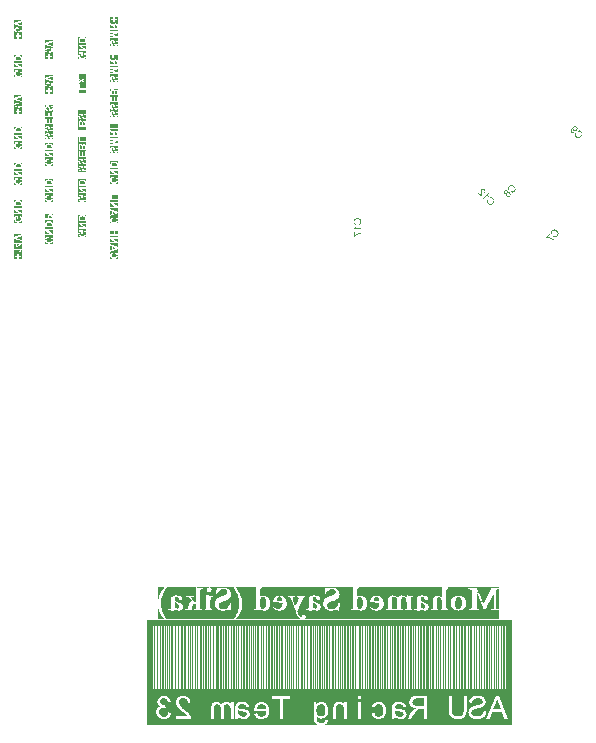
<source format=gbr>
%TF.GenerationSoftware,Altium Limited,Altium Designer,21.8.1 (53)*%
G04 Layer_Color=32896*
%FSLAX45Y45*%
%MOMM*%
%TF.SameCoordinates,385564F4-8892-4696-B1AD-25C4AC7C7797*%
%TF.FilePolarity,Positive*%
%TF.FileFunction,Legend,Bot*%
%TF.Part,Single*%
G01*
G75*
G36*
X1790872Y5233590D02*
Y5059680D01*
X1724488D01*
Y5152228D01*
X1746493D01*
D01*
X1747695Y5164802D01*
X1747602D01*
X1747417Y5164895D01*
X1747048D01*
X1746678Y5164987D01*
X1745568Y5165357D01*
X1744181Y5165819D01*
X1742610Y5166374D01*
X1741038Y5167206D01*
X1739651Y5168131D01*
X1738357Y5169333D01*
X1738264Y5169518D01*
X1737894Y5169980D01*
X1737432Y5170720D01*
X1736877Y5171829D01*
X1736323Y5173216D01*
X1735860Y5174788D01*
X1735491Y5176637D01*
X1735398Y5178763D01*
Y5179780D01*
X1735583Y5180890D01*
X1735768Y5182277D01*
X1736045Y5183756D01*
X1736508Y5185328D01*
X1737155Y5186807D01*
X1737987Y5188101D01*
X1738079Y5188286D01*
X1738449Y5188656D01*
X1739004Y5189118D01*
X1739744Y5189766D01*
X1740668Y5190320D01*
X1741778Y5190875D01*
X1742887Y5191245D01*
X1744181Y5191337D01*
X1744274D01*
X1744551D01*
X1745014Y5191245D01*
X1745568Y5191152D01*
X1746123Y5190968D01*
X1746770Y5190783D01*
X1747417Y5190413D01*
X1748065Y5189951D01*
X1748157Y5189858D01*
X1748342Y5189673D01*
X1748619Y5189396D01*
X1748989Y5188933D01*
X1749451Y5188286D01*
X1749914Y5187454D01*
X1750376Y5186530D01*
X1750838Y5185328D01*
Y5185235D01*
X1751023Y5184865D01*
X1751208Y5184218D01*
X1751393Y5183756D01*
X1751485Y5183201D01*
X1751670Y5182554D01*
X1751948Y5181814D01*
X1752133Y5180982D01*
X1752410Y5180058D01*
X1752687Y5178948D01*
X1752965Y5177746D01*
X1753335Y5176452D01*
X1753704Y5174973D01*
Y5174880D01*
X1753797Y5174510D01*
X1753982Y5173956D01*
X1754167Y5173308D01*
X1754444Y5172476D01*
X1754721Y5171459D01*
X1755091Y5170442D01*
X1755461Y5169240D01*
X1756386Y5166837D01*
X1757495Y5164525D01*
X1758050Y5163323D01*
X1758697Y5162306D01*
X1759344Y5161289D01*
X1759991Y5160457D01*
X1760084Y5160365D01*
X1760269Y5160180D01*
X1760546Y5159902D01*
X1760916Y5159532D01*
X1761471Y5159070D01*
X1762118Y5158608D01*
X1762765Y5158053D01*
X1763597Y5157591D01*
X1765539Y5156481D01*
X1767758Y5155557D01*
X1768960Y5155187D01*
X1770162Y5154910D01*
X1771548Y5154725D01*
X1772935Y5154632D01*
X1773028D01*
X1773120D01*
X1773398D01*
X1773767D01*
X1774692Y5154817D01*
X1775894Y5155002D01*
X1777281Y5155280D01*
X1778852Y5155742D01*
X1780517Y5156389D01*
X1782088Y5157314D01*
X1782181D01*
X1782273Y5157406D01*
X1782828Y5157868D01*
X1783568Y5158423D01*
X1784492Y5159348D01*
X1785509Y5160457D01*
X1786619Y5161844D01*
X1787636Y5163416D01*
X1788560Y5165265D01*
Y5165357D01*
X1788653Y5165542D01*
X1788745Y5165819D01*
X1788930Y5166189D01*
X1789115Y5166744D01*
X1789300Y5167299D01*
X1789485Y5168038D01*
X1789762Y5168871D01*
X1790132Y5170720D01*
X1790502Y5172846D01*
X1790779Y5175250D01*
X1790872Y5177931D01*
Y5152228D01*
Y5179041D01*
X1790779Y5179873D01*
X1790687Y5180890D01*
X1790594Y5182092D01*
X1790409Y5183294D01*
X1790225Y5184681D01*
X1789577Y5187639D01*
X1789115Y5189118D01*
X1788653Y5190598D01*
X1788006Y5192077D01*
X1787266Y5193464D01*
X1786434Y5194758D01*
X1785509Y5195960D01*
X1785417Y5196053D01*
X1785232Y5196238D01*
X1784955Y5196515D01*
X1784585Y5196885D01*
X1784030Y5197347D01*
X1783383Y5197902D01*
X1782643Y5198456D01*
X1781811Y5199104D01*
X1780794Y5199658D01*
X1779777Y5200213D01*
X1778575Y5200768D01*
X1777281Y5201230D01*
X1775986Y5201692D01*
X1774507Y5202062D01*
X1773028Y5202340D01*
X1771363Y5202432D01*
X1770901Y5189488D01*
X1770994D01*
X1771086D01*
X1771733Y5189303D01*
X1772565Y5189118D01*
X1773582Y5188749D01*
X1774784Y5188286D01*
X1775894Y5187639D01*
X1777003Y5186807D01*
X1777928Y5185882D01*
X1778020Y5185790D01*
X1778298Y5185420D01*
X1778668Y5184773D01*
X1779037Y5183848D01*
X1779407Y5182739D01*
X1779777Y5181352D01*
X1780054Y5179688D01*
X1780147Y5177746D01*
Y5176822D01*
X1780054Y5175805D01*
X1779869Y5174603D01*
X1779592Y5173216D01*
X1779130Y5171737D01*
X1778575Y5170350D01*
X1777743Y5169055D01*
X1777650Y5168963D01*
X1777466Y5168778D01*
X1777188Y5168408D01*
X1776726Y5168038D01*
X1776171Y5167669D01*
X1775432Y5167299D01*
X1774692Y5167114D01*
X1773767Y5167021D01*
X1773675D01*
X1773398D01*
X1772935Y5167114D01*
X1772473Y5167299D01*
X1771826Y5167484D01*
X1771179Y5167761D01*
X1770531Y5168223D01*
X1769884Y5168871D01*
X1769792Y5168963D01*
X1769514Y5169425D01*
X1769329Y5169703D01*
X1769145Y5170165D01*
X1768867Y5170627D01*
X1768590Y5171274D01*
X1768312Y5172014D01*
X1767943Y5172846D01*
X1767573Y5173863D01*
X1767203Y5174880D01*
X1766833Y5176175D01*
X1766463Y5177561D01*
X1766093Y5179041D01*
X1765631Y5180705D01*
Y5180797D01*
X1765539Y5181167D01*
X1765446Y5181629D01*
X1765261Y5182277D01*
X1765076Y5183016D01*
X1764799Y5183941D01*
X1764522Y5184958D01*
X1764244Y5185975D01*
X1763505Y5188194D01*
X1762765Y5190505D01*
X1761933Y5192724D01*
X1761471Y5193649D01*
X1761008Y5194573D01*
Y5194666D01*
X1760916Y5194758D01*
X1760546Y5195313D01*
X1759991Y5196145D01*
X1759252Y5197162D01*
X1758327Y5198272D01*
X1757218Y5199473D01*
X1755923Y5200675D01*
X1754444Y5201692D01*
X1754259Y5201785D01*
X1753704Y5202062D01*
X1752872Y5202525D01*
X1751670Y5202987D01*
X1750191Y5203449D01*
X1748434Y5203911D01*
X1746493Y5204189D01*
X1744274Y5204281D01*
X1790872D01*
X1743349D01*
X1742887Y5204189D01*
X1742240Y5204096D01*
X1740945Y5203911D01*
X1739281Y5203542D01*
X1737525Y5202987D01*
X1735768Y5202155D01*
X1733919Y5201138D01*
X1733826D01*
X1733734Y5200953D01*
X1733179Y5200583D01*
X1732255Y5199843D01*
X1731238Y5198919D01*
X1730036Y5197717D01*
X1728926Y5196145D01*
X1727817Y5194481D01*
X1726800Y5192447D01*
Y5192354D01*
X1726707Y5192169D01*
X1726615Y5191892D01*
X1726430Y5191430D01*
X1726245Y5190875D01*
X1726060Y5190228D01*
X1725875Y5189488D01*
X1725690Y5188656D01*
X1725413Y5187639D01*
X1725228Y5186622D01*
X1724858Y5184218D01*
X1724581Y5181537D01*
X1724488Y5178578D01*
Y5204281D01*
D01*
Y5233590D01*
X1790872D01*
D02*
G37*
G36*
X1724581Y5176544D02*
X1724673Y5175527D01*
X1724766Y5174418D01*
X1724951Y5173124D01*
X1725228Y5171737D01*
X1725875Y5168686D01*
X1726337Y5167114D01*
X1726800Y5165635D01*
X1727447Y5164063D01*
X1728187Y5162584D01*
X1729019Y5161197D01*
X1730036Y5159902D01*
X1730128Y5159810D01*
X1730313Y5159625D01*
X1730590Y5159255D01*
X1731053Y5158885D01*
X1731700Y5158331D01*
X1732440Y5157776D01*
X1733272Y5157129D01*
X1734196Y5156481D01*
X1735306Y5155834D01*
X1736508Y5155187D01*
X1737894Y5154540D01*
X1739374Y5153893D01*
X1740945Y5153430D01*
X1742702Y5152876D01*
X1744551Y5152506D01*
X1746493Y5152228D01*
X1724488D01*
Y5177376D01*
X1724581Y5176544D01*
D02*
G37*
G36*
X1789207Y4971779D02*
X1736508D01*
Y5003953D01*
X1789207D01*
Y4971779D01*
D02*
G37*
G36*
X1725690Y5003953D02*
Y4958835D01*
X1789207D01*
Y5003953D01*
X1790872D01*
Y4711700D01*
X1725690D01*
X1724488D01*
Y4736848D01*
X1724581Y4736016D01*
X1724673Y4734999D01*
X1724766Y4733889D01*
X1724951Y4732595D01*
X1725228Y4731208D01*
X1725875Y4728157D01*
X1726337Y4726585D01*
X1726800Y4725106D01*
X1727447Y4723534D01*
X1728187Y4722055D01*
X1729019Y4720668D01*
X1730036Y4719374D01*
X1730128Y4719281D01*
X1730313Y4719096D01*
X1730590Y4718727D01*
X1731053Y4718357D01*
X1731700Y4717802D01*
X1732440Y4717247D01*
X1733272Y4716600D01*
X1734196Y4715953D01*
X1735306Y4715306D01*
X1736508Y4714659D01*
X1737894Y4714011D01*
X1739374Y4713364D01*
X1740945Y4712902D01*
X1742702Y4712347D01*
X1744551Y4711977D01*
X1746493Y4711700D01*
D01*
X1747695Y4724274D01*
X1747602D01*
X1747417Y4724366D01*
X1747048D01*
X1746678Y4724459D01*
X1745568Y4724829D01*
X1744181Y4725291D01*
X1742610Y4725846D01*
X1741038Y4726678D01*
X1739651Y4727602D01*
X1738357Y4728804D01*
X1738264Y4728989D01*
X1737894Y4729452D01*
X1737432Y4730191D01*
X1736877Y4731301D01*
X1736323Y4732688D01*
X1735860Y4734259D01*
X1735491Y4736108D01*
X1735398Y4738235D01*
Y4739252D01*
X1735583Y4740361D01*
X1735768Y4741748D01*
X1736045Y4743227D01*
X1736508Y4744799D01*
X1737155Y4746279D01*
X1737987Y4747573D01*
X1738079Y4747758D01*
X1738449Y4748128D01*
X1739004Y4748590D01*
X1739744Y4749237D01*
X1740668Y4749792D01*
X1741778Y4750347D01*
X1742887Y4750716D01*
X1744181Y4750809D01*
X1744274D01*
X1744551D01*
X1745014Y4750716D01*
X1745568Y4750624D01*
X1746123Y4750439D01*
X1746770Y4750254D01*
X1747417Y4749884D01*
X1748065Y4749422D01*
X1748157Y4749330D01*
X1748342Y4749145D01*
X1748619Y4748867D01*
X1748989Y4748405D01*
X1749451Y4747758D01*
X1749914Y4746926D01*
X1750376Y4746001D01*
X1750838Y4744799D01*
Y4744707D01*
X1751023Y4744337D01*
X1751208Y4743690D01*
X1751393Y4743227D01*
X1751485Y4742673D01*
X1751670Y4742026D01*
X1751948Y4741286D01*
X1752133Y4740454D01*
X1752410Y4739529D01*
X1752687Y4738420D01*
X1752965Y4737218D01*
X1753335Y4735923D01*
X1753704Y4734444D01*
Y4734352D01*
X1753797Y4733982D01*
X1753982Y4733427D01*
X1754167Y4732780D01*
X1754444Y4731948D01*
X1754721Y4730931D01*
X1755091Y4729914D01*
X1755461Y4728712D01*
X1756386Y4726308D01*
X1757495Y4723997D01*
X1758050Y4722795D01*
X1758697Y4721778D01*
X1759344Y4720761D01*
X1759991Y4719929D01*
X1760084Y4719836D01*
X1760269Y4719651D01*
X1760546Y4719374D01*
X1760916Y4719004D01*
X1761471Y4718542D01*
X1762118Y4718079D01*
X1762765Y4717525D01*
X1763597Y4717062D01*
X1765539Y4715953D01*
X1767758Y4715028D01*
X1768960Y4714659D01*
X1770162Y4714381D01*
X1771548Y4714196D01*
X1772935Y4714104D01*
X1773028D01*
X1773120D01*
X1773398D01*
X1773767D01*
X1774692Y4714289D01*
X1775894Y4714474D01*
X1777281Y4714751D01*
X1778852Y4715213D01*
X1780517Y4715861D01*
X1782088Y4716785D01*
X1782181D01*
X1782273Y4716878D01*
X1782828Y4717340D01*
X1783568Y4717895D01*
X1784492Y4718819D01*
X1785509Y4719929D01*
X1786619Y4721315D01*
X1787636Y4722887D01*
X1788560Y4724736D01*
Y4724829D01*
X1788653Y4725014D01*
X1788745Y4725291D01*
X1788930Y4725661D01*
X1789115Y4726216D01*
X1789300Y4726770D01*
X1789485Y4727510D01*
X1789762Y4728342D01*
X1790132Y4730191D01*
X1790502Y4732318D01*
X1790779Y4734722D01*
X1790872Y4737403D01*
Y4717802D01*
Y4738512D01*
X1790779Y4739344D01*
X1790687Y4740361D01*
X1790594Y4741563D01*
X1790409Y4742765D01*
X1790225Y4744152D01*
X1789577Y4747111D01*
X1789115Y4748590D01*
X1788653Y4750069D01*
X1788006Y4751549D01*
X1787266Y4752935D01*
X1786434Y4754230D01*
X1785509Y4755432D01*
X1785417Y4755524D01*
X1785232Y4755709D01*
X1784955Y4755986D01*
X1784585Y4756356D01*
X1784030Y4756819D01*
X1783383Y4757373D01*
X1782643Y4757928D01*
X1781811Y4758575D01*
X1780794Y4759130D01*
X1779777Y4759685D01*
X1778575Y4760239D01*
X1777281Y4760702D01*
X1775986Y4761164D01*
X1774507Y4761534D01*
X1773028Y4761811D01*
X1771363Y4761904D01*
X1770901Y4748960D01*
X1770994D01*
X1771086D01*
X1771733Y4748775D01*
X1772565Y4748590D01*
X1773582Y4748220D01*
X1774784Y4747758D01*
X1775894Y4747111D01*
X1777003Y4746279D01*
X1777928Y4745354D01*
X1778020Y4745262D01*
X1778298Y4744892D01*
X1778668Y4744245D01*
X1779037Y4743320D01*
X1779407Y4742210D01*
X1779777Y4740824D01*
X1780054Y4739159D01*
X1780147Y4737218D01*
Y4736293D01*
X1780054Y4735276D01*
X1779869Y4734074D01*
X1779592Y4732688D01*
X1779130Y4731208D01*
X1778575Y4729821D01*
X1777743Y4728527D01*
X1777650Y4728435D01*
X1777466Y4728250D01*
X1777188Y4727880D01*
X1776726Y4727510D01*
X1776171Y4727140D01*
X1775432Y4726770D01*
X1774692Y4726585D01*
X1773767Y4726493D01*
X1773675D01*
X1773398D01*
X1772935Y4726585D01*
X1772473Y4726770D01*
X1771826Y4726955D01*
X1771179Y4727233D01*
X1770531Y4727695D01*
X1769884Y4728342D01*
X1769792Y4728435D01*
X1769514Y4728897D01*
X1769329Y4729174D01*
X1769145Y4729636D01*
X1768867Y4730099D01*
X1768590Y4730746D01*
X1768312Y4731486D01*
X1767943Y4732318D01*
X1767573Y4733335D01*
X1767203Y4734352D01*
X1766833Y4735646D01*
X1766463Y4737033D01*
X1766093Y4738512D01*
X1765631Y4740176D01*
Y4740269D01*
X1765539Y4740639D01*
X1765446Y4741101D01*
X1765261Y4741748D01*
X1765076Y4742488D01*
X1764799Y4743412D01*
X1764522Y4744429D01*
X1764244Y4745446D01*
X1763505Y4747665D01*
X1762765Y4749977D01*
X1761933Y4752196D01*
X1761471Y4753120D01*
X1761008Y4754045D01*
Y4754137D01*
X1760916Y4754230D01*
X1760546Y4754784D01*
X1759991Y4755617D01*
X1759252Y4756634D01*
X1758327Y4757743D01*
X1757218Y4758945D01*
X1755923Y4760147D01*
X1754444Y4761164D01*
X1754259Y4761256D01*
X1753704Y4761534D01*
X1752872Y4761996D01*
X1751670Y4762458D01*
X1750191Y4762921D01*
X1748434Y4763383D01*
X1746493Y4763660D01*
X1744274Y4763753D01*
X1790872D01*
X1743349D01*
X1742887Y4763660D01*
X1742240Y4763568D01*
X1740945Y4763383D01*
X1739281Y4763013D01*
X1737525Y4762458D01*
X1735768Y4761626D01*
X1733919Y4760609D01*
X1733826D01*
X1733734Y4760424D01*
X1733179Y4760054D01*
X1732255Y4759315D01*
X1731238Y4758390D01*
X1730036Y4757188D01*
X1728926Y4755617D01*
X1727817Y4753952D01*
X1726800Y4751918D01*
Y4751826D01*
X1726707Y4751641D01*
X1726615Y4751364D01*
X1726430Y4750901D01*
X1726245Y4750347D01*
X1726060Y4749699D01*
X1725875Y4748960D01*
X1725690Y4748128D01*
X1725413Y4747111D01*
X1725228Y4746094D01*
X1724858Y4743690D01*
X1724581Y4741009D01*
X1724488Y4738050D01*
Y4763753D01*
D01*
Y4771334D01*
X1746493D01*
D01*
X1747695Y4783908D01*
X1747602D01*
X1747417Y4784001D01*
X1747048D01*
X1746678Y4784093D01*
X1745568Y4784463D01*
X1744181Y4784925D01*
X1742610Y4785480D01*
X1741038Y4786312D01*
X1739651Y4787237D01*
X1738357Y4788438D01*
X1738264Y4788623D01*
X1737894Y4789086D01*
X1737432Y4789825D01*
X1736877Y4790935D01*
X1736323Y4792322D01*
X1735860Y4793893D01*
X1735491Y4795743D01*
X1735398Y4797869D01*
Y4798886D01*
X1735583Y4799995D01*
X1735768Y4801382D01*
X1736045Y4802862D01*
X1736508Y4804433D01*
X1737155Y4805913D01*
X1737987Y4807207D01*
X1738079Y4807392D01*
X1738449Y4807762D01*
X1739004Y4808224D01*
X1739744Y4808871D01*
X1740668Y4809426D01*
X1741778Y4809981D01*
X1742887Y4810351D01*
X1744181Y4810443D01*
X1744274D01*
X1744551D01*
X1745014Y4810351D01*
X1745568Y4810258D01*
X1746123Y4810073D01*
X1746770Y4809888D01*
X1747417Y4809518D01*
X1748065Y4809056D01*
X1748157Y4808964D01*
X1748342Y4808779D01*
X1748619Y4808501D01*
X1748989Y4808039D01*
X1749451Y4807392D01*
X1749914Y4806560D01*
X1750376Y4805635D01*
X1750838Y4804433D01*
Y4804341D01*
X1751023Y4803971D01*
X1751208Y4803324D01*
X1751393Y4802862D01*
X1751485Y4802307D01*
X1751670Y4801660D01*
X1751948Y4800920D01*
X1752133Y4800088D01*
X1752410Y4799163D01*
X1752687Y4798054D01*
X1752965Y4796852D01*
X1753335Y4795558D01*
X1753704Y4794078D01*
Y4793986D01*
X1753797Y4793616D01*
X1753982Y4793061D01*
X1754167Y4792414D01*
X1754444Y4791582D01*
X1754721Y4790565D01*
X1755091Y4789548D01*
X1755461Y4788346D01*
X1756386Y4785942D01*
X1757495Y4783631D01*
X1758050Y4782429D01*
X1758697Y4781412D01*
X1759344Y4780395D01*
X1759991Y4779563D01*
X1760084Y4779470D01*
X1760269Y4779285D01*
X1760546Y4779008D01*
X1760916Y4778638D01*
X1761471Y4778176D01*
X1762118Y4777714D01*
X1762765Y4777159D01*
X1763597Y4776697D01*
X1765539Y4775587D01*
X1767758Y4774663D01*
X1768960Y4774293D01*
X1770162Y4774015D01*
X1771548Y4773830D01*
X1772935Y4773738D01*
X1773028D01*
X1773120D01*
X1773398D01*
X1773767D01*
X1774692Y4773923D01*
X1775894Y4774108D01*
X1777281Y4774385D01*
X1778852Y4774847D01*
X1780517Y4775495D01*
X1782088Y4776419D01*
X1782181D01*
X1782273Y4776512D01*
X1782828Y4776974D01*
X1783568Y4777529D01*
X1784492Y4778453D01*
X1785509Y4779563D01*
X1786619Y4780950D01*
X1787636Y4782521D01*
X1788560Y4784370D01*
Y4784463D01*
X1788653Y4784648D01*
X1788745Y4784925D01*
X1788930Y4785295D01*
X1789115Y4785850D01*
X1789300Y4786404D01*
X1789485Y4787144D01*
X1789762Y4787976D01*
X1790132Y4789825D01*
X1790502Y4791952D01*
X1790779Y4794356D01*
X1790872Y4797037D01*
Y4771334D01*
Y4798146D01*
X1790779Y4798978D01*
X1790687Y4799995D01*
X1790594Y4801197D01*
X1790409Y4802399D01*
X1790225Y4803786D01*
X1789577Y4806745D01*
X1789115Y4808224D01*
X1788653Y4809703D01*
X1788006Y4811183D01*
X1787266Y4812569D01*
X1786434Y4813864D01*
X1785509Y4815066D01*
X1785417Y4815158D01*
X1785232Y4815343D01*
X1784955Y4815621D01*
X1784585Y4815990D01*
X1784030Y4816453D01*
X1783383Y4817007D01*
X1782643Y4817562D01*
X1781811Y4818209D01*
X1780794Y4818764D01*
X1779777Y4819319D01*
X1778575Y4819874D01*
X1777281Y4820336D01*
X1775986Y4820798D01*
X1774507Y4821168D01*
X1773028Y4821445D01*
X1771363Y4821538D01*
X1770901Y4808594D01*
X1770994D01*
X1771086D01*
X1771733Y4808409D01*
X1772565Y4808224D01*
X1773582Y4807854D01*
X1774784Y4807392D01*
X1775894Y4806745D01*
X1777003Y4805913D01*
X1777928Y4804988D01*
X1778020Y4804896D01*
X1778298Y4804526D01*
X1778668Y4803879D01*
X1779037Y4802954D01*
X1779407Y4801845D01*
X1779777Y4800458D01*
X1780054Y4798794D01*
X1780147Y4796852D01*
Y4795927D01*
X1780054Y4794910D01*
X1779869Y4793708D01*
X1779592Y4792322D01*
X1779130Y4790842D01*
X1778575Y4789455D01*
X1777743Y4788161D01*
X1777650Y4788069D01*
X1777466Y4787884D01*
X1777188Y4787514D01*
X1776726Y4787144D01*
X1776171Y4786774D01*
X1775432Y4786404D01*
X1774692Y4786220D01*
X1773767Y4786127D01*
X1773675D01*
X1773398D01*
X1772935Y4786220D01*
X1772473Y4786404D01*
X1771826Y4786589D01*
X1771179Y4786867D01*
X1770531Y4787329D01*
X1769884Y4787976D01*
X1769792Y4788069D01*
X1769514Y4788531D01*
X1769329Y4788808D01*
X1769145Y4789271D01*
X1768867Y4789733D01*
X1768590Y4790380D01*
X1768312Y4791120D01*
X1767943Y4791952D01*
X1767573Y4792969D01*
X1767203Y4793986D01*
X1766833Y4795280D01*
X1766463Y4796667D01*
X1766093Y4798146D01*
X1765631Y4799811D01*
Y4799903D01*
X1765539Y4800273D01*
X1765446Y4800735D01*
X1765261Y4801382D01*
X1765076Y4802122D01*
X1764799Y4803047D01*
X1764522Y4804064D01*
X1764244Y4805081D01*
X1763505Y4807300D01*
X1762765Y4809611D01*
X1761933Y4811830D01*
X1761471Y4812754D01*
X1761008Y4813679D01*
Y4813771D01*
X1760916Y4813864D01*
X1760546Y4814419D01*
X1759991Y4815251D01*
X1759252Y4816268D01*
X1758327Y4817377D01*
X1757218Y4818579D01*
X1755923Y4819781D01*
X1754444Y4820798D01*
X1754259Y4820891D01*
X1753704Y4821168D01*
X1752872Y4821630D01*
X1751670Y4822092D01*
X1750191Y4822555D01*
X1748434Y4823017D01*
X1746493Y4823294D01*
X1744274Y4823387D01*
X1790872D01*
X1743349D01*
X1742887Y4823294D01*
X1742240Y4823202D01*
X1740945Y4823017D01*
X1739281Y4822647D01*
X1737525Y4822092D01*
X1735768Y4821260D01*
X1733919Y4820243D01*
X1733826D01*
X1733734Y4820058D01*
X1733179Y4819689D01*
X1732255Y4818949D01*
X1731238Y4818024D01*
X1730036Y4816822D01*
X1728926Y4815251D01*
X1727817Y4813587D01*
X1726800Y4811552D01*
Y4811460D01*
X1726707Y4811275D01*
X1726615Y4810998D01*
X1726430Y4810535D01*
X1726245Y4809981D01*
X1726060Y4809334D01*
X1725875Y4808594D01*
X1725690Y4807762D01*
X1725413Y4806745D01*
X1725228Y4805728D01*
X1724858Y4803324D01*
X1724581Y4800643D01*
X1724488Y4797684D01*
Y4823387D01*
D01*
Y5003953D01*
X1725690D01*
D01*
D02*
G37*
G36*
X1724581Y4795650D02*
X1724673Y4794633D01*
X1724766Y4793524D01*
X1724951Y4792229D01*
X1725228Y4790842D01*
X1725875Y4787791D01*
X1726337Y4786220D01*
X1726800Y4784740D01*
X1727447Y4783168D01*
X1728187Y4781689D01*
X1729019Y4780302D01*
X1730036Y4779008D01*
X1730128Y4778916D01*
X1730313Y4778731D01*
X1730590Y4778361D01*
X1731053Y4777991D01*
X1731700Y4777436D01*
X1732440Y4776881D01*
X1733272Y4776234D01*
X1734196Y4775587D01*
X1735306Y4774940D01*
X1736508Y4774293D01*
X1737894Y4773646D01*
X1739374Y4772998D01*
X1740945Y4772536D01*
X1742702Y4771981D01*
X1744551Y4771611D01*
X1746493Y4771334D01*
X1724488D01*
Y4796482D01*
X1724581Y4795650D01*
D02*
G37*
G36*
X1760176Y5838159D02*
X1761748Y5838066D01*
X1763597Y5837881D01*
X1765539Y5837696D01*
X1767295Y5837326D01*
X1768960Y5836864D01*
X1769052D01*
X1769145Y5836772D01*
X1769607Y5836587D01*
X1770346Y5836309D01*
X1771271Y5835940D01*
X1772196Y5835385D01*
X1773213Y5834738D01*
X1774230Y5833998D01*
X1775154Y5833166D01*
X1775247Y5833073D01*
X1775524Y5832796D01*
X1775894Y5832241D01*
X1776356Y5831594D01*
X1776911Y5830670D01*
X1777373Y5829653D01*
X1777835Y5828543D01*
X1778205Y5827249D01*
Y5827156D01*
X1778298Y5826694D01*
X1778390Y5825954D01*
X1778575Y5824937D01*
Y5824290D01*
X1778668Y5823458D01*
Y5822626D01*
X1778760Y5821701D01*
Y5820592D01*
X1778852Y5819390D01*
Y5810976D01*
X1736508D01*
Y5822349D01*
X1736600Y5823550D01*
Y5824845D01*
X1736785Y5826139D01*
X1736877Y5827341D01*
X1737062Y5828358D01*
Y5828543D01*
X1737247Y5828913D01*
X1737432Y5829468D01*
X1737710Y5830207D01*
X1738079Y5831039D01*
X1738542Y5831871D01*
X1739096Y5832704D01*
X1739744Y5833536D01*
X1739836Y5833628D01*
X1740113Y5833906D01*
X1740576Y5834275D01*
X1741223Y5834738D01*
X1742055Y5835200D01*
X1743072Y5835847D01*
X1744366Y5836309D01*
X1745846Y5836864D01*
X1745938D01*
X1746031Y5836957D01*
X1746308D01*
X1746678Y5837049D01*
X1747048Y5837234D01*
X1747602Y5837326D01*
X1748989Y5837604D01*
X1750653Y5837789D01*
X1752595Y5838066D01*
X1754999Y5838159D01*
X1757588Y5838251D01*
X1757680D01*
X1757957D01*
X1758327D01*
X1758789D01*
X1759437D01*
X1760176Y5838159D01*
D02*
G37*
G36*
X1789670Y5851565D02*
X1790872D01*
Y5661660D01*
X1725690D01*
X1724488D01*
Y5693095D01*
X1724581Y5692448D01*
Y5691523D01*
X1724673Y5690506D01*
X1724858Y5689397D01*
X1725043Y5688102D01*
X1725505Y5685421D01*
X1726245Y5682463D01*
X1727262Y5679412D01*
X1727909Y5678025D01*
X1728649Y5676545D01*
X1728741Y5676453D01*
X1728834Y5676268D01*
X1729111Y5675806D01*
X1729481Y5675343D01*
X1729851Y5674696D01*
X1730405Y5674049D01*
X1731053Y5673217D01*
X1731792Y5672385D01*
X1733457Y5670536D01*
X1735583Y5668687D01*
X1737987Y5666930D01*
X1740761Y5665358D01*
X1740853D01*
X1741130Y5665173D01*
X1741593Y5664988D01*
X1742147Y5664804D01*
X1742887Y5664526D01*
X1743719Y5664156D01*
X1744736Y5663879D01*
X1745846Y5663509D01*
X1747048Y5663139D01*
X1748434Y5662862D01*
X1751301Y5662215D01*
X1754444Y5661845D01*
X1757865Y5661660D01*
X1728923D01*
X1790872D01*
X1758882D01*
X1759529Y5661752D01*
X1760454D01*
X1761471Y5661845D01*
X1762580Y5662030D01*
X1763875Y5662215D01*
X1766556Y5662677D01*
X1769607Y5663417D01*
X1772658Y5664434D01*
X1774137Y5665081D01*
X1775616Y5665821D01*
X1775709Y5665913D01*
X1775986Y5666005D01*
X1776356Y5666283D01*
X1776911Y5666560D01*
X1777558Y5667022D01*
X1778298Y5667577D01*
X1779130Y5668224D01*
X1780054Y5668872D01*
X1780979Y5669704D01*
X1781996Y5670628D01*
X1783013Y5671645D01*
X1784030Y5672755D01*
X1784955Y5673957D01*
X1785972Y5675159D01*
X1787636Y5678025D01*
Y5678117D01*
X1787821Y5678302D01*
X1787913Y5678672D01*
X1788190Y5679134D01*
X1788375Y5679781D01*
X1788653Y5680429D01*
X1788930Y5681353D01*
X1789300Y5682278D01*
X1789577Y5683295D01*
X1789855Y5684497D01*
X1790132Y5685791D01*
X1790409Y5687085D01*
X1790779Y5690044D01*
X1790872Y5693372D01*
Y5694482D01*
X1790779Y5695314D01*
X1790687Y5696331D01*
X1790594Y5697533D01*
X1790502Y5698827D01*
X1790225Y5700214D01*
X1789670Y5703173D01*
X1788745Y5706224D01*
X1788190Y5707796D01*
X1787543Y5709275D01*
X1786804Y5710662D01*
X1785879Y5711956D01*
X1785787Y5712049D01*
X1785694Y5712233D01*
X1785324Y5712603D01*
X1784955Y5713066D01*
X1784492Y5713620D01*
X1783845Y5714175D01*
X1783105Y5714822D01*
X1782273Y5715562D01*
X1781349Y5716301D01*
X1780332Y5717041D01*
X1779222Y5717781D01*
X1777928Y5718428D01*
X1776633Y5719168D01*
X1775247Y5719722D01*
X1773675Y5720277D01*
X1772103Y5720647D01*
X1769699Y5707796D01*
X1769792D01*
X1769884Y5707703D01*
X1770439Y5707518D01*
X1771271Y5707148D01*
X1772381Y5706594D01*
X1773582Y5705946D01*
X1774784Y5705022D01*
X1775986Y5703912D01*
X1777096Y5702618D01*
X1777188Y5702433D01*
X1777558Y5701971D01*
X1778020Y5701139D01*
X1778483Y5700122D01*
X1779037Y5698735D01*
X1779407Y5697163D01*
X1779777Y5695406D01*
X1779869Y5693372D01*
Y5692540D01*
X1779777Y5691986D01*
X1779685Y5691246D01*
X1779592Y5690414D01*
X1779407Y5689489D01*
X1779222Y5688472D01*
X1778575Y5686346D01*
X1778113Y5685236D01*
X1777558Y5684127D01*
X1776911Y5683017D01*
X1776264Y5681908D01*
X1775339Y5680891D01*
X1774415Y5679874D01*
X1774322Y5679781D01*
X1774137Y5679689D01*
X1773860Y5679412D01*
X1773398Y5679134D01*
X1772843Y5678764D01*
X1772196Y5678302D01*
X1771363Y5677840D01*
X1770439Y5677470D01*
X1769329Y5677008D01*
X1768128Y5676545D01*
X1766833Y5676083D01*
X1765446Y5675713D01*
X1763875Y5675436D01*
X1762118Y5675159D01*
X1760361Y5675066D01*
X1758420Y5674974D01*
X1758327D01*
X1757957D01*
X1757310D01*
X1756571Y5675066D01*
X1755554Y5675159D01*
X1754536Y5675251D01*
X1753242Y5675436D01*
X1751948Y5675621D01*
X1749174Y5676176D01*
X1746308Y5677100D01*
X1744921Y5677655D01*
X1743627Y5678302D01*
X1742332Y5679134D01*
X1741223Y5679966D01*
X1741130Y5680059D01*
X1740945Y5680244D01*
X1740668Y5680521D01*
X1740298Y5680891D01*
X1739928Y5681446D01*
X1739374Y5682000D01*
X1738911Y5682740D01*
X1738357Y5683572D01*
X1737802Y5684497D01*
X1737340Y5685421D01*
X1736415Y5687733D01*
X1736045Y5689027D01*
X1735768Y5690321D01*
X1735583Y5691801D01*
X1735491Y5693280D01*
Y5694020D01*
X1735583Y5694759D01*
X1735675Y5695869D01*
X1735860Y5697071D01*
X1736138Y5698457D01*
X1736508Y5699937D01*
X1737062Y5701416D01*
Y5701509D01*
X1737155Y5701601D01*
X1737340Y5702063D01*
X1737710Y5702895D01*
X1738172Y5703820D01*
X1738727Y5704929D01*
X1739374Y5706131D01*
X1740113Y5707333D01*
X1740945Y5708443D01*
X1749174D01*
Y5693650D01*
X1759991D01*
Y5721479D01*
X1790872D01*
X1724627D01*
X1734289D01*
X1734104Y5721294D01*
X1733919Y5721017D01*
X1733641Y5720739D01*
X1733272Y5720277D01*
X1732902Y5719815D01*
X1731977Y5718520D01*
X1730960Y5716764D01*
X1729758Y5714730D01*
X1728556Y5712418D01*
X1727447Y5709645D01*
Y5709552D01*
X1727354Y5709275D01*
X1727170Y5708905D01*
X1726985Y5708350D01*
X1726800Y5707611D01*
X1726522Y5706779D01*
X1726245Y5705854D01*
X1725968Y5704837D01*
X1725413Y5702526D01*
X1724951Y5699844D01*
X1724581Y5697071D01*
X1724488Y5694112D01*
Y5721479D01*
D01*
Y5851565D01*
X1725690D01*
D01*
X1755738D01*
X1754999Y5851472D01*
X1754259D01*
X1753335Y5851380D01*
X1752318Y5851287D01*
X1750191Y5851102D01*
X1747972Y5850733D01*
X1745661Y5850178D01*
X1743442Y5849531D01*
X1743349D01*
X1743164Y5849438D01*
X1742795Y5849253D01*
X1742240Y5849068D01*
X1741685Y5848883D01*
X1741038Y5848514D01*
X1739374Y5847774D01*
X1737617Y5846849D01*
X1735675Y5845647D01*
X1733826Y5844261D01*
X1732070Y5842689D01*
X1731885Y5842504D01*
X1731515Y5842042D01*
X1730960Y5841302D01*
X1730221Y5840285D01*
X1729388Y5838991D01*
X1728556Y5837511D01*
X1727724Y5835662D01*
X1726985Y5833628D01*
Y5833536D01*
X1726892Y5833443D01*
Y5833166D01*
X1726800Y5832889D01*
X1726615Y5831871D01*
X1726337Y5830577D01*
X1726060Y5829005D01*
X1725875Y5827064D01*
X1725783Y5824752D01*
X1725690Y5822256D01*
Y5798033D01*
X1789670D01*
Y5823550D01*
X1789577Y5824290D01*
X1789485Y5826047D01*
X1789392Y5827988D01*
X1789115Y5830022D01*
X1788838Y5831964D01*
X1788375Y5833721D01*
Y5833813D01*
X1788283Y5833998D01*
X1788190Y5834275D01*
X1788098Y5834645D01*
X1787636Y5835755D01*
X1786989Y5837049D01*
X1786156Y5838528D01*
X1785139Y5840193D01*
X1783938Y5841764D01*
X1782458Y5843336D01*
Y5843428D01*
X1782273Y5843521D01*
X1781719Y5843983D01*
X1780794Y5844723D01*
X1779592Y5845555D01*
X1778113Y5846572D01*
X1776356Y5847589D01*
X1774322Y5848606D01*
X1772103Y5849438D01*
X1772011D01*
X1771826Y5849531D01*
X1771456Y5849623D01*
X1770994Y5849808D01*
X1770439Y5849900D01*
X1769699Y5850085D01*
X1768867Y5850270D01*
X1767943Y5850548D01*
X1766926Y5850733D01*
X1765724Y5850917D01*
X1764522Y5851102D01*
X1763135Y5851195D01*
X1760269Y5851472D01*
X1757033Y5851565D01*
X1789670D01*
D01*
D02*
G37*
G36*
X1740021Y5483461D02*
X1725690Y5473938D01*
Y5492984D01*
X1740021Y5483461D01*
D02*
G37*
G36*
X1789670Y5374640D02*
X1725690D01*
Y5406075D01*
X1789670D01*
Y5454707D01*
Y5453505D01*
X1778852D01*
Y5419019D01*
X1764707D01*
Y5451101D01*
X1753889D01*
Y5419019D01*
X1736508D01*
Y5454707D01*
X1725690D01*
Y5459607D01*
X1772103D01*
X1725690D01*
X1749544Y5476342D01*
X1772103Y5460347D01*
Y5459607D01*
Y5460347D01*
D01*
Y5475325D01*
X1759252Y5483461D01*
X1772103Y5492152D01*
Y5507962D01*
Y5506482D01*
X1750099Y5490857D01*
X1725690Y5507962D01*
D01*
Y5533757D01*
X1789670D01*
Y5374640D01*
D02*
G37*
G36*
X1760176Y4631659D02*
X1761748Y4631566D01*
X1763597Y4631381D01*
X1765539Y4631196D01*
X1767295Y4630826D01*
X1768960Y4630364D01*
X1769052D01*
X1769145Y4630272D01*
X1769607Y4630087D01*
X1770346Y4629809D01*
X1771271Y4629440D01*
X1772196Y4628885D01*
X1773213Y4628238D01*
X1774230Y4627498D01*
X1775154Y4626666D01*
X1775247Y4626573D01*
X1775524Y4626296D01*
X1775894Y4625741D01*
X1776356Y4625094D01*
X1776911Y4624170D01*
X1777373Y4623153D01*
X1777835Y4622043D01*
X1778205Y4620749D01*
Y4620656D01*
X1778298Y4620194D01*
X1778390Y4619454D01*
X1778575Y4618437D01*
Y4617790D01*
X1778668Y4616958D01*
Y4616126D01*
X1778760Y4615201D01*
Y4614092D01*
X1778852Y4612890D01*
Y4604476D01*
X1736508D01*
Y4615849D01*
X1736600Y4617050D01*
Y4618345D01*
X1736785Y4619639D01*
X1736877Y4620841D01*
X1737062Y4621858D01*
Y4622043D01*
X1737247Y4622413D01*
X1737432Y4622968D01*
X1737710Y4623707D01*
X1738079Y4624539D01*
X1738542Y4625371D01*
X1739096Y4626204D01*
X1739744Y4627036D01*
X1739836Y4627128D01*
X1740113Y4627406D01*
X1740576Y4627775D01*
X1741223Y4628238D01*
X1742055Y4628700D01*
X1743072Y4629347D01*
X1744366Y4629809D01*
X1745846Y4630364D01*
X1745938D01*
X1746031Y4630457D01*
X1746308D01*
X1746678Y4630549D01*
X1747048Y4630734D01*
X1747602Y4630826D01*
X1748989Y4631104D01*
X1750653Y4631289D01*
X1752595Y4631566D01*
X1754999Y4631659D01*
X1757588Y4631751D01*
X1757680D01*
X1757957D01*
X1758327D01*
X1758789D01*
X1759437D01*
X1760176Y4631659D01*
D02*
G37*
G36*
X1789670Y4645065D02*
X1790872D01*
Y4455160D01*
X1725690D01*
X1724488D01*
Y4486595D01*
X1724581Y4485948D01*
Y4485023D01*
X1724673Y4484006D01*
X1724858Y4482897D01*
X1725043Y4481602D01*
X1725505Y4478921D01*
X1726245Y4475963D01*
X1727262Y4472912D01*
X1727909Y4471525D01*
X1728649Y4470045D01*
X1728741Y4469953D01*
X1728834Y4469768D01*
X1729111Y4469306D01*
X1729481Y4468843D01*
X1729851Y4468196D01*
X1730405Y4467549D01*
X1731053Y4466717D01*
X1731792Y4465885D01*
X1733457Y4464036D01*
X1735583Y4462187D01*
X1737987Y4460430D01*
X1740761Y4458858D01*
X1740853D01*
X1741130Y4458673D01*
X1741593Y4458488D01*
X1742147Y4458304D01*
X1742887Y4458026D01*
X1743719Y4457656D01*
X1744736Y4457379D01*
X1745846Y4457009D01*
X1747048Y4456639D01*
X1748434Y4456362D01*
X1751301Y4455715D01*
X1754444Y4455345D01*
X1757865Y4455160D01*
X1728923D01*
X1790872D01*
X1758882D01*
X1759529Y4455252D01*
X1760454D01*
X1761471Y4455345D01*
X1762580Y4455530D01*
X1763875Y4455715D01*
X1766556Y4456177D01*
X1769607Y4456917D01*
X1772658Y4457934D01*
X1774137Y4458581D01*
X1775616Y4459321D01*
X1775709Y4459413D01*
X1775986Y4459505D01*
X1776356Y4459783D01*
X1776911Y4460060D01*
X1777558Y4460522D01*
X1778298Y4461077D01*
X1779130Y4461724D01*
X1780054Y4462372D01*
X1780979Y4463204D01*
X1781996Y4464128D01*
X1783013Y4465145D01*
X1784030Y4466255D01*
X1784955Y4467457D01*
X1785972Y4468659D01*
X1787636Y4471525D01*
Y4471617D01*
X1787821Y4471802D01*
X1787913Y4472172D01*
X1788190Y4472634D01*
X1788375Y4473281D01*
X1788653Y4473929D01*
X1788930Y4474853D01*
X1789300Y4475778D01*
X1789577Y4476795D01*
X1789855Y4477997D01*
X1790132Y4479291D01*
X1790409Y4480585D01*
X1790779Y4483544D01*
X1790872Y4486872D01*
Y4487982D01*
X1790779Y4488814D01*
X1790687Y4489831D01*
X1790594Y4491033D01*
X1790502Y4492327D01*
X1790225Y4493714D01*
X1789670Y4496673D01*
X1788745Y4499724D01*
X1788190Y4501296D01*
X1787543Y4502775D01*
X1786804Y4504162D01*
X1785879Y4505456D01*
X1785787Y4505549D01*
X1785694Y4505733D01*
X1785324Y4506103D01*
X1784955Y4506566D01*
X1784492Y4507120D01*
X1783845Y4507675D01*
X1783105Y4508322D01*
X1782273Y4509062D01*
X1781349Y4509801D01*
X1780332Y4510541D01*
X1779222Y4511281D01*
X1777928Y4511928D01*
X1776633Y4512668D01*
X1775247Y4513222D01*
X1773675Y4513777D01*
X1772103Y4514147D01*
X1769699Y4501296D01*
X1769792D01*
X1769884Y4501203D01*
X1770439Y4501018D01*
X1771271Y4500648D01*
X1772381Y4500094D01*
X1773582Y4499446D01*
X1774784Y4498522D01*
X1775986Y4497412D01*
X1777096Y4496118D01*
X1777188Y4495933D01*
X1777558Y4495471D01*
X1778020Y4494639D01*
X1778483Y4493622D01*
X1779037Y4492235D01*
X1779407Y4490663D01*
X1779777Y4488906D01*
X1779869Y4486872D01*
Y4486040D01*
X1779777Y4485486D01*
X1779685Y4484746D01*
X1779592Y4483914D01*
X1779407Y4482989D01*
X1779222Y4481972D01*
X1778575Y4479846D01*
X1778113Y4478736D01*
X1777558Y4477627D01*
X1776911Y4476517D01*
X1776264Y4475408D01*
X1775339Y4474391D01*
X1774415Y4473374D01*
X1774322Y4473281D01*
X1774137Y4473189D01*
X1773860Y4472912D01*
X1773398Y4472634D01*
X1772843Y4472264D01*
X1772196Y4471802D01*
X1771363Y4471340D01*
X1770439Y4470970D01*
X1769329Y4470508D01*
X1768128Y4470045D01*
X1766833Y4469583D01*
X1765446Y4469213D01*
X1763875Y4468936D01*
X1762118Y4468659D01*
X1760361Y4468566D01*
X1758420Y4468474D01*
X1758327D01*
X1757957D01*
X1757310D01*
X1756571Y4468566D01*
X1755554Y4468659D01*
X1754536Y4468751D01*
X1753242Y4468936D01*
X1751948Y4469121D01*
X1749174Y4469676D01*
X1746308Y4470600D01*
X1744921Y4471155D01*
X1743627Y4471802D01*
X1742332Y4472634D01*
X1741223Y4473466D01*
X1741130Y4473559D01*
X1740945Y4473744D01*
X1740668Y4474021D01*
X1740298Y4474391D01*
X1739928Y4474946D01*
X1739374Y4475500D01*
X1738911Y4476240D01*
X1738357Y4477072D01*
X1737802Y4477997D01*
X1737340Y4478921D01*
X1736415Y4481233D01*
X1736045Y4482527D01*
X1735768Y4483821D01*
X1735583Y4485301D01*
X1735491Y4486780D01*
Y4487520D01*
X1735583Y4488259D01*
X1735675Y4489369D01*
X1735860Y4490571D01*
X1736138Y4491957D01*
X1736508Y4493437D01*
X1737062Y4494916D01*
Y4495009D01*
X1737155Y4495101D01*
X1737340Y4495563D01*
X1737710Y4496395D01*
X1738172Y4497320D01*
X1738727Y4498429D01*
X1739374Y4499631D01*
X1740113Y4500833D01*
X1740945Y4501943D01*
X1749174D01*
Y4487150D01*
X1759991D01*
Y4514979D01*
X1790872D01*
X1724627D01*
X1734289D01*
X1734104Y4514794D01*
X1733919Y4514517D01*
X1733641Y4514239D01*
X1733272Y4513777D01*
X1732902Y4513315D01*
X1731977Y4512020D01*
X1730960Y4510264D01*
X1729758Y4508230D01*
X1728556Y4505918D01*
X1727447Y4503145D01*
Y4503052D01*
X1727354Y4502775D01*
X1727170Y4502405D01*
X1726985Y4501850D01*
X1726800Y4501111D01*
X1726522Y4500279D01*
X1726245Y4499354D01*
X1725968Y4498337D01*
X1725413Y4496026D01*
X1724951Y4493344D01*
X1724581Y4490571D01*
X1724488Y4487612D01*
Y4514979D01*
D01*
Y4645065D01*
X1725690D01*
D01*
X1755738D01*
X1754999Y4644972D01*
X1754259D01*
X1753335Y4644880D01*
X1752318Y4644787D01*
X1750191Y4644602D01*
X1747972Y4644233D01*
X1745661Y4643678D01*
X1743442Y4643031D01*
X1743349D01*
X1743164Y4642938D01*
X1742795Y4642753D01*
X1742240Y4642568D01*
X1741685Y4642383D01*
X1741038Y4642014D01*
X1739374Y4641274D01*
X1737617Y4640349D01*
X1735675Y4639147D01*
X1733826Y4637761D01*
X1732070Y4636189D01*
X1731885Y4636004D01*
X1731515Y4635542D01*
X1730960Y4634802D01*
X1730221Y4633785D01*
X1729388Y4632491D01*
X1728556Y4631011D01*
X1727724Y4629162D01*
X1726985Y4627128D01*
Y4627036D01*
X1726892Y4626943D01*
Y4626666D01*
X1726800Y4626389D01*
X1726615Y4625371D01*
X1726337Y4624077D01*
X1726060Y4622505D01*
X1725875Y4620564D01*
X1725783Y4618252D01*
X1725690Y4615756D01*
Y4591533D01*
X1789670D01*
Y4617050D01*
X1789577Y4617790D01*
X1789485Y4619547D01*
X1789392Y4621488D01*
X1789115Y4623522D01*
X1788838Y4625464D01*
X1788375Y4627221D01*
Y4627313D01*
X1788283Y4627498D01*
X1788190Y4627775D01*
X1788098Y4628145D01*
X1787636Y4629255D01*
X1786989Y4630549D01*
X1786156Y4632028D01*
X1785139Y4633693D01*
X1783938Y4635264D01*
X1782458Y4636836D01*
Y4636928D01*
X1782273Y4637021D01*
X1781719Y4637483D01*
X1780794Y4638223D01*
X1779592Y4639055D01*
X1778113Y4640072D01*
X1776356Y4641089D01*
X1774322Y4642106D01*
X1772103Y4642938D01*
X1772011D01*
X1771826Y4643031D01*
X1771456Y4643123D01*
X1770994Y4643308D01*
X1770439Y4643400D01*
X1769699Y4643585D01*
X1768867Y4643770D01*
X1767943Y4644048D01*
X1766926Y4644233D01*
X1765724Y4644417D01*
X1764522Y4644602D01*
X1763135Y4644695D01*
X1760269Y4644972D01*
X1757033Y4645065D01*
X1789670D01*
D01*
D02*
G37*
G36*
X1760176Y4331939D02*
X1761748Y4331846D01*
X1763597Y4331661D01*
X1765539Y4331476D01*
X1767295Y4331106D01*
X1768960Y4330644D01*
X1769052D01*
X1769145Y4330552D01*
X1769607Y4330367D01*
X1770346Y4330089D01*
X1771271Y4329720D01*
X1772196Y4329165D01*
X1773213Y4328518D01*
X1774230Y4327778D01*
X1775154Y4326946D01*
X1775247Y4326853D01*
X1775524Y4326576D01*
X1775894Y4326021D01*
X1776356Y4325374D01*
X1776911Y4324450D01*
X1777373Y4323433D01*
X1777835Y4322323D01*
X1778205Y4321029D01*
Y4320936D01*
X1778298Y4320474D01*
X1778390Y4319734D01*
X1778575Y4318717D01*
Y4318070D01*
X1778668Y4317238D01*
Y4316406D01*
X1778760Y4315481D01*
Y4314372D01*
X1778852Y4313170D01*
Y4304756D01*
X1736508D01*
Y4316129D01*
X1736600Y4317330D01*
Y4318625D01*
X1736785Y4319919D01*
X1736877Y4321121D01*
X1737062Y4322138D01*
Y4322323D01*
X1737247Y4322693D01*
X1737432Y4323248D01*
X1737710Y4323987D01*
X1738079Y4324819D01*
X1738542Y4325651D01*
X1739096Y4326484D01*
X1739744Y4327316D01*
X1739836Y4327408D01*
X1740113Y4327686D01*
X1740576Y4328055D01*
X1741223Y4328518D01*
X1742055Y4328980D01*
X1743072Y4329627D01*
X1744366Y4330089D01*
X1745846Y4330644D01*
X1745938D01*
X1746031Y4330737D01*
X1746308D01*
X1746678Y4330829D01*
X1747048Y4331014D01*
X1747602Y4331106D01*
X1748989Y4331384D01*
X1750653Y4331569D01*
X1752595Y4331846D01*
X1754999Y4331939D01*
X1757588Y4332031D01*
X1757680D01*
X1757957D01*
X1758327D01*
X1758789D01*
X1759437D01*
X1760176Y4331939D01*
D02*
G37*
G36*
X1789670Y4345345D02*
X1790872D01*
Y4155440D01*
X1725690D01*
X1724488D01*
Y4186875D01*
X1724581Y4186228D01*
Y4185303D01*
X1724673Y4184286D01*
X1724858Y4183177D01*
X1725043Y4181882D01*
X1725505Y4179201D01*
X1726245Y4176243D01*
X1727262Y4173192D01*
X1727909Y4171805D01*
X1728649Y4170325D01*
X1728741Y4170233D01*
X1728834Y4170048D01*
X1729111Y4169586D01*
X1729481Y4169123D01*
X1729851Y4168476D01*
X1730405Y4167829D01*
X1731053Y4166997D01*
X1731792Y4166165D01*
X1733457Y4164316D01*
X1735583Y4162467D01*
X1737987Y4160710D01*
X1740761Y4159138D01*
X1740853D01*
X1741130Y4158953D01*
X1741593Y4158768D01*
X1742147Y4158584D01*
X1742887Y4158306D01*
X1743719Y4157936D01*
X1744736Y4157659D01*
X1745846Y4157289D01*
X1747048Y4156919D01*
X1748434Y4156642D01*
X1751301Y4155995D01*
X1754444Y4155625D01*
X1757865Y4155440D01*
X1728923D01*
X1790872D01*
X1758882D01*
X1759529Y4155532D01*
X1760454D01*
X1761471Y4155625D01*
X1762580Y4155810D01*
X1763875Y4155995D01*
X1766556Y4156457D01*
X1769607Y4157197D01*
X1772658Y4158214D01*
X1774137Y4158861D01*
X1775616Y4159601D01*
X1775709Y4159693D01*
X1775986Y4159785D01*
X1776356Y4160063D01*
X1776911Y4160340D01*
X1777558Y4160802D01*
X1778298Y4161357D01*
X1779130Y4162004D01*
X1780054Y4162652D01*
X1780979Y4163484D01*
X1781996Y4164408D01*
X1783013Y4165425D01*
X1784030Y4166535D01*
X1784955Y4167737D01*
X1785972Y4168939D01*
X1787636Y4171805D01*
Y4171897D01*
X1787821Y4172082D01*
X1787913Y4172452D01*
X1788190Y4172914D01*
X1788375Y4173561D01*
X1788653Y4174209D01*
X1788930Y4175133D01*
X1789300Y4176058D01*
X1789577Y4177075D01*
X1789855Y4178277D01*
X1790132Y4179571D01*
X1790409Y4180865D01*
X1790779Y4183824D01*
X1790872Y4187152D01*
Y4188262D01*
X1790779Y4189094D01*
X1790687Y4190111D01*
X1790594Y4191313D01*
X1790502Y4192607D01*
X1790225Y4193994D01*
X1789670Y4196953D01*
X1788745Y4200004D01*
X1788190Y4201576D01*
X1787543Y4203055D01*
X1786804Y4204442D01*
X1785879Y4205736D01*
X1785787Y4205829D01*
X1785694Y4206013D01*
X1785324Y4206383D01*
X1784955Y4206846D01*
X1784492Y4207400D01*
X1783845Y4207955D01*
X1783105Y4208602D01*
X1782273Y4209342D01*
X1781349Y4210081D01*
X1780332Y4210821D01*
X1779222Y4211561D01*
X1777928Y4212208D01*
X1776633Y4212948D01*
X1775247Y4213502D01*
X1773675Y4214057D01*
X1772103Y4214427D01*
X1769699Y4201576D01*
X1769792D01*
X1769884Y4201483D01*
X1770439Y4201298D01*
X1771271Y4200928D01*
X1772381Y4200374D01*
X1773582Y4199726D01*
X1774784Y4198802D01*
X1775986Y4197692D01*
X1777096Y4196398D01*
X1777188Y4196213D01*
X1777558Y4195751D01*
X1778020Y4194919D01*
X1778483Y4193902D01*
X1779037Y4192515D01*
X1779407Y4190943D01*
X1779777Y4189186D01*
X1779869Y4187152D01*
Y4186320D01*
X1779777Y4185766D01*
X1779685Y4185026D01*
X1779592Y4184194D01*
X1779407Y4183269D01*
X1779222Y4182252D01*
X1778575Y4180126D01*
X1778113Y4179016D01*
X1777558Y4177907D01*
X1776911Y4176797D01*
X1776264Y4175688D01*
X1775339Y4174671D01*
X1774415Y4173654D01*
X1774322Y4173561D01*
X1774137Y4173469D01*
X1773860Y4173192D01*
X1773398Y4172914D01*
X1772843Y4172544D01*
X1772196Y4172082D01*
X1771363Y4171620D01*
X1770439Y4171250D01*
X1769329Y4170788D01*
X1768128Y4170325D01*
X1766833Y4169863D01*
X1765446Y4169493D01*
X1763875Y4169216D01*
X1762118Y4168939D01*
X1760361Y4168846D01*
X1758420Y4168754D01*
X1758327D01*
X1757957D01*
X1757310D01*
X1756571Y4168846D01*
X1755554Y4168939D01*
X1754536Y4169031D01*
X1753242Y4169216D01*
X1751948Y4169401D01*
X1749174Y4169956D01*
X1746308Y4170880D01*
X1744921Y4171435D01*
X1743627Y4172082D01*
X1742332Y4172914D01*
X1741223Y4173746D01*
X1741130Y4173839D01*
X1740945Y4174024D01*
X1740668Y4174301D01*
X1740298Y4174671D01*
X1739928Y4175226D01*
X1739374Y4175780D01*
X1738911Y4176520D01*
X1738357Y4177352D01*
X1737802Y4178277D01*
X1737340Y4179201D01*
X1736415Y4181513D01*
X1736045Y4182807D01*
X1735768Y4184101D01*
X1735583Y4185581D01*
X1735491Y4187060D01*
Y4187800D01*
X1735583Y4188539D01*
X1735675Y4189649D01*
X1735860Y4190851D01*
X1736138Y4192237D01*
X1736508Y4193717D01*
X1737062Y4195196D01*
Y4195289D01*
X1737155Y4195381D01*
X1737340Y4195843D01*
X1737710Y4196675D01*
X1738172Y4197600D01*
X1738727Y4198709D01*
X1739374Y4199911D01*
X1740113Y4201113D01*
X1740945Y4202223D01*
X1749174D01*
Y4187430D01*
X1759991D01*
Y4215259D01*
X1790872D01*
X1724627D01*
X1734289D01*
X1734104Y4215074D01*
X1733919Y4214797D01*
X1733641Y4214519D01*
X1733272Y4214057D01*
X1732902Y4213595D01*
X1731977Y4212300D01*
X1730960Y4210544D01*
X1729758Y4208510D01*
X1728556Y4206198D01*
X1727447Y4203425D01*
Y4203332D01*
X1727354Y4203055D01*
X1727170Y4202685D01*
X1726985Y4202130D01*
X1726800Y4201391D01*
X1726522Y4200559D01*
X1726245Y4199634D01*
X1725968Y4198617D01*
X1725413Y4196306D01*
X1724951Y4193624D01*
X1724581Y4190851D01*
X1724488Y4187892D01*
Y4215259D01*
D01*
Y4345345D01*
X1725690D01*
D01*
X1755738D01*
X1754999Y4345252D01*
X1754259D01*
X1753335Y4345160D01*
X1752318Y4345067D01*
X1750191Y4344882D01*
X1747972Y4344513D01*
X1745661Y4343958D01*
X1743442Y4343311D01*
X1743349D01*
X1743164Y4343218D01*
X1742795Y4343033D01*
X1742240Y4342848D01*
X1741685Y4342663D01*
X1741038Y4342294D01*
X1739374Y4341554D01*
X1737617Y4340629D01*
X1735675Y4339427D01*
X1733826Y4338041D01*
X1732070Y4336469D01*
X1731885Y4336284D01*
X1731515Y4335822D01*
X1730960Y4335082D01*
X1730221Y4334065D01*
X1729388Y4332771D01*
X1728556Y4331291D01*
X1727724Y4329442D01*
X1726985Y4327408D01*
Y4327316D01*
X1726892Y4327223D01*
Y4326946D01*
X1726800Y4326669D01*
X1726615Y4325651D01*
X1726337Y4324357D01*
X1726060Y4322785D01*
X1725875Y4320844D01*
X1725783Y4318532D01*
X1725690Y4316036D01*
Y4291813D01*
X1789670D01*
Y4317330D01*
X1789577Y4318070D01*
X1789485Y4319827D01*
X1789392Y4321768D01*
X1789115Y4323802D01*
X1788838Y4325744D01*
X1788375Y4327501D01*
Y4327593D01*
X1788283Y4327778D01*
X1788190Y4328055D01*
X1788098Y4328425D01*
X1787636Y4329535D01*
X1786989Y4330829D01*
X1786156Y4332308D01*
X1785139Y4333973D01*
X1783938Y4335544D01*
X1782458Y4337116D01*
Y4337208D01*
X1782273Y4337301D01*
X1781719Y4337763D01*
X1780794Y4338503D01*
X1779592Y4339335D01*
X1778113Y4340352D01*
X1776356Y4341369D01*
X1774322Y4342386D01*
X1772103Y4343218D01*
X1772011D01*
X1771826Y4343311D01*
X1771456Y4343403D01*
X1770994Y4343588D01*
X1770439Y4343680D01*
X1769699Y4343865D01*
X1768867Y4344050D01*
X1767943Y4344328D01*
X1766926Y4344513D01*
X1765724Y4344697D01*
X1764522Y4344882D01*
X1763135Y4344975D01*
X1760269Y4345252D01*
X1757033Y4345345D01*
X1789670D01*
D01*
D02*
G37*
G36*
X2058864Y4181418D02*
X2033716D01*
Y4206659D01*
X2058864D01*
Y4181418D01*
D02*
G37*
G36*
X1994884Y4219602D02*
Y4206659D01*
X2022898D01*
Y4181418D01*
X1994884D01*
Y4168474D01*
X2058864D01*
Y4219602D01*
X2060065D01*
Y3972560D01*
X1994884D01*
X1993775D01*
Y4001036D01*
X1993867Y4000389D01*
X1993959Y3999465D01*
X1994052Y3998448D01*
X1994237Y3997153D01*
X1994514Y3995766D01*
X1994884Y3994195D01*
X1995346Y3992623D01*
X1995901Y3990959D01*
X1996641Y3989202D01*
X1997473Y3987445D01*
X1998397Y3985689D01*
X1999599Y3983932D01*
X2000894Y3982268D01*
X2002465Y3980696D01*
X2002558Y3980604D01*
X2002835Y3980326D01*
X2003390Y3979956D01*
X2004037Y3979402D01*
X2004962Y3978847D01*
X2005979Y3978107D01*
X2007273Y3977368D01*
X2008752Y3976628D01*
X2010324Y3975888D01*
X2012081Y3975149D01*
X2014115Y3974409D01*
X2016241Y3973854D01*
X2018460Y3973300D01*
X2020957Y3972930D01*
X2023545Y3972652D01*
X2026319Y3972560D01*
X2060065D01*
X2027059D01*
X2027891Y3972652D01*
X2029000D01*
X2030295Y3972837D01*
X2031866Y3973022D01*
X2033531Y3973207D01*
X2035472Y3973577D01*
X2037414Y3974039D01*
X2039448Y3974594D01*
X2041482Y3975241D01*
X2043608Y3976073D01*
X2045642Y3976998D01*
X2047584Y3978107D01*
X2049433Y3979309D01*
X2051190Y3980789D01*
X2051282Y3980881D01*
X2051560Y3981158D01*
X2052022Y3981621D01*
X2052577Y3982268D01*
X2053224Y3983100D01*
X2053963Y3984117D01*
X2054795Y3985226D01*
X2055628Y3986613D01*
X2056460Y3988093D01*
X2057292Y3989664D01*
X2058031Y3991513D01*
X2058679Y3993363D01*
X2059233Y3995489D01*
X2059696Y3997616D01*
X2059973Y4000019D01*
X2060065Y4002423D01*
Y4003533D01*
X2059973Y4004365D01*
X2059881Y4005382D01*
X2059696Y4006491D01*
X2059511Y4007786D01*
X2059233Y4009173D01*
X2058864Y4010652D01*
X2058401Y4012224D01*
X2057847Y4013795D01*
X2057107Y4015460D01*
X2056367Y4017031D01*
X2055443Y4018511D01*
X2054333Y4020082D01*
X2053131Y4021469D01*
Y4021562D01*
X2052946Y4021654D01*
X2052669Y4021932D01*
X2052392Y4022209D01*
X2051929Y4022579D01*
X2051375Y4022949D01*
X2050080Y4023966D01*
X2048416Y4024983D01*
X2046382Y4026092D01*
X2044071Y4027109D01*
X2041389Y4028034D01*
X2038338Y4015275D01*
X2038431D01*
X2038523Y4015182D01*
X2038801D01*
X2039170Y4014997D01*
X2040003Y4014720D01*
X2041112Y4014258D01*
X2042406Y4013610D01*
X2043701Y4012778D01*
X2044995Y4011669D01*
X2046105Y4010467D01*
X2046197Y4010282D01*
X2046567Y4009820D01*
X2047029Y4009080D01*
X2047584Y4008063D01*
X2048139Y4006769D01*
X2048601Y4005289D01*
X2048971Y4003625D01*
X2049063Y4001776D01*
Y4001129D01*
X2048971Y4000574D01*
X2048878Y4000019D01*
X2048786Y3999280D01*
X2048416Y3997708D01*
X2047769Y3995859D01*
X2046844Y3993917D01*
X2046290Y3992900D01*
X2045642Y3991976D01*
X2044810Y3991051D01*
X2043886Y3990219D01*
X2043793D01*
X2043608Y3990034D01*
X2043331Y3989849D01*
X2042869Y3989572D01*
X2042314Y3989202D01*
X2041667Y3988832D01*
X2040835Y3988462D01*
X2039910Y3988093D01*
X2038801Y3987630D01*
X2037599Y3987261D01*
X2036212Y3986891D01*
X2034733Y3986521D01*
X2033068Y3986243D01*
X2031312Y3986059D01*
X2029370Y3985966D01*
X2027244Y3985874D01*
X2027151D01*
X2026689D01*
X2026042D01*
X2025302Y3985966D01*
X2024285D01*
X2023083Y3986151D01*
X2021881Y3986243D01*
X2020494Y3986428D01*
X2017628Y3986983D01*
X2014762Y3987723D01*
X2013375Y3988185D01*
X2012081Y3988832D01*
X2010879Y3989479D01*
X2009862Y3990219D01*
X2009769Y3990312D01*
X2009677Y3990404D01*
X2009400Y3990681D01*
X2009030Y3991051D01*
X2008290Y3991976D01*
X2007366Y3993270D01*
X2006349Y3994842D01*
X2005609Y3996783D01*
X2004962Y3999002D01*
X2004869Y4000204D01*
X2004777Y4001499D01*
Y4001961D01*
X2004869Y4002331D01*
X2004962Y4003348D01*
X2005147Y4004550D01*
X2005609Y4005844D01*
X2006164Y4007323D01*
X2006903Y4008803D01*
X2008013Y4010282D01*
X2008198Y4010467D01*
X2008660Y4010929D01*
X2009400Y4011576D01*
X2010509Y4012316D01*
X2011988Y4013241D01*
X2013745Y4014073D01*
X2015872Y4014905D01*
X2018368Y4015644D01*
X2014485Y4028219D01*
X2060065D01*
X1994243D01*
X2014392D01*
X2014022Y4028126D01*
X2013468Y4027941D01*
X2012728Y4027664D01*
X2011896Y4027294D01*
X2010879Y4026924D01*
X2009769Y4026462D01*
X2008567Y4025907D01*
X2006071Y4024613D01*
X2003482Y4022949D01*
X2000986Y4020914D01*
X1999877Y4019805D01*
X1998860Y4018603D01*
X1998767Y4018511D01*
X1998675Y4018326D01*
X1998397Y4017956D01*
X1998027Y4017401D01*
X1997658Y4016754D01*
X1997288Y4015922D01*
X1996826Y4014997D01*
X1996363Y4013980D01*
X1995809Y4012778D01*
X1995346Y4011484D01*
X1994976Y4010097D01*
X1994607Y4008618D01*
X1994237Y4007046D01*
X1993959Y4005289D01*
X1993867Y4003533D01*
X1993775Y4001591D01*
Y4028219D01*
D01*
Y4219602D01*
X1994884D01*
D01*
D02*
G37*
G36*
X2058401Y4481529D02*
X2005701D01*
Y4513703D01*
X2058401D01*
Y4481529D01*
D02*
G37*
G36*
X1994884Y4513703D02*
Y4468585D01*
X2058401D01*
Y4513703D01*
X2060065D01*
Y4272393D01*
X1994884D01*
X1993775D01*
Y4300870D01*
X1993867Y4300223D01*
X1993959Y4299298D01*
X1994052Y4298281D01*
X1994237Y4296987D01*
X1994514Y4295600D01*
X1994884Y4294028D01*
X1995346Y4292456D01*
X1995901Y4290792D01*
X1996641Y4289035D01*
X1997473Y4287279D01*
X1998397Y4285522D01*
X1999599Y4283765D01*
X2000894Y4282101D01*
X2002465Y4280529D01*
X2002558Y4280437D01*
X2002835Y4280160D01*
X2003390Y4279790D01*
X2004037Y4279235D01*
X2004962Y4278680D01*
X2005979Y4277941D01*
X2007273Y4277201D01*
X2008752Y4276461D01*
X2010324Y4275722D01*
X2012081Y4274982D01*
X2014115Y4274242D01*
X2016241Y4273688D01*
X2018460Y4273133D01*
X2020957Y4272763D01*
X2023545Y4272486D01*
X2026319Y4272393D01*
X2060065D01*
X2027059D01*
X2027891Y4272486D01*
X2029000D01*
X2030295Y4272671D01*
X2031866Y4272856D01*
X2033531Y4273040D01*
X2035472Y4273410D01*
X2037414Y4273873D01*
X2039448Y4274427D01*
X2041482Y4275075D01*
X2043608Y4275907D01*
X2045642Y4276831D01*
X2047584Y4277941D01*
X2049433Y4279143D01*
X2051190Y4280622D01*
X2051282Y4280714D01*
X2051560Y4280992D01*
X2052022Y4281454D01*
X2052577Y4282101D01*
X2053224Y4282933D01*
X2053963Y4283950D01*
X2054795Y4285060D01*
X2055628Y4286447D01*
X2056460Y4287926D01*
X2057292Y4289498D01*
X2058031Y4291347D01*
X2058679Y4293196D01*
X2059233Y4295322D01*
X2059696Y4297449D01*
X2059973Y4299853D01*
X2060065Y4302257D01*
Y4303366D01*
X2059973Y4304198D01*
X2059881Y4305215D01*
X2059696Y4306325D01*
X2059511Y4307619D01*
X2059233Y4309006D01*
X2058864Y4310485D01*
X2058401Y4312057D01*
X2057847Y4313629D01*
X2057107Y4315293D01*
X2056367Y4316865D01*
X2055443Y4318344D01*
X2054333Y4319916D01*
X2053131Y4321303D01*
Y4321395D01*
X2052946Y4321487D01*
X2052669Y4321765D01*
X2052392Y4322042D01*
X2051929Y4322412D01*
X2051375Y4322782D01*
X2050080Y4323799D01*
X2048416Y4324816D01*
X2046382Y4325925D01*
X2044071Y4326942D01*
X2041389Y4327867D01*
X2038338Y4315108D01*
X2038431D01*
X2038523Y4315015D01*
X2038801D01*
X2039170Y4314831D01*
X2040003Y4314553D01*
X2041112Y4314091D01*
X2042406Y4313444D01*
X2043701Y4312612D01*
X2044995Y4311502D01*
X2046105Y4310300D01*
X2046197Y4310115D01*
X2046567Y4309653D01*
X2047029Y4308913D01*
X2047584Y4307896D01*
X2048139Y4306602D01*
X2048601Y4305123D01*
X2048971Y4303458D01*
X2049063Y4301609D01*
Y4300962D01*
X2048971Y4300407D01*
X2048878Y4299853D01*
X2048786Y4299113D01*
X2048416Y4297541D01*
X2047769Y4295692D01*
X2046844Y4293751D01*
X2046290Y4292734D01*
X2045642Y4291809D01*
X2044810Y4290884D01*
X2043886Y4290052D01*
X2043793D01*
X2043608Y4289867D01*
X2043331Y4289683D01*
X2042869Y4289405D01*
X2042314Y4289035D01*
X2041667Y4288666D01*
X2040835Y4288296D01*
X2039910Y4287926D01*
X2038801Y4287464D01*
X2037599Y4287094D01*
X2036212Y4286724D01*
X2034733Y4286354D01*
X2033068Y4286077D01*
X2031312Y4285892D01*
X2029370Y4285799D01*
X2027244Y4285707D01*
X2027151D01*
X2026689D01*
X2026042D01*
X2025302Y4285799D01*
X2024285D01*
X2023083Y4285984D01*
X2021881Y4286077D01*
X2020494Y4286262D01*
X2017628Y4286816D01*
X2014762Y4287556D01*
X2013375Y4288018D01*
X2012081Y4288666D01*
X2010879Y4289313D01*
X2009862Y4290052D01*
X2009769Y4290145D01*
X2009677Y4290237D01*
X2009400Y4290515D01*
X2009030Y4290884D01*
X2008290Y4291809D01*
X2007366Y4293103D01*
X2006349Y4294675D01*
X2005609Y4296617D01*
X2004962Y4298836D01*
X2004869Y4300038D01*
X2004777Y4301332D01*
Y4301794D01*
X2004869Y4302164D01*
X2004962Y4303181D01*
X2005147Y4304383D01*
X2005609Y4305677D01*
X2006164Y4307157D01*
X2006903Y4308636D01*
X2008013Y4310115D01*
X2008198Y4310300D01*
X2008660Y4310763D01*
X2009400Y4311410D01*
X2010509Y4312149D01*
X2011988Y4313074D01*
X2013745Y4313906D01*
X2015872Y4314738D01*
X2018368Y4315478D01*
X2014485Y4328052D01*
X2060065D01*
X1994243D01*
X2014392D01*
X2014022Y4327959D01*
X2013468Y4327774D01*
X2012728Y4327497D01*
X2011896Y4327127D01*
X2010879Y4326757D01*
X2009769Y4326295D01*
X2008567Y4325740D01*
X2006071Y4324446D01*
X2003482Y4322782D01*
X2000986Y4320748D01*
X1999877Y4319638D01*
X1998860Y4318436D01*
X1998767Y4318344D01*
X1998675Y4318159D01*
X1998397Y4317789D01*
X1998027Y4317234D01*
X1997658Y4316587D01*
X1997288Y4315755D01*
X1996826Y4314831D01*
X1996363Y4313814D01*
X1995809Y4312612D01*
X1995346Y4311317D01*
X1994976Y4309930D01*
X1994607Y4308451D01*
X1994237Y4306879D01*
X1993959Y4305123D01*
X1993867Y4303366D01*
X1993775Y4301424D01*
Y4328052D01*
D01*
Y4513703D01*
X1994884D01*
D01*
D02*
G37*
G36*
X2029416Y4784059D02*
X2030988Y4783966D01*
X2032837Y4783781D01*
X2034779Y4783596D01*
X2036535Y4783226D01*
X2038200Y4782764D01*
X2038292D01*
X2038385Y4782672D01*
X2038847Y4782487D01*
X2039586Y4782209D01*
X2040511Y4781840D01*
X2041436Y4781285D01*
X2042453Y4780638D01*
X2043470Y4779898D01*
X2044394Y4779066D01*
X2044487Y4778973D01*
X2044764Y4778696D01*
X2045134Y4778141D01*
X2045596Y4777494D01*
X2046151Y4776570D01*
X2046613Y4775553D01*
X2047075Y4774443D01*
X2047445Y4773149D01*
Y4773056D01*
X2047538Y4772594D01*
X2047630Y4771854D01*
X2047815Y4770837D01*
Y4770190D01*
X2047908Y4769358D01*
Y4768526D01*
X2048000Y4767601D01*
Y4766492D01*
X2048092Y4765290D01*
Y4756876D01*
X2005748D01*
Y4768249D01*
X2005840Y4769450D01*
Y4770745D01*
X2006025Y4772039D01*
X2006117Y4773241D01*
X2006302Y4774258D01*
Y4774443D01*
X2006487Y4774813D01*
X2006672Y4775368D01*
X2006950Y4776107D01*
X2007319Y4776939D01*
X2007782Y4777771D01*
X2008336Y4778604D01*
X2008984Y4779436D01*
X2009076Y4779528D01*
X2009353Y4779806D01*
X2009816Y4780175D01*
X2010463Y4780638D01*
X2011295Y4781100D01*
X2012312Y4781747D01*
X2013606Y4782209D01*
X2015086Y4782764D01*
X2015178D01*
X2015271Y4782857D01*
X2015548D01*
X2015918Y4782949D01*
X2016288Y4783134D01*
X2016842Y4783226D01*
X2018229Y4783504D01*
X2019893Y4783689D01*
X2021835Y4783966D01*
X2024239Y4784059D01*
X2026828Y4784151D01*
X2026920D01*
X2027197D01*
X2027567D01*
X2028029D01*
X2028677D01*
X2029416Y4784059D01*
D02*
G37*
G36*
X2058910Y4782209D02*
D01*
Y4797465D01*
X2060112D01*
Y4607560D01*
X1994930D01*
X2060112D01*
Y4667379D01*
D01*
Y4640382D01*
X2060019Y4641214D01*
X2059927Y4642231D01*
X2059834Y4643433D01*
X2059742Y4644727D01*
X2059465Y4646114D01*
X2058910Y4649073D01*
X2057985Y4652124D01*
X2057430Y4653696D01*
X2056783Y4655175D01*
X2056044Y4656562D01*
X2055119Y4657856D01*
X2055027Y4657949D01*
X2054934Y4658133D01*
X2054564Y4658503D01*
X2054195Y4658966D01*
X2053732Y4659520D01*
X2053085Y4660075D01*
X2052345Y4660722D01*
X2051513Y4661462D01*
X2050589Y4662201D01*
X2049572Y4662941D01*
X2048462Y4663681D01*
X2047168Y4664328D01*
X2045873Y4665068D01*
X2044487Y4665622D01*
X2042915Y4666177D01*
X2041343Y4666547D01*
X2038939Y4653696D01*
X2039032D01*
X2039124Y4653603D01*
X2039679Y4653418D01*
X2040511Y4653048D01*
X2041621Y4652494D01*
X2042822Y4651846D01*
X2044024Y4650922D01*
X2045226Y4649812D01*
X2046336Y4648518D01*
X2046428Y4648333D01*
X2046798Y4647871D01*
X2047260Y4647039D01*
X2047723Y4646022D01*
X2048277Y4644635D01*
X2048647Y4643063D01*
X2049017Y4641306D01*
X2049109Y4639272D01*
Y4638440D01*
X2049017Y4637886D01*
X2048925Y4637146D01*
X2048832Y4636314D01*
X2048647Y4635389D01*
X2048462Y4634372D01*
X2047815Y4632246D01*
X2047353Y4631136D01*
X2046798Y4630027D01*
X2046151Y4628917D01*
X2045504Y4627808D01*
X2044579Y4626791D01*
X2043655Y4625774D01*
X2043562Y4625681D01*
X2043377Y4625589D01*
X2043100Y4625312D01*
X2042638Y4625034D01*
X2042083Y4624664D01*
X2041436Y4624202D01*
X2040603Y4623740D01*
X2039679Y4623370D01*
X2038569Y4622908D01*
X2037368Y4622445D01*
X2036073Y4621983D01*
X2034686Y4621613D01*
X2033115Y4621336D01*
X2031358Y4621059D01*
X2029601Y4620966D01*
X2027660Y4620874D01*
X2027567D01*
X2027197D01*
X2026550D01*
X2025811Y4620966D01*
X2024794Y4621059D01*
X2023776Y4621151D01*
X2022482Y4621336D01*
X2021188Y4621521D01*
X2018414Y4622076D01*
X2015548Y4623000D01*
X2014161Y4623555D01*
X2012867Y4624202D01*
X2011572Y4625034D01*
X2010463Y4625866D01*
X2010370Y4625959D01*
X2010185Y4626144D01*
X2009908Y4626421D01*
X2009538Y4626791D01*
X2009168Y4627346D01*
X2008614Y4627900D01*
X2008151Y4628640D01*
X2007597Y4629472D01*
X2007042Y4630397D01*
X2006580Y4631321D01*
X2005655Y4633633D01*
X2005285Y4634927D01*
X2005008Y4636221D01*
X2004823Y4637701D01*
X2004731Y4639180D01*
Y4639920D01*
X2004823Y4640659D01*
X2004915Y4641769D01*
X2005100Y4642971D01*
X2005378Y4644357D01*
X2005748Y4645837D01*
X2006302Y4647316D01*
Y4647409D01*
X2006395Y4647501D01*
X2006580Y4647963D01*
X2006950Y4648795D01*
X2007412Y4649720D01*
X2007967Y4650829D01*
X2008614Y4652031D01*
X2009353Y4653233D01*
X2010185Y4654343D01*
X2018414D01*
Y4639550D01*
X2029231D01*
Y4667379D01*
X2060112D01*
X1993867D01*
X2003529D01*
X2003344Y4667194D01*
X2003159Y4666917D01*
X2002881Y4666639D01*
X2002512Y4666177D01*
X2002142Y4665715D01*
X2001217Y4664420D01*
X2000200Y4662664D01*
X1998998Y4660630D01*
X1997796Y4658318D01*
X1996687Y4655545D01*
Y4655452D01*
X1996594Y4655175D01*
X1996410Y4654805D01*
X1996225Y4654250D01*
X1996040Y4653511D01*
X1995762Y4652679D01*
X1995485Y4651754D01*
X1995208Y4650737D01*
X1994653Y4648426D01*
X1994191Y4645744D01*
X1993821Y4642971D01*
X1993728Y4640012D01*
Y4667379D01*
D01*
Y4797465D01*
X1994930D01*
X2024978D01*
X2024239Y4797372D01*
X2023499D01*
X2022575Y4797280D01*
X2021558Y4797187D01*
X2019431Y4797002D01*
X2017212Y4796633D01*
X2014901Y4796078D01*
X2012682Y4795431D01*
X2012589D01*
X2012404Y4795338D01*
X2012035Y4795153D01*
X2011480Y4794968D01*
X2010925Y4794783D01*
X2010278Y4794414D01*
X2008614Y4793674D01*
X2006857Y4792749D01*
X2004915Y4791547D01*
X2003066Y4790161D01*
X2001310Y4788589D01*
X2001125Y4788404D01*
X2000755Y4787942D01*
X2000200Y4787202D01*
X1999461Y4786185D01*
X1998628Y4784891D01*
X1997796Y4783411D01*
X1996964Y4781562D01*
X1996225Y4779528D01*
Y4779436D01*
X1996132Y4779343D01*
Y4779066D01*
X1996040Y4778789D01*
X1995855Y4777771D01*
X1995577Y4776477D01*
X1995300Y4774905D01*
X1995115Y4772964D01*
X1995023Y4770652D01*
X1994930Y4768156D01*
Y4743933D01*
X2058910D01*
Y4782209D01*
Y4769450D01*
X2058817Y4770190D01*
X2058725Y4771947D01*
X2058632Y4773888D01*
X2058355Y4775922D01*
X2058078Y4777864D01*
X2057615Y4779621D01*
Y4779713D01*
X2057523Y4779898D01*
X2057430Y4780175D01*
X2057338Y4780545D01*
X2056876Y4781655D01*
X2056229Y4782949D01*
X2055396Y4784428D01*
X2054379Y4786093D01*
X2053178Y4787664D01*
X2051698Y4789236D01*
Y4789328D01*
X2051513Y4789421D01*
X2050959Y4789883D01*
X2050034Y4790623D01*
X2048832Y4791455D01*
X2047353Y4792472D01*
X2045596Y4793489D01*
X2043562Y4794506D01*
X2041343Y4795338D01*
X2041251D01*
X2041066Y4795431D01*
X2040696Y4795523D01*
X2040234Y4795708D01*
X2039679Y4795800D01*
X2038939Y4795985D01*
X2038107Y4796170D01*
X2037183Y4796448D01*
X2036166Y4796633D01*
X2034964Y4796817D01*
X2033762Y4797002D01*
X2032375Y4797095D01*
X2029509Y4797372D01*
X2026273Y4797465D01*
X2058910D01*
Y4782209D01*
D02*
G37*
G36*
X2060112Y4607560D02*
X2028122D01*
X2028769Y4607652D01*
X2029694D01*
X2030711Y4607745D01*
X2031820Y4607930D01*
X2033115Y4608115D01*
X2035796Y4608577D01*
X2038847Y4609317D01*
X2041898Y4610334D01*
X2043377Y4610981D01*
X2044856Y4611721D01*
X2044949Y4611813D01*
X2045226Y4611905D01*
X2045596Y4612183D01*
X2046151Y4612460D01*
X2046798Y4612922D01*
X2047538Y4613477D01*
X2048370Y4614124D01*
X2049294Y4614772D01*
X2050219Y4615604D01*
X2051236Y4616528D01*
X2052253Y4617545D01*
X2053270Y4618655D01*
X2054195Y4619857D01*
X2055212Y4621059D01*
X2056876Y4623925D01*
Y4624017D01*
X2057061Y4624202D01*
X2057153Y4624572D01*
X2057430Y4625034D01*
X2057615Y4625681D01*
X2057893Y4626329D01*
X2058170Y4627253D01*
X2058540Y4628178D01*
X2058817Y4629195D01*
X2059095Y4630397D01*
X2059372Y4631691D01*
X2059649Y4632985D01*
X2060019Y4635944D01*
X2060112Y4639272D01*
Y4607560D01*
D02*
G37*
G36*
X1993821Y4638348D02*
Y4637423D01*
X1993913Y4636406D01*
X1994098Y4635297D01*
X1994283Y4634002D01*
X1994745Y4631321D01*
X1995485Y4628363D01*
X1996502Y4625312D01*
X1997149Y4623925D01*
X1997889Y4622445D01*
X1997981Y4622353D01*
X1998074Y4622168D01*
X1998351Y4621706D01*
X1998721Y4621243D01*
X1999091Y4620596D01*
X1999645Y4619949D01*
X2000293Y4619117D01*
X2001032Y4618285D01*
X2002697Y4616436D01*
X2004823Y4614587D01*
X2007227Y4612830D01*
X2010001Y4611258D01*
X2010093D01*
X2010370Y4611073D01*
X2010833Y4610888D01*
X2011387Y4610704D01*
X2012127Y4610426D01*
X2012959Y4610056D01*
X2013976Y4609779D01*
X2015086Y4609409D01*
X2016288Y4609039D01*
X2017674Y4608762D01*
X2020541Y4608115D01*
X2023684Y4607745D01*
X2027105Y4607560D01*
X1993728D01*
Y4638995D01*
X1993821Y4638348D01*
D02*
G37*
G36*
X2048092Y5084346D02*
X2032930D01*
Y5111066D01*
X2022112D01*
Y5084346D01*
X1994930D01*
Y5071402D01*
X2058910D01*
Y5115319D01*
X2060112D01*
Y4869293D01*
X1994930D01*
X1993728D01*
Y4894441D01*
X1993821Y4893609D01*
X1993913Y4892592D01*
X1994006Y4891483D01*
X1994191Y4890188D01*
X1994468Y4888801D01*
X1995115Y4885750D01*
X1995577Y4884179D01*
X1996040Y4882699D01*
X1996687Y4881128D01*
X1997427Y4879648D01*
X1998259Y4878262D01*
X1999276Y4876967D01*
X1999368Y4876875D01*
X1999553Y4876690D01*
X1999830Y4876320D01*
X2000293Y4875950D01*
X2000940Y4875395D01*
X2001680Y4874841D01*
X2002512Y4874193D01*
X2003436Y4873546D01*
X2004546Y4872899D01*
X2005748Y4872252D01*
X2007134Y4871605D01*
X2008614Y4870957D01*
X2010185Y4870495D01*
X2011942Y4869940D01*
X2013791Y4869571D01*
X2015733Y4869293D01*
D01*
X2016935Y4881867D01*
X2016842D01*
X2016657Y4881960D01*
X2016288D01*
X2015918Y4882052D01*
X2014808Y4882422D01*
X2013421Y4882884D01*
X2011850Y4883439D01*
X2010278Y4884271D01*
X2008891Y4885196D01*
X2007597Y4886398D01*
X2007504Y4886583D01*
X2007134Y4887045D01*
X2006672Y4887784D01*
X2006117Y4888894D01*
X2005563Y4890281D01*
X2005100Y4891853D01*
X2004731Y4893702D01*
X2004638Y4895828D01*
Y4896845D01*
X2004823Y4897955D01*
X2005008Y4899341D01*
X2005285Y4900821D01*
X2005748Y4902393D01*
X2006395Y4903872D01*
X2007227Y4905166D01*
X2007319Y4905351D01*
X2007689Y4905721D01*
X2008244Y4906183D01*
X2008984Y4906830D01*
X2009908Y4907385D01*
X2011018Y4907940D01*
X2012127Y4908310D01*
X2013421Y4908402D01*
X2013514D01*
X2013791D01*
X2014254Y4908310D01*
X2014808Y4908217D01*
X2015363Y4908032D01*
X2016010Y4907847D01*
X2016657Y4907478D01*
X2017305Y4907015D01*
X2017397Y4906923D01*
X2017582Y4906738D01*
X2017859Y4906461D01*
X2018229Y4905998D01*
X2018691Y4905351D01*
X2019154Y4904519D01*
X2019616Y4903594D01*
X2020078Y4902393D01*
Y4902300D01*
X2020263Y4901930D01*
X2020448Y4901283D01*
X2020633Y4900821D01*
X2020725Y4900266D01*
X2020910Y4899619D01*
X2021188Y4898879D01*
X2021373Y4898047D01*
X2021650Y4897123D01*
X2021927Y4896013D01*
X2022205Y4894811D01*
X2022575Y4893517D01*
X2022944Y4892037D01*
Y4891945D01*
X2023037Y4891575D01*
X2023222Y4891020D01*
X2023407Y4890373D01*
X2023684Y4889541D01*
X2023961Y4888524D01*
X2024331Y4887507D01*
X2024701Y4886305D01*
X2025626Y4883901D01*
X2026735Y4881590D01*
X2027290Y4880388D01*
X2027937Y4879371D01*
X2028584Y4878354D01*
X2029231Y4877522D01*
X2029324Y4877429D01*
X2029509Y4877244D01*
X2029786Y4876967D01*
X2030156Y4876597D01*
X2030711Y4876135D01*
X2031358Y4875673D01*
X2032005Y4875118D01*
X2032837Y4874656D01*
X2034779Y4873546D01*
X2036998Y4872622D01*
X2038200Y4872252D01*
X2039402Y4871975D01*
X2040788Y4871790D01*
X2042175Y4871697D01*
X2042268D01*
X2042360D01*
X2042638D01*
X2043007D01*
X2043932Y4871882D01*
X2045134Y4872067D01*
X2046521Y4872344D01*
X2048092Y4872807D01*
X2049757Y4873454D01*
X2051328Y4874378D01*
X2051421D01*
X2051513Y4874471D01*
X2052068Y4874933D01*
X2052808Y4875488D01*
X2053732Y4876412D01*
X2054749Y4877522D01*
X2055859Y4878909D01*
X2056876Y4880480D01*
X2057800Y4882330D01*
Y4882422D01*
X2057893Y4882607D01*
X2057985Y4882884D01*
X2058170Y4883254D01*
X2058355Y4883809D01*
X2058540Y4884364D01*
X2058725Y4885103D01*
X2059002Y4885935D01*
X2059372Y4887784D01*
X2059742Y4889911D01*
X2060019Y4892315D01*
X2060112Y4894996D01*
Y4875395D01*
Y4896106D01*
X2060019Y4896938D01*
X2059927Y4897955D01*
X2059834Y4899157D01*
X2059649Y4900359D01*
X2059465Y4901745D01*
X2058817Y4904704D01*
X2058355Y4906183D01*
X2057893Y4907663D01*
X2057246Y4909142D01*
X2056506Y4910529D01*
X2055674Y4911823D01*
X2054749Y4913025D01*
X2054657Y4913117D01*
X2054472Y4913302D01*
X2054195Y4913580D01*
X2053825Y4913950D01*
X2053270Y4914412D01*
X2052623Y4914967D01*
X2051883Y4915521D01*
X2051051Y4916168D01*
X2050034Y4916723D01*
X2049017Y4917278D01*
X2047815Y4917833D01*
X2046521Y4918295D01*
X2045226Y4918757D01*
X2043747Y4919127D01*
X2042268Y4919404D01*
X2040603Y4919497D01*
X2040141Y4906553D01*
X2040234D01*
X2040326D01*
X2040973Y4906368D01*
X2041805Y4906183D01*
X2042822Y4905813D01*
X2044024Y4905351D01*
X2045134Y4904704D01*
X2046243Y4903872D01*
X2047168Y4902947D01*
X2047260Y4902855D01*
X2047538Y4902485D01*
X2047908Y4901838D01*
X2048277Y4900913D01*
X2048647Y4899804D01*
X2049017Y4898417D01*
X2049294Y4896753D01*
X2049387Y4894811D01*
Y4893887D01*
X2049294Y4892870D01*
X2049109Y4891668D01*
X2048832Y4890281D01*
X2048370Y4888801D01*
X2047815Y4887415D01*
X2046983Y4886120D01*
X2046890Y4886028D01*
X2046706Y4885843D01*
X2046428Y4885473D01*
X2045966Y4885103D01*
X2045411Y4884733D01*
X2044672Y4884364D01*
X2043932Y4884179D01*
X2043007Y4884086D01*
X2042915D01*
X2042638D01*
X2042175Y4884179D01*
X2041713Y4884364D01*
X2041066Y4884549D01*
X2040419Y4884826D01*
X2039771Y4885288D01*
X2039124Y4885935D01*
X2039032Y4886028D01*
X2038754Y4886490D01*
X2038569Y4886767D01*
X2038385Y4887230D01*
X2038107Y4887692D01*
X2037830Y4888339D01*
X2037552Y4889079D01*
X2037183Y4889911D01*
X2036813Y4890928D01*
X2036443Y4891945D01*
X2036073Y4893239D01*
X2035703Y4894626D01*
X2035333Y4896106D01*
X2034871Y4897770D01*
Y4897862D01*
X2034779Y4898232D01*
X2034686Y4898694D01*
X2034501Y4899341D01*
X2034316Y4900081D01*
X2034039Y4901006D01*
X2033762Y4902023D01*
X2033484Y4903040D01*
X2032745Y4905259D01*
X2032005Y4907570D01*
X2031173Y4909789D01*
X2030711Y4910714D01*
X2030248Y4911638D01*
Y4911731D01*
X2030156Y4911823D01*
X2029786Y4912378D01*
X2029231Y4913210D01*
X2028492Y4914227D01*
X2027567Y4915336D01*
X2026458Y4916538D01*
X2025163Y4917740D01*
X2023684Y4918757D01*
X2023499Y4918850D01*
X2022944Y4919127D01*
X2022112Y4919589D01*
X2020910Y4920052D01*
X2019431Y4920514D01*
X2017674Y4920976D01*
X2015733Y4921254D01*
X2013514Y4921346D01*
X2060112D01*
X2012589D01*
X2012127Y4921254D01*
X2011480Y4921161D01*
X2010185Y4920976D01*
X2008521Y4920606D01*
X2006765Y4920052D01*
X2005008Y4919220D01*
X2003159Y4918203D01*
X2003066D01*
X2002974Y4918018D01*
X2002419Y4917648D01*
X2001495Y4916908D01*
X2000478Y4915984D01*
X1999276Y4914782D01*
X1998166Y4913210D01*
X1997057Y4911546D01*
X1996040Y4909512D01*
Y4909419D01*
X1995947Y4909234D01*
X1995855Y4908957D01*
X1995670Y4908495D01*
X1995485Y4907940D01*
X1995300Y4907293D01*
X1995115Y4906553D01*
X1994930Y4905721D01*
X1994653Y4904704D01*
X1994468Y4903687D01*
X1994098Y4901283D01*
X1993821Y4898602D01*
X1993728Y4895643D01*
Y4921346D01*
D01*
Y5115319D01*
X1994930D01*
X2048092D01*
Y5084346D01*
D02*
G37*
G36*
X2058910Y5409949D02*
X2060112D01*
Y5174093D01*
X1994930D01*
X1993728D01*
Y5199241D01*
X1993821Y5198409D01*
X1993913Y5197392D01*
X1994006Y5196283D01*
X1994191Y5194988D01*
X1994468Y5193601D01*
X1995115Y5190550D01*
X1995577Y5188979D01*
X1996040Y5187499D01*
X1996687Y5185928D01*
X1997427Y5184448D01*
X1998259Y5183062D01*
X1999276Y5181767D01*
X1999368Y5181675D01*
X1999553Y5181490D01*
X1999830Y5181120D01*
X2000293Y5180750D01*
X2000940Y5180195D01*
X2001680Y5179641D01*
X2002512Y5178993D01*
X2003436Y5178346D01*
X2004546Y5177699D01*
X2005748Y5177052D01*
X2007134Y5176405D01*
X2008614Y5175757D01*
X2010185Y5175295D01*
X2011942Y5174740D01*
X2013791Y5174371D01*
X2015733Y5174093D01*
D01*
X2016935Y5186667D01*
X2016842D01*
X2016657Y5186760D01*
X2016288D01*
X2015918Y5186852D01*
X2014808Y5187222D01*
X2013421Y5187684D01*
X2011850Y5188239D01*
X2010278Y5189071D01*
X2008891Y5189996D01*
X2007597Y5191198D01*
X2007504Y5191383D01*
X2007134Y5191845D01*
X2006672Y5192584D01*
X2006117Y5193694D01*
X2005563Y5195081D01*
X2005100Y5196653D01*
X2004731Y5198502D01*
X2004638Y5200628D01*
Y5201645D01*
X2004823Y5202755D01*
X2005008Y5204141D01*
X2005285Y5205621D01*
X2005748Y5207193D01*
X2006395Y5208672D01*
X2007227Y5209966D01*
X2007319Y5210151D01*
X2007689Y5210521D01*
X2008244Y5210983D01*
X2008984Y5211630D01*
X2009908Y5212185D01*
X2011018Y5212740D01*
X2012127Y5213110D01*
X2013421Y5213202D01*
X2013514D01*
X2013791D01*
X2014254Y5213110D01*
X2014808Y5213017D01*
X2015363Y5212832D01*
X2016010Y5212647D01*
X2016657Y5212278D01*
X2017305Y5211815D01*
X2017397Y5211723D01*
X2017582Y5211538D01*
X2017859Y5211261D01*
X2018229Y5210798D01*
X2018691Y5210151D01*
X2019154Y5209319D01*
X2019616Y5208394D01*
X2020078Y5207193D01*
Y5207100D01*
X2020263Y5206730D01*
X2020448Y5206083D01*
X2020633Y5205621D01*
X2020725Y5205066D01*
X2020910Y5204419D01*
X2021188Y5203679D01*
X2021373Y5202847D01*
X2021650Y5201923D01*
X2021927Y5200813D01*
X2022205Y5199611D01*
X2022575Y5198317D01*
X2022944Y5196837D01*
Y5196745D01*
X2023037Y5196375D01*
X2023222Y5195820D01*
X2023407Y5195173D01*
X2023684Y5194341D01*
X2023961Y5193324D01*
X2024331Y5192307D01*
X2024701Y5191105D01*
X2025626Y5188701D01*
X2026735Y5186390D01*
X2027290Y5185188D01*
X2027937Y5184171D01*
X2028584Y5183154D01*
X2029231Y5182322D01*
X2029324Y5182229D01*
X2029509Y5182044D01*
X2029786Y5181767D01*
X2030156Y5181397D01*
X2030711Y5180935D01*
X2031358Y5180473D01*
X2032005Y5179918D01*
X2032837Y5179456D01*
X2034779Y5178346D01*
X2036998Y5177422D01*
X2038200Y5177052D01*
X2039402Y5176775D01*
X2040788Y5176590D01*
X2042175Y5176497D01*
X2042268D01*
X2042360D01*
X2042638D01*
X2043007D01*
X2043932Y5176682D01*
X2045134Y5176867D01*
X2046521Y5177144D01*
X2048092Y5177607D01*
X2049757Y5178254D01*
X2051328Y5179178D01*
X2051421D01*
X2051513Y5179271D01*
X2052068Y5179733D01*
X2052808Y5180288D01*
X2053732Y5181212D01*
X2054749Y5182322D01*
X2055859Y5183709D01*
X2056876Y5185280D01*
X2057800Y5187130D01*
Y5187222D01*
X2057893Y5187407D01*
X2057985Y5187684D01*
X2058170Y5188054D01*
X2058355Y5188609D01*
X2058540Y5189164D01*
X2058725Y5189903D01*
X2059002Y5190735D01*
X2059372Y5192584D01*
X2059742Y5194711D01*
X2060019Y5197115D01*
X2060112Y5199796D01*
Y5180195D01*
Y5200906D01*
X2060019Y5201738D01*
X2059927Y5202755D01*
X2059834Y5203957D01*
X2059649Y5205158D01*
X2059465Y5206545D01*
X2058817Y5209504D01*
X2058355Y5210983D01*
X2057893Y5212463D01*
X2057246Y5213942D01*
X2056506Y5215329D01*
X2055674Y5216623D01*
X2054749Y5217825D01*
X2054657Y5217917D01*
X2054472Y5218102D01*
X2054195Y5218380D01*
X2053825Y5218750D01*
X2053270Y5219212D01*
X2052623Y5219767D01*
X2051883Y5220321D01*
X2051051Y5220968D01*
X2050034Y5221523D01*
X2049017Y5222078D01*
X2047815Y5222633D01*
X2046521Y5223095D01*
X2045226Y5223557D01*
X2043747Y5223927D01*
X2042268Y5224204D01*
X2040603Y5224297D01*
X2040141Y5211353D01*
X2040234D01*
X2040326D01*
X2040973Y5211168D01*
X2041805Y5210983D01*
X2042822Y5210613D01*
X2044024Y5210151D01*
X2045134Y5209504D01*
X2046243Y5208672D01*
X2047168Y5207747D01*
X2047260Y5207655D01*
X2047538Y5207285D01*
X2047908Y5206638D01*
X2048277Y5205713D01*
X2048647Y5204604D01*
X2049017Y5203217D01*
X2049294Y5201553D01*
X2049387Y5199611D01*
Y5198687D01*
X2049294Y5197670D01*
X2049109Y5196468D01*
X2048832Y5195081D01*
X2048370Y5193601D01*
X2047815Y5192215D01*
X2046983Y5190920D01*
X2046890Y5190828D01*
X2046706Y5190643D01*
X2046428Y5190273D01*
X2045966Y5189903D01*
X2045411Y5189533D01*
X2044672Y5189164D01*
X2043932Y5188979D01*
X2043007Y5188886D01*
X2042915D01*
X2042638D01*
X2042175Y5188979D01*
X2041713Y5189164D01*
X2041066Y5189349D01*
X2040419Y5189626D01*
X2039771Y5190088D01*
X2039124Y5190735D01*
X2039032Y5190828D01*
X2038754Y5191290D01*
X2038569Y5191567D01*
X2038385Y5192030D01*
X2038107Y5192492D01*
X2037830Y5193139D01*
X2037552Y5193879D01*
X2037183Y5194711D01*
X2036813Y5195728D01*
X2036443Y5196745D01*
X2036073Y5198039D01*
X2035703Y5199426D01*
X2035333Y5200906D01*
X2034871Y5202570D01*
Y5202662D01*
X2034779Y5203032D01*
X2034686Y5203494D01*
X2034501Y5204141D01*
X2034316Y5204881D01*
X2034039Y5205806D01*
X2033762Y5206823D01*
X2033484Y5207840D01*
X2032745Y5210059D01*
X2032005Y5212370D01*
X2031173Y5214589D01*
X2030711Y5215514D01*
X2030248Y5216438D01*
Y5216531D01*
X2030156Y5216623D01*
X2029786Y5217178D01*
X2029231Y5218010D01*
X2028492Y5219027D01*
X2027567Y5220136D01*
X2026458Y5221338D01*
X2025163Y5222540D01*
X2023684Y5223557D01*
X2023499Y5223650D01*
X2022944Y5223927D01*
X2022112Y5224389D01*
X2020910Y5224852D01*
X2019431Y5225314D01*
X2017674Y5225776D01*
X2015733Y5226054D01*
X2013514Y5226146D01*
X2060112D01*
X2012589D01*
X2012127Y5226054D01*
X2011480Y5225961D01*
X2010185Y5225776D01*
X2008521Y5225406D01*
X2006765Y5224852D01*
X2005008Y5224020D01*
X2003159Y5223003D01*
X2003066D01*
X2002974Y5222818D01*
X2002419Y5222448D01*
X2001495Y5221708D01*
X2000478Y5220784D01*
X1999276Y5219582D01*
X1998166Y5218010D01*
X1997057Y5216346D01*
X1996040Y5214312D01*
Y5214219D01*
X1995947Y5214034D01*
X1995855Y5213757D01*
X1995670Y5213295D01*
X1995485Y5212740D01*
X1995300Y5212093D01*
X1995115Y5211353D01*
X1994930Y5210521D01*
X1994653Y5209504D01*
X1994468Y5208487D01*
X1994098Y5206083D01*
X1993821Y5203402D01*
X1993728Y5200443D01*
Y5226146D01*
D01*
Y5233727D01*
X2015733D01*
D01*
X2016935Y5246301D01*
X2016842D01*
X2016657Y5246394D01*
X2016288D01*
X2015918Y5246486D01*
X2014808Y5246856D01*
X2013421Y5247318D01*
X2011850Y5247873D01*
X2010278Y5248705D01*
X2008891Y5249630D01*
X2007597Y5250832D01*
X2007504Y5251017D01*
X2007134Y5251479D01*
X2006672Y5252219D01*
X2006117Y5253328D01*
X2005563Y5254715D01*
X2005100Y5256287D01*
X2004731Y5258136D01*
X2004638Y5260262D01*
Y5261279D01*
X2004823Y5262389D01*
X2005008Y5263776D01*
X2005285Y5265255D01*
X2005748Y5266827D01*
X2006395Y5268306D01*
X2007227Y5269600D01*
X2007319Y5269785D01*
X2007689Y5270155D01*
X2008244Y5270617D01*
X2008984Y5271265D01*
X2009908Y5271819D01*
X2011018Y5272374D01*
X2012127Y5272744D01*
X2013421Y5272836D01*
X2013514D01*
X2013791D01*
X2014254Y5272744D01*
X2014808Y5272651D01*
X2015363Y5272466D01*
X2016010Y5272282D01*
X2016657Y5271912D01*
X2017305Y5271449D01*
X2017397Y5271357D01*
X2017582Y5271172D01*
X2017859Y5270895D01*
X2018229Y5270432D01*
X2018691Y5269785D01*
X2019154Y5268953D01*
X2019616Y5268029D01*
X2020078Y5266827D01*
Y5266734D01*
X2020263Y5266364D01*
X2020448Y5265717D01*
X2020633Y5265255D01*
X2020725Y5264700D01*
X2020910Y5264053D01*
X2021188Y5263313D01*
X2021373Y5262481D01*
X2021650Y5261557D01*
X2021927Y5260447D01*
X2022205Y5259245D01*
X2022575Y5257951D01*
X2022944Y5256472D01*
Y5256379D01*
X2023037Y5256009D01*
X2023222Y5255455D01*
X2023407Y5254807D01*
X2023684Y5253975D01*
X2023961Y5252958D01*
X2024331Y5251941D01*
X2024701Y5250739D01*
X2025626Y5248335D01*
X2026735Y5246024D01*
X2027290Y5244822D01*
X2027937Y5243805D01*
X2028584Y5242788D01*
X2029231Y5241956D01*
X2029324Y5241864D01*
X2029509Y5241679D01*
X2029786Y5241401D01*
X2030156Y5241031D01*
X2030711Y5240569D01*
X2031358Y5240107D01*
X2032005Y5239552D01*
X2032837Y5239090D01*
X2034779Y5237980D01*
X2036998Y5237056D01*
X2038200Y5236686D01*
X2039402Y5236409D01*
X2040788Y5236224D01*
X2042175Y5236131D01*
X2042268D01*
X2042360D01*
X2042638D01*
X2043007D01*
X2043932Y5236316D01*
X2045134Y5236501D01*
X2046521Y5236778D01*
X2048092Y5237241D01*
X2049757Y5237888D01*
X2051328Y5238812D01*
X2051421D01*
X2051513Y5238905D01*
X2052068Y5239367D01*
X2052808Y5239922D01*
X2053732Y5240847D01*
X2054749Y5241956D01*
X2055859Y5243343D01*
X2056876Y5244915D01*
X2057800Y5246764D01*
Y5246856D01*
X2057893Y5247041D01*
X2057985Y5247318D01*
X2058170Y5247688D01*
X2058355Y5248243D01*
X2058540Y5248798D01*
X2058725Y5249537D01*
X2059002Y5250369D01*
X2059372Y5252219D01*
X2059742Y5254345D01*
X2060019Y5256749D01*
X2060112Y5259430D01*
Y5239829D01*
Y5260540D01*
X2060019Y5261372D01*
X2059927Y5262389D01*
X2059834Y5263591D01*
X2059649Y5264793D01*
X2059465Y5266179D01*
X2058817Y5269138D01*
X2058355Y5270617D01*
X2057893Y5272097D01*
X2057246Y5273576D01*
X2056506Y5274963D01*
X2055674Y5276257D01*
X2054749Y5277459D01*
X2054657Y5277552D01*
X2054472Y5277736D01*
X2054195Y5278014D01*
X2053825Y5278384D01*
X2053270Y5278846D01*
X2052623Y5279401D01*
X2051883Y5279955D01*
X2051051Y5280603D01*
X2050034Y5281157D01*
X2049017Y5281712D01*
X2047815Y5282267D01*
X2046521Y5282729D01*
X2045226Y5283191D01*
X2043747Y5283561D01*
X2042268Y5283839D01*
X2040603Y5283931D01*
X2040141Y5270987D01*
X2040234D01*
X2040326D01*
X2040973Y5270802D01*
X2041805Y5270617D01*
X2042822Y5270248D01*
X2044024Y5269785D01*
X2045134Y5269138D01*
X2046243Y5268306D01*
X2047168Y5267381D01*
X2047260Y5267289D01*
X2047538Y5266919D01*
X2047908Y5266272D01*
X2048277Y5265347D01*
X2048647Y5264238D01*
X2049017Y5262851D01*
X2049294Y5261187D01*
X2049387Y5259245D01*
Y5258321D01*
X2049294Y5257304D01*
X2049109Y5256102D01*
X2048832Y5254715D01*
X2048370Y5253236D01*
X2047815Y5251849D01*
X2046983Y5250554D01*
X2046890Y5250462D01*
X2046706Y5250277D01*
X2046428Y5249907D01*
X2045966Y5249537D01*
X2045411Y5249168D01*
X2044672Y5248798D01*
X2043932Y5248613D01*
X2043007Y5248520D01*
X2042915D01*
X2042638D01*
X2042175Y5248613D01*
X2041713Y5248798D01*
X2041066Y5248983D01*
X2040419Y5249260D01*
X2039771Y5249722D01*
X2039124Y5250369D01*
X2039032Y5250462D01*
X2038754Y5250924D01*
X2038569Y5251202D01*
X2038385Y5251664D01*
X2038107Y5252126D01*
X2037830Y5252773D01*
X2037552Y5253513D01*
X2037183Y5254345D01*
X2036813Y5255362D01*
X2036443Y5256379D01*
X2036073Y5257674D01*
X2035703Y5259060D01*
X2035333Y5260540D01*
X2034871Y5262204D01*
Y5262296D01*
X2034779Y5262666D01*
X2034686Y5263128D01*
X2034501Y5263776D01*
X2034316Y5264515D01*
X2034039Y5265440D01*
X2033762Y5266457D01*
X2033484Y5267474D01*
X2032745Y5269693D01*
X2032005Y5272004D01*
X2031173Y5274223D01*
X2030711Y5275148D01*
X2030248Y5276072D01*
Y5276165D01*
X2030156Y5276257D01*
X2029786Y5276812D01*
X2029231Y5277644D01*
X2028492Y5278661D01*
X2027567Y5279770D01*
X2026458Y5280972D01*
X2025163Y5282174D01*
X2023684Y5283191D01*
X2023499Y5283284D01*
X2022944Y5283561D01*
X2022112Y5284023D01*
X2020910Y5284486D01*
X2019431Y5284948D01*
X2017674Y5285410D01*
X2015733Y5285688D01*
X2013514Y5285780D01*
X2060112D01*
X2012589D01*
X2012127Y5285688D01*
X2011480Y5285595D01*
X2010185Y5285410D01*
X2008521Y5285040D01*
X2006765Y5284486D01*
X2005008Y5283654D01*
X2003159Y5282637D01*
X2003066D01*
X2002974Y5282452D01*
X2002419Y5282082D01*
X2001495Y5281342D01*
X2000478Y5280418D01*
X1999276Y5279216D01*
X1998166Y5277644D01*
X1997057Y5275980D01*
X1996040Y5273946D01*
Y5273853D01*
X1995947Y5273668D01*
X1995855Y5273391D01*
X1995670Y5272929D01*
X1995485Y5272374D01*
X1995300Y5271727D01*
X1995115Y5270987D01*
X1994930Y5270155D01*
X1994653Y5269138D01*
X1994468Y5268121D01*
X1994098Y5265717D01*
X1993821Y5263036D01*
X1993728Y5260077D01*
Y5285780D01*
D01*
Y5409949D01*
X1994930D01*
X2012682D01*
X2011850Y5409856D01*
X2010740Y5409671D01*
X2009446Y5409486D01*
X2007967Y5409116D01*
X2006487Y5408562D01*
X2004915Y5407915D01*
X2004731Y5407822D01*
X2004268Y5407545D01*
X2003529Y5407082D01*
X2002604Y5406435D01*
X2001495Y5405696D01*
X2000478Y5404679D01*
X1999368Y5403662D01*
X1998351Y5402367D01*
X1998259Y5402182D01*
X1997981Y5401720D01*
X1997519Y5400980D01*
X1997057Y5399963D01*
X1996502Y5398669D01*
X1996040Y5397190D01*
X1995577Y5395525D01*
X1995300Y5393676D01*
Y5393306D01*
X1995208Y5392937D01*
Y5392012D01*
X1995115Y5391365D01*
Y5389608D01*
X1995023Y5388499D01*
Y5385725D01*
X1994930Y5384153D01*
Y5392567D01*
Y5384153D01*
Y5356417D01*
X2058910D01*
Y5384523D01*
X2058817Y5386187D01*
X2058725Y5388036D01*
X2058632Y5389886D01*
X2058447Y5391642D01*
X2058263Y5393214D01*
Y5393399D01*
X2058170Y5393861D01*
X2057985Y5394508D01*
X2057708Y5395433D01*
X2057338Y5396450D01*
X2056876Y5397559D01*
X2056321Y5398761D01*
X2055581Y5399871D01*
X2055489Y5399963D01*
X2055212Y5400333D01*
X2054749Y5400888D01*
X2054195Y5401628D01*
X2053362Y5402367D01*
X2052438Y5403199D01*
X2051421Y5404031D01*
X2050219Y5404771D01*
X2050034Y5404863D01*
X2049664Y5405048D01*
X2048925Y5405418D01*
X2048000Y5405788D01*
X2046890Y5406158D01*
X2045689Y5406528D01*
X2044209Y5406713D01*
X2042730Y5406805D01*
X2042638D01*
X2042545D01*
X2041990D01*
X2041158Y5406713D01*
X2040049Y5406528D01*
X2038754Y5406158D01*
X2037368Y5405788D01*
X2035981Y5405141D01*
X2034501Y5404309D01*
X2034316Y5404216D01*
X2033854Y5403846D01*
X2033207Y5403292D01*
X2032375Y5402645D01*
X2031543Y5401720D01*
X2030526Y5400610D01*
X2029694Y5399316D01*
X2028862Y5397837D01*
Y5397929D01*
X2028769Y5398114D01*
X2028677Y5398392D01*
X2028584Y5398761D01*
X2028122Y5399871D01*
X2027475Y5401165D01*
X2026735Y5402552D01*
X2025718Y5404124D01*
X2024516Y5405511D01*
X2023037Y5406805D01*
X2022852Y5406897D01*
X2022297Y5407267D01*
X2021465Y5407822D01*
X2020356Y5408377D01*
X2018876Y5408932D01*
X2017305Y5409486D01*
X2015455Y5409856D01*
X2013421Y5409949D01*
X2058910D01*
D01*
D02*
G37*
G36*
X2041990Y5394139D02*
X2042730Y5394046D01*
X2043470Y5393861D01*
X2044209Y5393491D01*
X2045041Y5393122D01*
X2045781Y5392567D01*
X2045873Y5392474D01*
X2046058Y5392289D01*
X2046428Y5391827D01*
X2046798Y5391365D01*
X2047168Y5390625D01*
X2047538Y5389793D01*
X2047815Y5388776D01*
X2048000Y5387667D01*
Y5387574D01*
X2048092Y5387204D01*
Y5386187D01*
X2048185Y5385633D01*
Y5383229D01*
X2048277Y5382212D01*
Y5369360D01*
X2033484D01*
Y5381749D01*
X2033577Y5383321D01*
Y5386187D01*
X2033669Y5386742D01*
Y5387297D01*
X2033762Y5387667D01*
X2033854Y5388221D01*
X2034132Y5389053D01*
X2034409Y5389886D01*
X2034779Y5390718D01*
X2035241Y5391550D01*
X2035888Y5392289D01*
X2035981Y5392382D01*
X2036258Y5392567D01*
X2036628Y5392937D01*
X2037275Y5393306D01*
X2038015Y5393584D01*
X2038847Y5393954D01*
X2039864Y5394139D01*
X2040973Y5394231D01*
X2041066D01*
X2041436D01*
X2041990Y5394139D01*
D02*
G37*
G36*
X2015086Y5396542D02*
X2015733Y5396450D01*
X2016565Y5396265D01*
X2017305Y5395988D01*
X2018137Y5395618D01*
X2018969Y5395156D01*
X2019061Y5395063D01*
X2019339Y5394878D01*
X2019708Y5394601D01*
X2020078Y5394139D01*
X2020633Y5393584D01*
X2021095Y5392844D01*
X2021558Y5392012D01*
X2021927Y5391088D01*
Y5390995D01*
X2022112Y5390533D01*
X2022205Y5389793D01*
X2022297Y5389331D01*
X2022390Y5388684D01*
X2022482Y5388036D01*
X2022575Y5387204D01*
X2022667Y5386280D01*
Y5385170D01*
X2022759Y5384061D01*
X2022852Y5382766D01*
Y5369360D01*
X2005748D01*
Y5383599D01*
X2005840Y5384985D01*
Y5386465D01*
X2005932Y5387944D01*
X2006025Y5389146D01*
Y5389701D01*
X2006117Y5390070D01*
Y5390163D01*
X2006210Y5390533D01*
X2006395Y5391088D01*
X2006580Y5391735D01*
X2006950Y5392474D01*
X2007412Y5393306D01*
X2007967Y5394046D01*
X2008614Y5394786D01*
X2008706Y5394878D01*
X2008984Y5395063D01*
X2009446Y5395340D01*
X2010093Y5395710D01*
X2010833Y5396080D01*
X2011757Y5396358D01*
X2012867Y5396542D01*
X2014069Y5396635D01*
X2014161D01*
X2014531D01*
X2015086Y5396542D01*
D02*
G37*
G36*
X1993821Y5258043D02*
X1993913Y5257026D01*
X1994006Y5255917D01*
X1994191Y5254622D01*
X1994468Y5253236D01*
X1995115Y5250185D01*
X1995577Y5248613D01*
X1996040Y5247134D01*
X1996687Y5245562D01*
X1997427Y5244082D01*
X1998259Y5242696D01*
X1999276Y5241401D01*
X1999368Y5241309D01*
X1999553Y5241124D01*
X1999830Y5240754D01*
X2000293Y5240384D01*
X2000940Y5239829D01*
X2001680Y5239275D01*
X2002512Y5238628D01*
X2003436Y5237980D01*
X2004546Y5237333D01*
X2005748Y5236686D01*
X2007134Y5236039D01*
X2008614Y5235392D01*
X2010185Y5234929D01*
X2011942Y5234375D01*
X2013791Y5234005D01*
X2015733Y5233727D01*
X1993728D01*
Y5258875D01*
X1993821Y5258043D01*
D02*
G37*
G36*
X2060112Y5471273D02*
X1994930D01*
X1993728D01*
Y5496421D01*
X1993821Y5495589D01*
X1993913Y5494572D01*
X1994006Y5493463D01*
X1994191Y5492168D01*
X1994468Y5490781D01*
X1995115Y5487730D01*
X1995577Y5486159D01*
X1996040Y5484679D01*
X1996687Y5483108D01*
X1997427Y5481628D01*
X1998259Y5480242D01*
X1999276Y5478947D01*
X1999368Y5478855D01*
X1999553Y5478670D01*
X1999830Y5478300D01*
X2000293Y5477930D01*
X2000940Y5477375D01*
X2001680Y5476821D01*
X2002512Y5476173D01*
X2003436Y5475526D01*
X2004546Y5474879D01*
X2005748Y5474232D01*
X2007134Y5473585D01*
X2008614Y5472937D01*
X2010185Y5472475D01*
X2011942Y5471920D01*
X2013791Y5471551D01*
X2015733Y5471273D01*
D01*
X2016935Y5483847D01*
X2016842D01*
X2016657Y5483940D01*
X2016288D01*
X2015918Y5484032D01*
X2014808Y5484402D01*
X2013421Y5484864D01*
X2011850Y5485419D01*
X2010278Y5486251D01*
X2008891Y5487176D01*
X2007597Y5488378D01*
X2007504Y5488563D01*
X2007134Y5489025D01*
X2006672Y5489764D01*
X2006117Y5490874D01*
X2005563Y5492261D01*
X2005100Y5493833D01*
X2004731Y5495682D01*
X2004638Y5497808D01*
Y5498825D01*
X2004823Y5499935D01*
X2005008Y5501321D01*
X2005285Y5502801D01*
X2005748Y5504373D01*
X2006395Y5505852D01*
X2007227Y5507146D01*
X2007319Y5507331D01*
X2007689Y5507701D01*
X2008244Y5508163D01*
X2008984Y5508810D01*
X2009908Y5509365D01*
X2011018Y5509920D01*
X2012127Y5510290D01*
X2013421Y5510382D01*
X2013514D01*
X2013791D01*
X2014254Y5510290D01*
X2014808Y5510197D01*
X2015363Y5510012D01*
X2016010Y5509827D01*
X2016657Y5509458D01*
X2017305Y5508995D01*
X2017397Y5508903D01*
X2017582Y5508718D01*
X2017859Y5508441D01*
X2018229Y5507978D01*
X2018691Y5507331D01*
X2019154Y5506499D01*
X2019616Y5505574D01*
X2020078Y5504373D01*
Y5504280D01*
X2020263Y5503910D01*
X2020448Y5503263D01*
X2020633Y5502801D01*
X2020725Y5502246D01*
X2020910Y5501599D01*
X2021188Y5500859D01*
X2021373Y5500027D01*
X2021650Y5499103D01*
X2021927Y5497993D01*
X2022205Y5496791D01*
X2022575Y5495497D01*
X2022944Y5494017D01*
Y5493925D01*
X2023037Y5493555D01*
X2023222Y5493000D01*
X2023407Y5492353D01*
X2023684Y5491521D01*
X2023961Y5490504D01*
X2024331Y5489487D01*
X2024701Y5488285D01*
X2025626Y5485881D01*
X2026735Y5483570D01*
X2027290Y5482368D01*
X2027937Y5481351D01*
X2028584Y5480334D01*
X2029231Y5479502D01*
X2029324Y5479409D01*
X2029509Y5479224D01*
X2029786Y5478947D01*
X2030156Y5478577D01*
X2030711Y5478115D01*
X2031358Y5477653D01*
X2032005Y5477098D01*
X2032837Y5476636D01*
X2034779Y5475526D01*
X2036998Y5474602D01*
X2038200Y5474232D01*
X2039402Y5473955D01*
X2040788Y5473770D01*
X2042175Y5473677D01*
X2042268D01*
X2042360D01*
X2042638D01*
X2043007D01*
X2043932Y5473862D01*
X2045134Y5474047D01*
X2046521Y5474324D01*
X2048092Y5474787D01*
X2049757Y5475434D01*
X2051328Y5476358D01*
X2051421D01*
X2051513Y5476451D01*
X2052068Y5476913D01*
X2052808Y5477468D01*
X2053732Y5478392D01*
X2054749Y5479502D01*
X2055859Y5480889D01*
X2056876Y5482460D01*
X2057800Y5484310D01*
Y5484402D01*
X2057893Y5484587D01*
X2057985Y5484864D01*
X2058170Y5485234D01*
X2058355Y5485789D01*
X2058540Y5486344D01*
X2058725Y5487083D01*
X2059002Y5487915D01*
X2059372Y5489764D01*
X2059742Y5491891D01*
X2060019Y5494295D01*
X2060112Y5496976D01*
Y5477375D01*
Y5498086D01*
X2060019Y5498918D01*
X2059927Y5499935D01*
X2059834Y5501137D01*
X2059649Y5502338D01*
X2059465Y5503725D01*
X2058817Y5506684D01*
X2058355Y5508163D01*
X2057893Y5509643D01*
X2057246Y5511122D01*
X2056506Y5512509D01*
X2055674Y5513803D01*
X2054749Y5515005D01*
X2054657Y5515097D01*
X2054472Y5515282D01*
X2054195Y5515560D01*
X2053825Y5515930D01*
X2053270Y5516392D01*
X2052623Y5516947D01*
X2051883Y5517501D01*
X2051051Y5518148D01*
X2050034Y5518703D01*
X2049017Y5519258D01*
X2047815Y5519813D01*
X2046521Y5520275D01*
X2045226Y5520737D01*
X2043747Y5521107D01*
X2042268Y5521384D01*
X2040603Y5521477D01*
X2040141Y5508533D01*
X2040234D01*
X2040326D01*
X2040973Y5508348D01*
X2041805Y5508163D01*
X2042822Y5507793D01*
X2044024Y5507331D01*
X2045134Y5506684D01*
X2046243Y5505852D01*
X2047168Y5504927D01*
X2047260Y5504835D01*
X2047538Y5504465D01*
X2047908Y5503818D01*
X2048277Y5502893D01*
X2048647Y5501784D01*
X2049017Y5500397D01*
X2049294Y5498733D01*
X2049387Y5496791D01*
Y5495867D01*
X2049294Y5494850D01*
X2049109Y5493648D01*
X2048832Y5492261D01*
X2048370Y5490781D01*
X2047815Y5489395D01*
X2046983Y5488100D01*
X2046890Y5488008D01*
X2046706Y5487823D01*
X2046428Y5487453D01*
X2045966Y5487083D01*
X2045411Y5486713D01*
X2044672Y5486344D01*
X2043932Y5486159D01*
X2043007Y5486066D01*
X2042915D01*
X2042638D01*
X2042175Y5486159D01*
X2041713Y5486344D01*
X2041066Y5486529D01*
X2040419Y5486806D01*
X2039771Y5487268D01*
X2039124Y5487915D01*
X2039032Y5488008D01*
X2038754Y5488470D01*
X2038569Y5488747D01*
X2038385Y5489210D01*
X2038107Y5489672D01*
X2037830Y5490319D01*
X2037552Y5491059D01*
X2037183Y5491891D01*
X2036813Y5492908D01*
X2036443Y5493925D01*
X2036073Y5495219D01*
X2035703Y5496606D01*
X2035333Y5498086D01*
X2034871Y5499750D01*
Y5499842D01*
X2034779Y5500212D01*
X2034686Y5500674D01*
X2034501Y5501321D01*
X2034316Y5502061D01*
X2034039Y5502986D01*
X2033762Y5504003D01*
X2033484Y5505020D01*
X2032745Y5507239D01*
X2032005Y5509550D01*
X2031173Y5511769D01*
X2030711Y5512694D01*
X2030248Y5513618D01*
Y5513711D01*
X2030156Y5513803D01*
X2029786Y5514358D01*
X2029231Y5515190D01*
X2028492Y5516207D01*
X2027567Y5517316D01*
X2026458Y5518518D01*
X2025163Y5519720D01*
X2023684Y5520737D01*
X2023499Y5520830D01*
X2022944Y5521107D01*
X2022112Y5521569D01*
X2020910Y5522032D01*
X2019431Y5522494D01*
X2017674Y5522956D01*
X2015733Y5523234D01*
X2013514Y5523326D01*
X2060112D01*
X2012589D01*
X2012127Y5523234D01*
X2011480Y5523141D01*
X2010185Y5522956D01*
X2008521Y5522586D01*
X2006765Y5522032D01*
X2005008Y5521200D01*
X2003159Y5520183D01*
X2003066D01*
X2002974Y5519998D01*
X2002419Y5519628D01*
X2001495Y5518888D01*
X2000478Y5517964D01*
X1999276Y5516762D01*
X1998166Y5515190D01*
X1997057Y5513526D01*
X1996040Y5511492D01*
Y5511399D01*
X1995947Y5511214D01*
X1995855Y5510937D01*
X1995670Y5510475D01*
X1995485Y5509920D01*
X1995300Y5509273D01*
X1995115Y5508533D01*
X1994930Y5507701D01*
X1994653Y5506684D01*
X1994468Y5505667D01*
X1994098Y5503263D01*
X1993821Y5500582D01*
X1993728Y5497623D01*
Y5523326D01*
D01*
Y5695941D01*
X2012035D01*
Y5671810D01*
X2024331D01*
Y5695941D01*
X2060112D01*
Y5471273D01*
D02*
G37*
G36*
X2048740Y6003238D02*
X2032190D01*
Y6020065D01*
X2048740D01*
Y6003238D01*
D02*
G37*
G36*
Y5975316D02*
X2032190D01*
Y5992050D01*
X2048740D01*
Y5975316D01*
D02*
G37*
G36*
X2020725Y6003238D02*
X2004176D01*
Y5992050D01*
X2020725D01*
Y5975316D01*
X2048740D01*
Y6020065D01*
X2060112D01*
Y5776073D01*
X1994930D01*
X1993728D01*
Y5801221D01*
X1993821Y5800389D01*
X1993913Y5799372D01*
X1994006Y5798263D01*
X1994191Y5796968D01*
X1994468Y5795582D01*
X1995115Y5792530D01*
X1995577Y5790959D01*
X1996040Y5789479D01*
X1996687Y5787908D01*
X1997427Y5786428D01*
X1998259Y5785042D01*
X1999276Y5783747D01*
X1999368Y5783655D01*
X1999553Y5783470D01*
X1999830Y5783100D01*
X2000293Y5782730D01*
X2000940Y5782175D01*
X2001680Y5781621D01*
X2002512Y5780973D01*
X2003436Y5780326D01*
X2004546Y5779679D01*
X2005748Y5779032D01*
X2007134Y5778385D01*
X2008614Y5777737D01*
X2010185Y5777275D01*
X2011942Y5776720D01*
X2013791Y5776351D01*
X2015733Y5776073D01*
D01*
X2016935Y5788647D01*
X2016842D01*
X2016657Y5788740D01*
X2016288D01*
X2015918Y5788832D01*
X2014808Y5789202D01*
X2013421Y5789664D01*
X2011850Y5790219D01*
X2010278Y5791051D01*
X2008891Y5791976D01*
X2007597Y5793178D01*
X2007504Y5793363D01*
X2007134Y5793825D01*
X2006672Y5794564D01*
X2006117Y5795674D01*
X2005563Y5797061D01*
X2005100Y5798633D01*
X2004731Y5800482D01*
X2004638Y5802608D01*
Y5803625D01*
X2004823Y5804735D01*
X2005008Y5806121D01*
X2005285Y5807601D01*
X2005748Y5809173D01*
X2006395Y5810652D01*
X2007227Y5811946D01*
X2007319Y5812131D01*
X2007689Y5812501D01*
X2008244Y5812963D01*
X2008984Y5813610D01*
X2009908Y5814165D01*
X2011018Y5814720D01*
X2012127Y5815090D01*
X2013421Y5815182D01*
X2013514D01*
X2013791D01*
X2014254Y5815090D01*
X2014808Y5814997D01*
X2015363Y5814812D01*
X2016010Y5814627D01*
X2016657Y5814258D01*
X2017305Y5813795D01*
X2017397Y5813703D01*
X2017582Y5813518D01*
X2017859Y5813241D01*
X2018229Y5812778D01*
X2018691Y5812131D01*
X2019154Y5811299D01*
X2019616Y5810374D01*
X2020078Y5809173D01*
Y5809080D01*
X2020263Y5808710D01*
X2020448Y5808063D01*
X2020633Y5807601D01*
X2020725Y5807046D01*
X2020910Y5806399D01*
X2021188Y5805659D01*
X2021373Y5804827D01*
X2021650Y5803903D01*
X2021927Y5802793D01*
X2022205Y5801591D01*
X2022575Y5800297D01*
X2022944Y5798817D01*
Y5798725D01*
X2023037Y5798355D01*
X2023222Y5797800D01*
X2023407Y5797153D01*
X2023684Y5796321D01*
X2023961Y5795304D01*
X2024331Y5794287D01*
X2024701Y5793085D01*
X2025626Y5790681D01*
X2026735Y5788370D01*
X2027290Y5787168D01*
X2027937Y5786151D01*
X2028584Y5785134D01*
X2029231Y5784302D01*
X2029324Y5784209D01*
X2029509Y5784024D01*
X2029786Y5783747D01*
X2030156Y5783377D01*
X2030711Y5782915D01*
X2031358Y5782453D01*
X2032005Y5781898D01*
X2032837Y5781436D01*
X2034779Y5780326D01*
X2036998Y5779402D01*
X2038200Y5779032D01*
X2039402Y5778755D01*
X2040788Y5778570D01*
X2042175Y5778477D01*
X2042268D01*
X2042360D01*
X2042638D01*
X2043007D01*
X2043932Y5778662D01*
X2045134Y5778847D01*
X2046521Y5779124D01*
X2048092Y5779587D01*
X2049757Y5780234D01*
X2051328Y5781158D01*
X2051421D01*
X2051513Y5781251D01*
X2052068Y5781713D01*
X2052808Y5782268D01*
X2053732Y5783192D01*
X2054749Y5784302D01*
X2055859Y5785689D01*
X2056876Y5787260D01*
X2057800Y5789110D01*
Y5789202D01*
X2057893Y5789387D01*
X2057985Y5789664D01*
X2058170Y5790034D01*
X2058355Y5790589D01*
X2058540Y5791144D01*
X2058725Y5791883D01*
X2059002Y5792715D01*
X2059372Y5794564D01*
X2059742Y5796691D01*
X2060019Y5799095D01*
X2060112Y5801776D01*
Y5782175D01*
Y5802886D01*
X2060019Y5803718D01*
X2059927Y5804735D01*
X2059834Y5805937D01*
X2059649Y5807138D01*
X2059465Y5808525D01*
X2058817Y5811484D01*
X2058355Y5812963D01*
X2057893Y5814443D01*
X2057246Y5815922D01*
X2056506Y5817309D01*
X2055674Y5818603D01*
X2054749Y5819805D01*
X2054657Y5819897D01*
X2054472Y5820082D01*
X2054195Y5820360D01*
X2053825Y5820730D01*
X2053270Y5821192D01*
X2052623Y5821747D01*
X2051883Y5822301D01*
X2051051Y5822948D01*
X2050034Y5823503D01*
X2049017Y5824058D01*
X2047815Y5824613D01*
X2046521Y5825075D01*
X2045226Y5825537D01*
X2043747Y5825907D01*
X2042268Y5826184D01*
X2040603Y5826277D01*
X2040141Y5813333D01*
X2040234D01*
X2040326D01*
X2040973Y5813148D01*
X2041805Y5812963D01*
X2042822Y5812593D01*
X2044024Y5812131D01*
X2045134Y5811484D01*
X2046243Y5810652D01*
X2047168Y5809727D01*
X2047260Y5809635D01*
X2047538Y5809265D01*
X2047908Y5808618D01*
X2048277Y5807693D01*
X2048647Y5806584D01*
X2049017Y5805197D01*
X2049294Y5803533D01*
X2049387Y5801591D01*
Y5800667D01*
X2049294Y5799650D01*
X2049109Y5798448D01*
X2048832Y5797061D01*
X2048370Y5795582D01*
X2047815Y5794195D01*
X2046983Y5792900D01*
X2046890Y5792808D01*
X2046706Y5792623D01*
X2046428Y5792253D01*
X2045966Y5791883D01*
X2045411Y5791513D01*
X2044672Y5791144D01*
X2043932Y5790959D01*
X2043007Y5790866D01*
X2042915D01*
X2042638D01*
X2042175Y5790959D01*
X2041713Y5791144D01*
X2041066Y5791329D01*
X2040419Y5791606D01*
X2039771Y5792068D01*
X2039124Y5792715D01*
X2039032Y5792808D01*
X2038754Y5793270D01*
X2038569Y5793547D01*
X2038385Y5794010D01*
X2038107Y5794472D01*
X2037830Y5795119D01*
X2037552Y5795859D01*
X2037183Y5796691D01*
X2036813Y5797708D01*
X2036443Y5798725D01*
X2036073Y5800019D01*
X2035703Y5801406D01*
X2035333Y5802886D01*
X2034871Y5804550D01*
Y5804642D01*
X2034779Y5805012D01*
X2034686Y5805474D01*
X2034501Y5806121D01*
X2034316Y5806861D01*
X2034039Y5807786D01*
X2033762Y5808803D01*
X2033484Y5809820D01*
X2032745Y5812039D01*
X2032005Y5814350D01*
X2031173Y5816569D01*
X2030711Y5817494D01*
X2030248Y5818418D01*
Y5818511D01*
X2030156Y5818603D01*
X2029786Y5819158D01*
X2029231Y5819990D01*
X2028492Y5821007D01*
X2027567Y5822116D01*
X2026458Y5823318D01*
X2025163Y5824520D01*
X2023684Y5825537D01*
X2023499Y5825630D01*
X2022944Y5825907D01*
X2022112Y5826369D01*
X2020910Y5826832D01*
X2019431Y5827294D01*
X2017674Y5827756D01*
X2015733Y5828034D01*
X2013514Y5828126D01*
X2060112D01*
X2012589D01*
X2012127Y5828034D01*
X2011480Y5827941D01*
X2010185Y5827756D01*
X2008521Y5827386D01*
X2006765Y5826832D01*
X2005008Y5826000D01*
X2003159Y5824983D01*
X2003066D01*
X2002974Y5824798D01*
X2002419Y5824428D01*
X2001495Y5823688D01*
X2000478Y5822764D01*
X1999276Y5821562D01*
X1998166Y5819990D01*
X1997057Y5818326D01*
X1996040Y5816292D01*
Y5816199D01*
X1995947Y5816014D01*
X1995855Y5815737D01*
X1995670Y5815275D01*
X1995485Y5814720D01*
X1995300Y5814073D01*
X1995115Y5813333D01*
X1994930Y5812501D01*
X1994653Y5811484D01*
X1994468Y5810467D01*
X1994098Y5808063D01*
X1993821Y5805382D01*
X1993728Y5802423D01*
Y5828126D01*
D01*
Y6020065D01*
X2004176D01*
D01*
X2020725D01*
Y6003238D01*
D02*
G37*
G36*
X1182731Y5972091D02*
Y5994835D01*
X1246711D01*
X1182731Y5972091D01*
D02*
G37*
G36*
X1246711Y5836920D02*
X1181529D01*
Y5889435D01*
X1199003D01*
X1181529D01*
Y5909683D01*
X1181622Y5909036D01*
X1181714Y5908296D01*
X1181807Y5907371D01*
X1181899Y5906447D01*
X1182084Y5905337D01*
X1182639Y5903118D01*
X1183563Y5900622D01*
X1184026Y5899420D01*
X1184673Y5898218D01*
X1185412Y5897109D01*
X1186245Y5895999D01*
X1186337Y5895907D01*
X1186429Y5895722D01*
X1186707Y5895445D01*
X1187077Y5895075D01*
X1187631Y5894705D01*
X1188186Y5894150D01*
X1188833Y5893688D01*
X1189573Y5893133D01*
X1190497Y5892486D01*
X1191422Y5891931D01*
X1193641Y5890914D01*
X1196137Y5889990D01*
X1197524Y5889712D01*
X1199003Y5889435D01*
X1200298Y5901639D01*
X1200113D01*
X1199651Y5901732D01*
X1198819Y5901917D01*
X1197894Y5902194D01*
X1196877Y5902564D01*
X1195767Y5903118D01*
X1194750Y5903858D01*
X1193733Y5904690D01*
X1193641Y5904783D01*
X1193364Y5905153D01*
X1192994Y5905707D01*
X1192532Y5906447D01*
X1192069Y5907279D01*
X1191699Y5908296D01*
X1191422Y5909498D01*
X1191330Y5910700D01*
Y5910885D01*
X1191422Y5911347D01*
X1191515Y5912087D01*
X1191699Y5913011D01*
X1192069Y5914028D01*
X1192624Y5915138D01*
X1193456Y5916247D01*
X1194473Y5917264D01*
X1194658Y5917357D01*
X1195028Y5917727D01*
X1195767Y5918096D01*
X1196877Y5918651D01*
X1198171Y5919113D01*
X1199743Y5919576D01*
X1201685Y5919853D01*
X1203904Y5919945D01*
X1203996D01*
X1204181D01*
X1204458D01*
X1204921D01*
X1205938Y5919853D01*
X1207232Y5919576D01*
X1208711Y5919298D01*
X1210191Y5918836D01*
X1211577Y5918189D01*
X1212779Y5917264D01*
X1212872Y5917172D01*
X1213242Y5916802D01*
X1213704Y5916155D01*
X1214351Y5915415D01*
X1214906Y5914398D01*
X1215368Y5913196D01*
X1215738Y5911809D01*
X1215830Y5910330D01*
Y5909775D01*
X1215738Y5909406D01*
X1215553Y5908481D01*
X1215276Y5907187D01*
X1214721Y5905707D01*
X1213889Y5904136D01*
X1213334Y5903303D01*
X1212687Y5902471D01*
X1211947Y5901639D01*
X1211115Y5900807D01*
X1212502Y5890914D01*
X1245879Y5897201D01*
Y5929653D01*
X1234414D01*
Y5906447D01*
X1223504Y5904505D01*
Y5904598D01*
X1223597Y5904690D01*
X1223874Y5905245D01*
X1224151Y5906077D01*
X1224614Y5907094D01*
X1224984Y5908388D01*
X1225261Y5909775D01*
X1225538Y5911347D01*
X1225631Y5912919D01*
Y5913751D01*
X1225538Y5914306D01*
X1225446Y5914953D01*
X1225353Y5915785D01*
X1225168Y5916710D01*
X1224891Y5917727D01*
X1224151Y5919853D01*
X1223689Y5921055D01*
X1223134Y5922164D01*
X1222395Y5923366D01*
X1221563Y5924568D01*
X1220638Y5925678D01*
X1219621Y5926787D01*
X1219529Y5926880D01*
X1219344Y5927065D01*
X1218974Y5927342D01*
X1218512Y5927712D01*
X1217957Y5928082D01*
X1217217Y5928636D01*
X1216385Y5929099D01*
X1215461Y5929653D01*
X1214444Y5930208D01*
X1213242Y5930670D01*
X1211947Y5931225D01*
X1210653Y5931595D01*
X1209174Y5931965D01*
X1207602Y5932242D01*
X1205938Y5932427D01*
X1204181Y5932520D01*
X1245879D01*
X1203441D01*
X1202887Y5932427D01*
X1202147D01*
X1201315Y5932242D01*
X1200390Y5932150D01*
X1199466Y5931965D01*
X1197247Y5931410D01*
X1194843Y5930578D01*
X1193549Y5930023D01*
X1192347Y5929468D01*
X1191145Y5928729D01*
X1189943Y5927897D01*
X1189850Y5927804D01*
X1189573Y5927619D01*
X1189203Y5927250D01*
X1188648Y5926787D01*
X1188001Y5926140D01*
X1187262Y5925308D01*
X1186522Y5924383D01*
X1185782Y5923366D01*
X1184950Y5922164D01*
X1184210Y5920870D01*
X1183471Y5919483D01*
X1182824Y5917911D01*
X1182269Y5916247D01*
X1181899Y5914491D01*
X1181622Y5912549D01*
X1181529Y5910515D01*
Y5932520D01*
D01*
Y5994835D01*
X1182731D01*
Y5935201D01*
D01*
Y5958130D01*
X1246711Y5935201D01*
Y5949162D01*
X1199373Y5965434D01*
X1246711Y5981059D01*
Y5994835D01*
D01*
Y5836920D01*
D02*
G37*
G36*
X1211439Y5699072D02*
X1210699D01*
X1209775Y5698980D01*
X1208758Y5698887D01*
X1206631Y5698702D01*
X1204412Y5698333D01*
X1202101Y5697778D01*
X1199882Y5697131D01*
X1199789D01*
X1199604Y5697038D01*
X1199235Y5696853D01*
X1198680Y5696668D01*
X1198125Y5696483D01*
X1197478Y5696114D01*
X1195814Y5695374D01*
X1194057Y5694449D01*
X1192115Y5693247D01*
X1190266Y5691861D01*
X1188510Y5690289D01*
X1188325Y5690104D01*
X1187955Y5689642D01*
X1187400Y5688902D01*
X1186661Y5687885D01*
X1185828Y5686591D01*
X1184996Y5685111D01*
X1184164Y5683262D01*
X1183425Y5681228D01*
Y5681136D01*
X1183332Y5681043D01*
Y5680766D01*
X1183240Y5680489D01*
X1183055Y5679471D01*
X1182777Y5678177D01*
X1182500Y5676605D01*
X1182315Y5674664D01*
X1182223Y5672352D01*
X1182130Y5669856D01*
Y5699165D01*
X1212178D01*
X1211439Y5699072D01*
D02*
G37*
G36*
X1216616Y5685759D02*
X1218188Y5685666D01*
X1220037Y5685481D01*
X1221979Y5685296D01*
X1223735Y5684926D01*
X1225400Y5684464D01*
X1225492D01*
X1225585Y5684372D01*
X1226047Y5684187D01*
X1226786Y5683909D01*
X1227711Y5683540D01*
X1228636Y5682985D01*
X1229653Y5682338D01*
X1230670Y5681598D01*
X1231594Y5680766D01*
X1231687Y5680673D01*
X1231964Y5680396D01*
X1232334Y5679841D01*
X1232796Y5679194D01*
X1233351Y5678270D01*
X1233813Y5677253D01*
X1234275Y5676143D01*
X1234645Y5674849D01*
Y5674756D01*
X1234738Y5674294D01*
X1234830Y5673554D01*
X1235015Y5672537D01*
Y5671890D01*
X1235108Y5671058D01*
Y5670226D01*
X1235200Y5669301D01*
Y5668192D01*
X1235292Y5666990D01*
Y5658576D01*
X1192948D01*
Y5669949D01*
X1193040Y5671150D01*
Y5672445D01*
X1193225Y5673739D01*
X1193317Y5674941D01*
X1193502Y5675958D01*
Y5676143D01*
X1193687Y5676513D01*
X1193872Y5677068D01*
X1194150Y5677807D01*
X1194519Y5678639D01*
X1194982Y5679471D01*
X1195536Y5680304D01*
X1196184Y5681136D01*
X1196276Y5681228D01*
X1196553Y5681506D01*
X1197016Y5681875D01*
X1197663Y5682338D01*
X1198495Y5682800D01*
X1199512Y5683447D01*
X1200806Y5683909D01*
X1202286Y5684464D01*
X1202378D01*
X1202471Y5684557D01*
X1202748D01*
X1203118Y5684649D01*
X1203488Y5684834D01*
X1204042Y5684926D01*
X1205429Y5685204D01*
X1207093Y5685389D01*
X1209035Y5685666D01*
X1211439Y5685759D01*
X1214028Y5685851D01*
X1214120D01*
X1214397D01*
X1214767D01*
X1215229D01*
X1215877D01*
X1216616Y5685759D01*
D02*
G37*
G36*
X1246110Y5699165D02*
X1247312D01*
Y5509260D01*
D01*
D01*
D01*
X1182130D01*
X1180928D01*
Y5540695D01*
X1181021Y5540048D01*
Y5539123D01*
X1181113Y5538106D01*
X1181298Y5536997D01*
X1181483Y5535702D01*
X1181945Y5533021D01*
X1182685Y5530063D01*
X1183702Y5527012D01*
X1184349Y5525625D01*
X1185089Y5524145D01*
X1185181Y5524053D01*
X1185274Y5523868D01*
X1185551Y5523406D01*
X1185921Y5522943D01*
X1186291Y5522296D01*
X1186845Y5521649D01*
X1187493Y5520817D01*
X1188232Y5519985D01*
X1189897Y5518136D01*
X1192023Y5516287D01*
X1194427Y5514530D01*
X1197201Y5512958D01*
X1197293D01*
X1197570Y5512773D01*
X1198033Y5512588D01*
X1198587Y5512404D01*
X1199327Y5512126D01*
X1200159Y5511756D01*
X1201176Y5511479D01*
X1202286Y5511109D01*
X1203488Y5510739D01*
X1204874Y5510462D01*
X1207741Y5509815D01*
X1210884Y5509445D01*
X1214305Y5509260D01*
X1185363D01*
X1247312D01*
X1215322D01*
X1215969Y5509352D01*
X1216894D01*
X1217911Y5509445D01*
X1219020Y5509630D01*
X1220315Y5509815D01*
X1222996Y5510277D01*
X1226047Y5511017D01*
X1229098Y5512034D01*
X1230577Y5512681D01*
X1232056Y5513421D01*
X1232149Y5513513D01*
X1232426Y5513605D01*
X1232796Y5513883D01*
X1233351Y5514160D01*
X1233998Y5514622D01*
X1234738Y5515177D01*
X1235570Y5515824D01*
X1236494Y5516472D01*
X1237419Y5517304D01*
X1238436Y5518228D01*
X1239453Y5519245D01*
X1240470Y5520355D01*
X1241395Y5521557D01*
X1242412Y5522759D01*
X1244076Y5525625D01*
Y5525717D01*
X1244261Y5525902D01*
X1244353Y5526272D01*
X1244630Y5526734D01*
X1244815Y5527381D01*
X1245093Y5528029D01*
X1245370Y5528953D01*
X1245740Y5529878D01*
X1246017Y5530895D01*
X1246295Y5532097D01*
X1246572Y5533391D01*
X1246849Y5534685D01*
X1247219Y5537644D01*
X1247312Y5540972D01*
Y5542082D01*
X1247219Y5542914D01*
X1247127Y5543931D01*
X1247034Y5545133D01*
X1246942Y5546427D01*
X1246665Y5547814D01*
X1246110Y5550773D01*
X1245185Y5553824D01*
X1244630Y5555396D01*
X1243983Y5556875D01*
X1243244Y5558262D01*
X1242319Y5559556D01*
X1242227Y5559649D01*
X1242134Y5559833D01*
X1241764Y5560203D01*
X1241395Y5560666D01*
X1240932Y5561220D01*
X1240285Y5561775D01*
X1239545Y5562422D01*
X1238713Y5563162D01*
X1237789Y5563901D01*
X1236772Y5564641D01*
X1235662Y5565381D01*
X1234368Y5566028D01*
X1233073Y5566768D01*
X1231687Y5567322D01*
X1230115Y5567877D01*
X1228543Y5568247D01*
X1226139Y5555396D01*
X1226232D01*
X1226324Y5555303D01*
X1226879Y5555118D01*
X1227711Y5554748D01*
X1228821Y5554194D01*
X1230022Y5553546D01*
X1231224Y5552622D01*
X1232426Y5551512D01*
X1233536Y5550218D01*
X1233628Y5550033D01*
X1233998Y5549571D01*
X1234460Y5548739D01*
X1234923Y5547722D01*
X1235477Y5546335D01*
X1235847Y5544763D01*
X1236217Y5543006D01*
X1236309Y5540972D01*
Y5540140D01*
X1236217Y5539586D01*
X1236125Y5538846D01*
X1236032Y5538014D01*
X1235847Y5537089D01*
X1235662Y5536072D01*
X1235015Y5533946D01*
X1234553Y5532836D01*
X1233998Y5531727D01*
X1233351Y5530617D01*
X1232704Y5529508D01*
X1231779Y5528491D01*
X1230855Y5527474D01*
X1230762Y5527381D01*
X1230577Y5527289D01*
X1230300Y5527012D01*
X1229838Y5526734D01*
X1229283Y5526364D01*
X1228636Y5525902D01*
X1227803Y5525440D01*
X1226879Y5525070D01*
X1225769Y5524608D01*
X1224568Y5524145D01*
X1223273Y5523683D01*
X1221886Y5523313D01*
X1220315Y5523036D01*
X1218558Y5522759D01*
X1216801Y5522666D01*
X1214860Y5522574D01*
X1214767D01*
X1214397D01*
X1213750D01*
X1213011Y5522666D01*
X1211994Y5522759D01*
X1210976Y5522851D01*
X1209682Y5523036D01*
X1208388Y5523221D01*
X1205614Y5523776D01*
X1202748Y5524700D01*
X1201361Y5525255D01*
X1200067Y5525902D01*
X1198772Y5526734D01*
X1197663Y5527566D01*
X1197570Y5527659D01*
X1197385Y5527844D01*
X1197108Y5528121D01*
X1196738Y5528491D01*
X1196368Y5529046D01*
X1195814Y5529600D01*
X1195351Y5530340D01*
X1194797Y5531172D01*
X1194242Y5532097D01*
X1193780Y5533021D01*
X1192855Y5535333D01*
X1192485Y5536627D01*
X1192208Y5537921D01*
X1192023Y5539401D01*
X1191931Y5540880D01*
Y5541620D01*
X1192023Y5542359D01*
X1192115Y5543469D01*
X1192300Y5544671D01*
X1192578Y5546057D01*
X1192948Y5547537D01*
X1193502Y5549016D01*
Y5549109D01*
X1193595Y5549201D01*
X1193780Y5549663D01*
X1194150Y5550495D01*
X1194612Y5551420D01*
X1195167Y5552529D01*
X1195814Y5553731D01*
X1196553Y5554933D01*
X1197385Y5556043D01*
X1205614D01*
Y5541250D01*
X1216431D01*
Y5569079D01*
X1247312D01*
X1181067D01*
X1190729D01*
X1190544Y5568894D01*
X1190359Y5568617D01*
X1190081Y5568339D01*
X1189712Y5567877D01*
X1189342Y5567415D01*
X1188417Y5566120D01*
X1187400Y5564364D01*
X1186198Y5562330D01*
X1184996Y5560018D01*
X1183887Y5557245D01*
Y5557152D01*
X1183794Y5556875D01*
X1183610Y5556505D01*
X1183425Y5555950D01*
X1183240Y5555211D01*
X1182962Y5554379D01*
X1182685Y5553454D01*
X1182408Y5552437D01*
X1181853Y5550126D01*
X1181391Y5547444D01*
X1181021Y5544671D01*
X1180928Y5541712D01*
Y5569079D01*
D01*
Y5699165D01*
X1182130D01*
D01*
Y5645633D01*
X1246110D01*
Y5671150D01*
X1246017Y5671890D01*
X1245925Y5673647D01*
X1245832Y5675588D01*
X1245555Y5677622D01*
X1245278Y5679564D01*
X1244815Y5681321D01*
Y5681413D01*
X1244723Y5681598D01*
X1244630Y5681875D01*
X1244538Y5682245D01*
X1244076Y5683355D01*
X1243429Y5684649D01*
X1242596Y5686128D01*
X1241579Y5687793D01*
X1240378Y5689364D01*
X1238898Y5690936D01*
Y5691028D01*
X1238713Y5691121D01*
X1238159Y5691583D01*
X1237234Y5692323D01*
X1236032Y5693155D01*
X1234553Y5694172D01*
X1232796Y5695189D01*
X1230762Y5696206D01*
X1228543Y5697038D01*
X1228451D01*
X1228266Y5697131D01*
X1227896Y5697223D01*
X1227434Y5697408D01*
X1226879Y5697500D01*
X1226139Y5697685D01*
X1225307Y5697870D01*
X1224383Y5698148D01*
X1223366Y5698333D01*
X1222164Y5698517D01*
X1220962Y5698702D01*
X1219575Y5698795D01*
X1216709Y5699072D01*
X1213473Y5699165D01*
X1246110D01*
D01*
D02*
G37*
G36*
X1182731Y5334551D02*
Y5357295D01*
X1246711D01*
X1182731Y5334551D01*
D02*
G37*
G36*
X1246711Y5199380D02*
X1181529D01*
Y5251895D01*
X1199003D01*
X1181529D01*
Y5272143D01*
X1181622Y5271496D01*
X1181714Y5270756D01*
X1181807Y5269831D01*
X1181899Y5268907D01*
X1182084Y5267797D01*
X1182639Y5265578D01*
X1183563Y5263082D01*
X1184026Y5261880D01*
X1184673Y5260678D01*
X1185412Y5259569D01*
X1186245Y5258459D01*
X1186337Y5258367D01*
X1186429Y5258182D01*
X1186707Y5257905D01*
X1187077Y5257535D01*
X1187631Y5257165D01*
X1188186Y5256610D01*
X1188833Y5256148D01*
X1189573Y5255593D01*
X1190497Y5254946D01*
X1191422Y5254391D01*
X1193641Y5253374D01*
X1196137Y5252450D01*
X1197524Y5252172D01*
X1199003Y5251895D01*
X1200298Y5264099D01*
X1200113D01*
X1199651Y5264192D01*
X1198819Y5264377D01*
X1197894Y5264654D01*
X1196877Y5265024D01*
X1195767Y5265578D01*
X1194750Y5266318D01*
X1193733Y5267150D01*
X1193641Y5267243D01*
X1193364Y5267613D01*
X1192994Y5268167D01*
X1192532Y5268907D01*
X1192069Y5269739D01*
X1191699Y5270756D01*
X1191422Y5271958D01*
X1191330Y5273160D01*
Y5273345D01*
X1191422Y5273807D01*
X1191515Y5274547D01*
X1191699Y5275471D01*
X1192069Y5276488D01*
X1192624Y5277598D01*
X1193456Y5278707D01*
X1194473Y5279724D01*
X1194658Y5279817D01*
X1195028Y5280187D01*
X1195767Y5280556D01*
X1196877Y5281111D01*
X1198171Y5281573D01*
X1199743Y5282036D01*
X1201685Y5282313D01*
X1203904Y5282405D01*
X1203996D01*
X1204181D01*
X1204458D01*
X1204921D01*
X1205938Y5282313D01*
X1207232Y5282036D01*
X1208711Y5281758D01*
X1210191Y5281296D01*
X1211577Y5280649D01*
X1212779Y5279724D01*
X1212872Y5279632D01*
X1213242Y5279262D01*
X1213704Y5278615D01*
X1214351Y5277875D01*
X1214906Y5276858D01*
X1215368Y5275656D01*
X1215738Y5274269D01*
X1215830Y5272790D01*
Y5272235D01*
X1215738Y5271866D01*
X1215553Y5270941D01*
X1215276Y5269647D01*
X1214721Y5268167D01*
X1213889Y5266596D01*
X1213334Y5265763D01*
X1212687Y5264931D01*
X1211947Y5264099D01*
X1211115Y5263267D01*
X1212502Y5253374D01*
X1245879Y5259661D01*
Y5292113D01*
X1234414D01*
Y5268907D01*
X1223504Y5266965D01*
Y5267058D01*
X1223597Y5267150D01*
X1223874Y5267705D01*
X1224151Y5268537D01*
X1224614Y5269554D01*
X1224984Y5270848D01*
X1225261Y5272235D01*
X1225538Y5273807D01*
X1225631Y5275379D01*
Y5276211D01*
X1225538Y5276766D01*
X1225446Y5277413D01*
X1225353Y5278245D01*
X1225168Y5279170D01*
X1224891Y5280187D01*
X1224151Y5282313D01*
X1223689Y5283515D01*
X1223134Y5284624D01*
X1222395Y5285826D01*
X1221563Y5287028D01*
X1220638Y5288138D01*
X1219621Y5289247D01*
X1219529Y5289340D01*
X1219344Y5289525D01*
X1218974Y5289802D01*
X1218512Y5290172D01*
X1217957Y5290542D01*
X1217217Y5291096D01*
X1216385Y5291559D01*
X1215461Y5292113D01*
X1214444Y5292668D01*
X1213242Y5293130D01*
X1211947Y5293685D01*
X1210653Y5294055D01*
X1209174Y5294425D01*
X1207602Y5294702D01*
X1205938Y5294887D01*
X1204181Y5294980D01*
X1245879D01*
X1203441D01*
X1202887Y5294887D01*
X1202147D01*
X1201315Y5294702D01*
X1200390Y5294610D01*
X1199466Y5294425D01*
X1197247Y5293870D01*
X1194843Y5293038D01*
X1193549Y5292483D01*
X1192347Y5291928D01*
X1191145Y5291189D01*
X1189943Y5290357D01*
X1189850Y5290264D01*
X1189573Y5290079D01*
X1189203Y5289710D01*
X1188648Y5289247D01*
X1188001Y5288600D01*
X1187262Y5287768D01*
X1186522Y5286843D01*
X1185782Y5285826D01*
X1184950Y5284624D01*
X1184210Y5283330D01*
X1183471Y5281943D01*
X1182824Y5280371D01*
X1182269Y5278707D01*
X1181899Y5276951D01*
X1181622Y5275009D01*
X1181529Y5272975D01*
Y5294980D01*
D01*
Y5357295D01*
X1182731D01*
D01*
Y5297661D01*
D01*
Y5320590D01*
X1246711Y5297661D01*
Y5311622D01*
X1199373Y5327894D01*
X1246711Y5343519D01*
Y5357295D01*
D01*
Y5199380D01*
D02*
G37*
G36*
X1211439Y5092012D02*
X1210699D01*
X1209775Y5091920D01*
X1208758Y5091827D01*
X1206631Y5091642D01*
X1204412Y5091273D01*
X1202101Y5090718D01*
X1199882Y5090071D01*
X1199789D01*
X1199604Y5089978D01*
X1199235Y5089793D01*
X1198680Y5089608D01*
X1198125Y5089423D01*
X1197478Y5089054D01*
X1195814Y5088314D01*
X1194057Y5087389D01*
X1192115Y5086187D01*
X1190266Y5084801D01*
X1188510Y5083229D01*
X1188325Y5083044D01*
X1187955Y5082582D01*
X1187400Y5081842D01*
X1186661Y5080825D01*
X1185828Y5079531D01*
X1184996Y5078051D01*
X1184164Y5076202D01*
X1183425Y5074168D01*
Y5074076D01*
X1183332Y5073983D01*
Y5073706D01*
X1183240Y5073429D01*
X1183055Y5072411D01*
X1182777Y5071117D01*
X1182500Y5069545D01*
X1182315Y5067604D01*
X1182223Y5065292D01*
X1182130Y5062796D01*
Y5092105D01*
X1212178D01*
X1211439Y5092012D01*
D02*
G37*
G36*
X1216616Y5078699D02*
X1218188Y5078606D01*
X1220037Y5078421D01*
X1221979Y5078236D01*
X1223735Y5077866D01*
X1225400Y5077404D01*
X1225492D01*
X1225585Y5077312D01*
X1226047Y5077127D01*
X1226786Y5076849D01*
X1227711Y5076480D01*
X1228636Y5075925D01*
X1229653Y5075278D01*
X1230670Y5074538D01*
X1231594Y5073706D01*
X1231687Y5073613D01*
X1231964Y5073336D01*
X1232334Y5072781D01*
X1232796Y5072134D01*
X1233351Y5071210D01*
X1233813Y5070193D01*
X1234275Y5069083D01*
X1234645Y5067789D01*
Y5067696D01*
X1234738Y5067234D01*
X1234830Y5066494D01*
X1235015Y5065477D01*
Y5064830D01*
X1235108Y5063998D01*
Y5063166D01*
X1235200Y5062241D01*
Y5061132D01*
X1235292Y5059930D01*
Y5051516D01*
X1192948D01*
Y5062889D01*
X1193040Y5064090D01*
Y5065385D01*
X1193225Y5066679D01*
X1193317Y5067881D01*
X1193502Y5068898D01*
Y5069083D01*
X1193687Y5069453D01*
X1193872Y5070008D01*
X1194150Y5070747D01*
X1194519Y5071579D01*
X1194982Y5072411D01*
X1195536Y5073244D01*
X1196184Y5074076D01*
X1196276Y5074168D01*
X1196553Y5074446D01*
X1197016Y5074815D01*
X1197663Y5075278D01*
X1198495Y5075740D01*
X1199512Y5076387D01*
X1200806Y5076849D01*
X1202286Y5077404D01*
X1202378D01*
X1202471Y5077497D01*
X1202748D01*
X1203118Y5077589D01*
X1203488Y5077774D01*
X1204042Y5077866D01*
X1205429Y5078144D01*
X1207093Y5078329D01*
X1209035Y5078606D01*
X1211439Y5078699D01*
X1214028Y5078791D01*
X1214120D01*
X1214397D01*
X1214767D01*
X1215229D01*
X1215877D01*
X1216616Y5078699D01*
D02*
G37*
G36*
X1246110Y5092105D02*
X1247312D01*
Y4902200D01*
D01*
D01*
D01*
X1182130D01*
X1180928D01*
Y4933635D01*
X1181021Y4932988D01*
Y4932063D01*
X1181113Y4931046D01*
X1181298Y4929937D01*
X1181483Y4928642D01*
X1181945Y4925961D01*
X1182685Y4923003D01*
X1183702Y4919952D01*
X1184349Y4918565D01*
X1185089Y4917085D01*
X1185181Y4916993D01*
X1185274Y4916808D01*
X1185551Y4916346D01*
X1185921Y4915883D01*
X1186291Y4915236D01*
X1186845Y4914589D01*
X1187493Y4913757D01*
X1188232Y4912925D01*
X1189897Y4911076D01*
X1192023Y4909227D01*
X1194427Y4907470D01*
X1197201Y4905898D01*
X1197293D01*
X1197570Y4905713D01*
X1198033Y4905528D01*
X1198587Y4905344D01*
X1199327Y4905066D01*
X1200159Y4904696D01*
X1201176Y4904419D01*
X1202286Y4904049D01*
X1203488Y4903679D01*
X1204874Y4903402D01*
X1207741Y4902755D01*
X1210884Y4902385D01*
X1214305Y4902200D01*
X1185363D01*
X1247312D01*
X1215322D01*
X1215969Y4902292D01*
X1216894D01*
X1217911Y4902385D01*
X1219020Y4902570D01*
X1220315Y4902755D01*
X1222996Y4903217D01*
X1226047Y4903957D01*
X1229098Y4904974D01*
X1230577Y4905621D01*
X1232056Y4906361D01*
X1232149Y4906453D01*
X1232426Y4906545D01*
X1232796Y4906823D01*
X1233351Y4907100D01*
X1233998Y4907562D01*
X1234738Y4908117D01*
X1235570Y4908764D01*
X1236494Y4909412D01*
X1237419Y4910244D01*
X1238436Y4911168D01*
X1239453Y4912185D01*
X1240470Y4913295D01*
X1241395Y4914497D01*
X1242412Y4915699D01*
X1244076Y4918565D01*
Y4918657D01*
X1244261Y4918842D01*
X1244353Y4919212D01*
X1244630Y4919674D01*
X1244815Y4920321D01*
X1245093Y4920969D01*
X1245370Y4921893D01*
X1245740Y4922818D01*
X1246017Y4923835D01*
X1246295Y4925037D01*
X1246572Y4926331D01*
X1246849Y4927625D01*
X1247219Y4930584D01*
X1247312Y4933912D01*
Y4935022D01*
X1247219Y4935854D01*
X1247127Y4936871D01*
X1247034Y4938073D01*
X1246942Y4939367D01*
X1246665Y4940754D01*
X1246110Y4943713D01*
X1245185Y4946764D01*
X1244630Y4948336D01*
X1243983Y4949815D01*
X1243244Y4951202D01*
X1242319Y4952496D01*
X1242227Y4952589D01*
X1242134Y4952773D01*
X1241764Y4953143D01*
X1241395Y4953606D01*
X1240932Y4954160D01*
X1240285Y4954715D01*
X1239545Y4955362D01*
X1238713Y4956102D01*
X1237789Y4956841D01*
X1236772Y4957581D01*
X1235662Y4958321D01*
X1234368Y4958968D01*
X1233073Y4959708D01*
X1231687Y4960262D01*
X1230115Y4960817D01*
X1228543Y4961187D01*
X1226139Y4948336D01*
X1226232D01*
X1226324Y4948243D01*
X1226879Y4948058D01*
X1227711Y4947688D01*
X1228821Y4947134D01*
X1230022Y4946486D01*
X1231224Y4945562D01*
X1232426Y4944452D01*
X1233536Y4943158D01*
X1233628Y4942973D01*
X1233998Y4942511D01*
X1234460Y4941679D01*
X1234923Y4940662D01*
X1235477Y4939275D01*
X1235847Y4937703D01*
X1236217Y4935946D01*
X1236309Y4933912D01*
Y4933080D01*
X1236217Y4932526D01*
X1236125Y4931786D01*
X1236032Y4930954D01*
X1235847Y4930029D01*
X1235662Y4929012D01*
X1235015Y4926886D01*
X1234553Y4925776D01*
X1233998Y4924667D01*
X1233351Y4923557D01*
X1232704Y4922448D01*
X1231779Y4921431D01*
X1230855Y4920414D01*
X1230762Y4920321D01*
X1230577Y4920229D01*
X1230300Y4919952D01*
X1229838Y4919674D01*
X1229283Y4919304D01*
X1228636Y4918842D01*
X1227803Y4918380D01*
X1226879Y4918010D01*
X1225769Y4917548D01*
X1224568Y4917085D01*
X1223273Y4916623D01*
X1221886Y4916253D01*
X1220315Y4915976D01*
X1218558Y4915699D01*
X1216801Y4915606D01*
X1214860Y4915514D01*
X1214767D01*
X1214397D01*
X1213750D01*
X1213011Y4915606D01*
X1211994Y4915699D01*
X1210976Y4915791D01*
X1209682Y4915976D01*
X1208388Y4916161D01*
X1205614Y4916716D01*
X1202748Y4917640D01*
X1201361Y4918195D01*
X1200067Y4918842D01*
X1198772Y4919674D01*
X1197663Y4920506D01*
X1197570Y4920599D01*
X1197385Y4920784D01*
X1197108Y4921061D01*
X1196738Y4921431D01*
X1196368Y4921986D01*
X1195814Y4922540D01*
X1195351Y4923280D01*
X1194797Y4924112D01*
X1194242Y4925037D01*
X1193780Y4925961D01*
X1192855Y4928273D01*
X1192485Y4929567D01*
X1192208Y4930861D01*
X1192023Y4932341D01*
X1191931Y4933820D01*
Y4934560D01*
X1192023Y4935299D01*
X1192115Y4936409D01*
X1192300Y4937611D01*
X1192578Y4938997D01*
X1192948Y4940477D01*
X1193502Y4941956D01*
Y4942049D01*
X1193595Y4942141D01*
X1193780Y4942603D01*
X1194150Y4943435D01*
X1194612Y4944360D01*
X1195167Y4945469D01*
X1195814Y4946671D01*
X1196553Y4947873D01*
X1197385Y4948983D01*
X1205614D01*
Y4934190D01*
X1216431D01*
Y4962019D01*
X1247312D01*
X1181067D01*
X1190729D01*
X1190544Y4961834D01*
X1190359Y4961557D01*
X1190081Y4961279D01*
X1189712Y4960817D01*
X1189342Y4960355D01*
X1188417Y4959060D01*
X1187400Y4957304D01*
X1186198Y4955270D01*
X1184996Y4952958D01*
X1183887Y4950185D01*
Y4950092D01*
X1183794Y4949815D01*
X1183610Y4949445D01*
X1183425Y4948890D01*
X1183240Y4948151D01*
X1182962Y4947319D01*
X1182685Y4946394D01*
X1182408Y4945377D01*
X1181853Y4943066D01*
X1181391Y4940384D01*
X1181021Y4937611D01*
X1180928Y4934652D01*
Y4962019D01*
D01*
Y5092105D01*
X1182130D01*
D01*
Y5038573D01*
X1246110D01*
Y5064090D01*
X1246017Y5064830D01*
X1245925Y5066587D01*
X1245832Y5068528D01*
X1245555Y5070562D01*
X1245278Y5072504D01*
X1244815Y5074261D01*
Y5074353D01*
X1244723Y5074538D01*
X1244630Y5074815D01*
X1244538Y5075185D01*
X1244076Y5076295D01*
X1243429Y5077589D01*
X1242596Y5079068D01*
X1241579Y5080733D01*
X1240378Y5082304D01*
X1238898Y5083876D01*
Y5083968D01*
X1238713Y5084061D01*
X1238159Y5084523D01*
X1237234Y5085263D01*
X1236032Y5086095D01*
X1234553Y5087112D01*
X1232796Y5088129D01*
X1230762Y5089146D01*
X1228543Y5089978D01*
X1228451D01*
X1228266Y5090071D01*
X1227896Y5090163D01*
X1227434Y5090348D01*
X1226879Y5090440D01*
X1226139Y5090625D01*
X1225307Y5090810D01*
X1224383Y5091088D01*
X1223366Y5091273D01*
X1222164Y5091457D01*
X1220962Y5091642D01*
X1219575Y5091735D01*
X1216709Y5092012D01*
X1213473Y5092105D01*
X1246110D01*
D01*
D02*
G37*
G36*
X1211439Y4787212D02*
X1210699D01*
X1209775Y4787120D01*
X1208758Y4787027D01*
X1206631Y4786842D01*
X1204412Y4786473D01*
X1202101Y4785918D01*
X1199882Y4785271D01*
X1199789D01*
X1199604Y4785178D01*
X1199235Y4784993D01*
X1198680Y4784808D01*
X1198125Y4784623D01*
X1197478Y4784254D01*
X1195814Y4783514D01*
X1194057Y4782589D01*
X1192115Y4781387D01*
X1190266Y4780001D01*
X1188510Y4778429D01*
X1188325Y4778244D01*
X1187955Y4777782D01*
X1187400Y4777042D01*
X1186661Y4776025D01*
X1185828Y4774731D01*
X1184996Y4773251D01*
X1184164Y4771402D01*
X1183425Y4769368D01*
Y4769276D01*
X1183332Y4769183D01*
Y4768906D01*
X1183240Y4768629D01*
X1183055Y4767611D01*
X1182777Y4766317D01*
X1182500Y4764745D01*
X1182315Y4762804D01*
X1182223Y4760492D01*
X1182130Y4757996D01*
Y4787305D01*
X1212178D01*
X1211439Y4787212D01*
D02*
G37*
G36*
X1216616Y4773899D02*
X1218188Y4773806D01*
X1220037Y4773621D01*
X1221979Y4773436D01*
X1223735Y4773066D01*
X1225400Y4772604D01*
X1225492D01*
X1225585Y4772512D01*
X1226047Y4772327D01*
X1226786Y4772049D01*
X1227711Y4771680D01*
X1228636Y4771125D01*
X1229653Y4770478D01*
X1230670Y4769738D01*
X1231594Y4768906D01*
X1231687Y4768813D01*
X1231964Y4768536D01*
X1232334Y4767981D01*
X1232796Y4767334D01*
X1233351Y4766410D01*
X1233813Y4765393D01*
X1234275Y4764283D01*
X1234645Y4762989D01*
Y4762896D01*
X1234738Y4762434D01*
X1234830Y4761694D01*
X1235015Y4760677D01*
Y4760030D01*
X1235108Y4759198D01*
Y4758366D01*
X1235200Y4757441D01*
Y4756332D01*
X1235292Y4755130D01*
Y4746716D01*
X1192948D01*
Y4758089D01*
X1193040Y4759290D01*
Y4760585D01*
X1193225Y4761879D01*
X1193317Y4763081D01*
X1193502Y4764098D01*
Y4764283D01*
X1193687Y4764653D01*
X1193872Y4765208D01*
X1194150Y4765947D01*
X1194519Y4766779D01*
X1194982Y4767611D01*
X1195536Y4768444D01*
X1196184Y4769276D01*
X1196276Y4769368D01*
X1196553Y4769646D01*
X1197016Y4770015D01*
X1197663Y4770478D01*
X1198495Y4770940D01*
X1199512Y4771587D01*
X1200806Y4772049D01*
X1202286Y4772604D01*
X1202378D01*
X1202471Y4772697D01*
X1202748D01*
X1203118Y4772789D01*
X1203488Y4772974D01*
X1204042Y4773066D01*
X1205429Y4773344D01*
X1207093Y4773529D01*
X1209035Y4773806D01*
X1211439Y4773899D01*
X1214028Y4773991D01*
X1214120D01*
X1214397D01*
X1214767D01*
X1215229D01*
X1215877D01*
X1216616Y4773899D01*
D02*
G37*
G36*
X1246110Y4787305D02*
X1247312D01*
Y4597400D01*
D01*
D01*
D01*
X1182130D01*
X1180928D01*
Y4628835D01*
X1181021Y4628188D01*
Y4627263D01*
X1181113Y4626246D01*
X1181298Y4625137D01*
X1181483Y4623842D01*
X1181945Y4621161D01*
X1182685Y4618203D01*
X1183702Y4615152D01*
X1184349Y4613765D01*
X1185089Y4612285D01*
X1185181Y4612193D01*
X1185274Y4612008D01*
X1185551Y4611546D01*
X1185921Y4611083D01*
X1186291Y4610436D01*
X1186845Y4609789D01*
X1187493Y4608957D01*
X1188232Y4608125D01*
X1189897Y4606276D01*
X1192023Y4604427D01*
X1194427Y4602670D01*
X1197201Y4601098D01*
X1197293D01*
X1197570Y4600913D01*
X1198033Y4600728D01*
X1198587Y4600544D01*
X1199327Y4600266D01*
X1200159Y4599896D01*
X1201176Y4599619D01*
X1202286Y4599249D01*
X1203488Y4598879D01*
X1204874Y4598602D01*
X1207741Y4597955D01*
X1210884Y4597585D01*
X1214305Y4597400D01*
X1185363D01*
X1247312D01*
X1215322D01*
X1215969Y4597492D01*
X1216894D01*
X1217911Y4597585D01*
X1219020Y4597770D01*
X1220315Y4597955D01*
X1222996Y4598417D01*
X1226047Y4599157D01*
X1229098Y4600174D01*
X1230577Y4600821D01*
X1232056Y4601561D01*
X1232149Y4601653D01*
X1232426Y4601745D01*
X1232796Y4602023D01*
X1233351Y4602300D01*
X1233998Y4602762D01*
X1234738Y4603317D01*
X1235570Y4603964D01*
X1236494Y4604612D01*
X1237419Y4605444D01*
X1238436Y4606368D01*
X1239453Y4607385D01*
X1240470Y4608495D01*
X1241395Y4609697D01*
X1242412Y4610899D01*
X1244076Y4613765D01*
Y4613857D01*
X1244261Y4614042D01*
X1244353Y4614412D01*
X1244630Y4614874D01*
X1244815Y4615521D01*
X1245093Y4616169D01*
X1245370Y4617093D01*
X1245740Y4618018D01*
X1246017Y4619035D01*
X1246295Y4620237D01*
X1246572Y4621531D01*
X1246849Y4622825D01*
X1247219Y4625784D01*
X1247312Y4629112D01*
Y4630222D01*
X1247219Y4631054D01*
X1247127Y4632071D01*
X1247034Y4633273D01*
X1246942Y4634567D01*
X1246665Y4635954D01*
X1246110Y4638913D01*
X1245185Y4641964D01*
X1244630Y4643536D01*
X1243983Y4645015D01*
X1243244Y4646402D01*
X1242319Y4647696D01*
X1242227Y4647789D01*
X1242134Y4647973D01*
X1241764Y4648343D01*
X1241395Y4648806D01*
X1240932Y4649360D01*
X1240285Y4649915D01*
X1239545Y4650562D01*
X1238713Y4651302D01*
X1237789Y4652041D01*
X1236772Y4652781D01*
X1235662Y4653521D01*
X1234368Y4654168D01*
X1233073Y4654908D01*
X1231687Y4655462D01*
X1230115Y4656017D01*
X1228543Y4656387D01*
X1226139Y4643536D01*
X1226232D01*
X1226324Y4643443D01*
X1226879Y4643258D01*
X1227711Y4642888D01*
X1228821Y4642334D01*
X1230022Y4641686D01*
X1231224Y4640762D01*
X1232426Y4639652D01*
X1233536Y4638358D01*
X1233628Y4638173D01*
X1233998Y4637711D01*
X1234460Y4636879D01*
X1234923Y4635862D01*
X1235477Y4634475D01*
X1235847Y4632903D01*
X1236217Y4631146D01*
X1236309Y4629112D01*
Y4628280D01*
X1236217Y4627726D01*
X1236125Y4626986D01*
X1236032Y4626154D01*
X1235847Y4625229D01*
X1235662Y4624212D01*
X1235015Y4622086D01*
X1234553Y4620976D01*
X1233998Y4619867D01*
X1233351Y4618757D01*
X1232704Y4617648D01*
X1231779Y4616631D01*
X1230855Y4615614D01*
X1230762Y4615521D01*
X1230577Y4615429D01*
X1230300Y4615152D01*
X1229838Y4614874D01*
X1229283Y4614504D01*
X1228636Y4614042D01*
X1227803Y4613580D01*
X1226879Y4613210D01*
X1225769Y4612748D01*
X1224568Y4612285D01*
X1223273Y4611823D01*
X1221886Y4611453D01*
X1220315Y4611176D01*
X1218558Y4610899D01*
X1216801Y4610806D01*
X1214860Y4610714D01*
X1214767D01*
X1214397D01*
X1213750D01*
X1213011Y4610806D01*
X1211994Y4610899D01*
X1210976Y4610991D01*
X1209682Y4611176D01*
X1208388Y4611361D01*
X1205614Y4611916D01*
X1202748Y4612840D01*
X1201361Y4613395D01*
X1200067Y4614042D01*
X1198772Y4614874D01*
X1197663Y4615706D01*
X1197570Y4615799D01*
X1197385Y4615984D01*
X1197108Y4616261D01*
X1196738Y4616631D01*
X1196368Y4617186D01*
X1195814Y4617740D01*
X1195351Y4618480D01*
X1194797Y4619312D01*
X1194242Y4620237D01*
X1193780Y4621161D01*
X1192855Y4623473D01*
X1192485Y4624767D01*
X1192208Y4626061D01*
X1192023Y4627541D01*
X1191931Y4629020D01*
Y4629760D01*
X1192023Y4630499D01*
X1192115Y4631609D01*
X1192300Y4632811D01*
X1192578Y4634197D01*
X1192948Y4635677D01*
X1193502Y4637156D01*
Y4637249D01*
X1193595Y4637341D01*
X1193780Y4637803D01*
X1194150Y4638635D01*
X1194612Y4639560D01*
X1195167Y4640669D01*
X1195814Y4641871D01*
X1196553Y4643073D01*
X1197385Y4644183D01*
X1205614D01*
Y4629390D01*
X1216431D01*
Y4657219D01*
X1247312D01*
X1181067D01*
X1190729D01*
X1190544Y4657034D01*
X1190359Y4656757D01*
X1190081Y4656479D01*
X1189712Y4656017D01*
X1189342Y4655555D01*
X1188417Y4654260D01*
X1187400Y4652504D01*
X1186198Y4650470D01*
X1184996Y4648158D01*
X1183887Y4645385D01*
Y4645292D01*
X1183794Y4645015D01*
X1183610Y4644645D01*
X1183425Y4644090D01*
X1183240Y4643351D01*
X1182962Y4642519D01*
X1182685Y4641594D01*
X1182408Y4640577D01*
X1181853Y4638266D01*
X1181391Y4635584D01*
X1181021Y4632811D01*
X1180928Y4629852D01*
Y4657219D01*
D01*
Y4787305D01*
X1182130D01*
D01*
Y4733773D01*
X1246110D01*
Y4759290D01*
X1246017Y4760030D01*
X1245925Y4761787D01*
X1245832Y4763728D01*
X1245555Y4765762D01*
X1245278Y4767704D01*
X1244815Y4769461D01*
Y4769553D01*
X1244723Y4769738D01*
X1244630Y4770015D01*
X1244538Y4770385D01*
X1244076Y4771495D01*
X1243429Y4772789D01*
X1242596Y4774268D01*
X1241579Y4775933D01*
X1240378Y4777504D01*
X1238898Y4779076D01*
Y4779168D01*
X1238713Y4779261D01*
X1238159Y4779723D01*
X1237234Y4780463D01*
X1236032Y4781295D01*
X1234553Y4782312D01*
X1232796Y4783329D01*
X1230762Y4784346D01*
X1228543Y4785178D01*
X1228451D01*
X1228266Y4785271D01*
X1227896Y4785363D01*
X1227434Y4785548D01*
X1226879Y4785640D01*
X1226139Y4785825D01*
X1225307Y4786010D01*
X1224383Y4786288D01*
X1223366Y4786473D01*
X1222164Y4786657D01*
X1220962Y4786842D01*
X1219575Y4786935D01*
X1216709Y4787212D01*
X1213473Y4787305D01*
X1246110D01*
D01*
D02*
G37*
G36*
X1211439Y4469712D02*
X1210699D01*
X1209775Y4469620D01*
X1208758Y4469527D01*
X1206631Y4469342D01*
X1204412Y4468973D01*
X1202101Y4468418D01*
X1199882Y4467771D01*
X1199789D01*
X1199604Y4467678D01*
X1199235Y4467493D01*
X1198680Y4467308D01*
X1198125Y4467123D01*
X1197478Y4466754D01*
X1195814Y4466014D01*
X1194057Y4465089D01*
X1192115Y4463887D01*
X1190266Y4462501D01*
X1188510Y4460929D01*
X1188325Y4460744D01*
X1187955Y4460282D01*
X1187400Y4459542D01*
X1186661Y4458525D01*
X1185828Y4457231D01*
X1184996Y4455751D01*
X1184164Y4453902D01*
X1183425Y4451868D01*
Y4451776D01*
X1183332Y4451683D01*
Y4451406D01*
X1183240Y4451129D01*
X1183055Y4450111D01*
X1182777Y4448817D01*
X1182500Y4447245D01*
X1182315Y4445304D01*
X1182223Y4442992D01*
X1182130Y4440496D01*
Y4469805D01*
X1212178D01*
X1211439Y4469712D01*
D02*
G37*
G36*
X1216616Y4456399D02*
X1218188Y4456306D01*
X1220037Y4456121D01*
X1221979Y4455936D01*
X1223735Y4455566D01*
X1225400Y4455104D01*
X1225492D01*
X1225585Y4455012D01*
X1226047Y4454827D01*
X1226786Y4454549D01*
X1227711Y4454180D01*
X1228636Y4453625D01*
X1229653Y4452978D01*
X1230670Y4452238D01*
X1231594Y4451406D01*
X1231687Y4451313D01*
X1231964Y4451036D01*
X1232334Y4450481D01*
X1232796Y4449834D01*
X1233351Y4448910D01*
X1233813Y4447893D01*
X1234275Y4446783D01*
X1234645Y4445489D01*
Y4445396D01*
X1234738Y4444934D01*
X1234830Y4444194D01*
X1235015Y4443177D01*
Y4442530D01*
X1235108Y4441698D01*
Y4440866D01*
X1235200Y4439941D01*
Y4438832D01*
X1235292Y4437630D01*
Y4429216D01*
X1192948D01*
Y4440589D01*
X1193040Y4441790D01*
Y4443085D01*
X1193225Y4444379D01*
X1193317Y4445581D01*
X1193502Y4446598D01*
Y4446783D01*
X1193687Y4447153D01*
X1193872Y4447708D01*
X1194150Y4448447D01*
X1194519Y4449279D01*
X1194982Y4450111D01*
X1195536Y4450944D01*
X1196184Y4451776D01*
X1196276Y4451868D01*
X1196553Y4452146D01*
X1197016Y4452515D01*
X1197663Y4452978D01*
X1198495Y4453440D01*
X1199512Y4454087D01*
X1200806Y4454549D01*
X1202286Y4455104D01*
X1202378D01*
X1202471Y4455197D01*
X1202748D01*
X1203118Y4455289D01*
X1203488Y4455474D01*
X1204042Y4455566D01*
X1205429Y4455844D01*
X1207093Y4456029D01*
X1209035Y4456306D01*
X1211439Y4456399D01*
X1214028Y4456491D01*
X1214120D01*
X1214397D01*
X1214767D01*
X1215229D01*
X1215877D01*
X1216616Y4456399D01*
D02*
G37*
G36*
X1246110Y4469805D02*
X1247312D01*
Y4279900D01*
D01*
D01*
D01*
X1182130D01*
X1180928D01*
Y4311335D01*
X1181021Y4310688D01*
Y4309763D01*
X1181113Y4308746D01*
X1181298Y4307637D01*
X1181483Y4306342D01*
X1181945Y4303661D01*
X1182685Y4300703D01*
X1183702Y4297652D01*
X1184349Y4296265D01*
X1185089Y4294785D01*
X1185181Y4294693D01*
X1185274Y4294508D01*
X1185551Y4294046D01*
X1185921Y4293583D01*
X1186291Y4292936D01*
X1186845Y4292289D01*
X1187493Y4291457D01*
X1188232Y4290625D01*
X1189897Y4288776D01*
X1192023Y4286927D01*
X1194427Y4285170D01*
X1197201Y4283598D01*
X1197293D01*
X1197570Y4283413D01*
X1198033Y4283228D01*
X1198587Y4283044D01*
X1199327Y4282766D01*
X1200159Y4282396D01*
X1201176Y4282119D01*
X1202286Y4281749D01*
X1203488Y4281379D01*
X1204874Y4281102D01*
X1207741Y4280455D01*
X1210884Y4280085D01*
X1214305Y4279900D01*
X1185363D01*
X1247312D01*
X1215322D01*
X1215969Y4279992D01*
X1216894D01*
X1217911Y4280085D01*
X1219020Y4280270D01*
X1220315Y4280455D01*
X1222996Y4280917D01*
X1226047Y4281657D01*
X1229098Y4282674D01*
X1230577Y4283321D01*
X1232056Y4284061D01*
X1232149Y4284153D01*
X1232426Y4284245D01*
X1232796Y4284523D01*
X1233351Y4284800D01*
X1233998Y4285262D01*
X1234738Y4285817D01*
X1235570Y4286464D01*
X1236494Y4287112D01*
X1237419Y4287944D01*
X1238436Y4288868D01*
X1239453Y4289885D01*
X1240470Y4290995D01*
X1241395Y4292197D01*
X1242412Y4293399D01*
X1244076Y4296265D01*
Y4296357D01*
X1244261Y4296542D01*
X1244353Y4296912D01*
X1244630Y4297374D01*
X1244815Y4298021D01*
X1245093Y4298669D01*
X1245370Y4299593D01*
X1245740Y4300518D01*
X1246017Y4301535D01*
X1246295Y4302737D01*
X1246572Y4304031D01*
X1246849Y4305325D01*
X1247219Y4308284D01*
X1247312Y4311612D01*
Y4312722D01*
X1247219Y4313554D01*
X1247127Y4314571D01*
X1247034Y4315773D01*
X1246942Y4317067D01*
X1246665Y4318454D01*
X1246110Y4321413D01*
X1245185Y4324464D01*
X1244630Y4326036D01*
X1243983Y4327515D01*
X1243244Y4328902D01*
X1242319Y4330196D01*
X1242227Y4330289D01*
X1242134Y4330473D01*
X1241764Y4330843D01*
X1241395Y4331306D01*
X1240932Y4331860D01*
X1240285Y4332415D01*
X1239545Y4333062D01*
X1238713Y4333802D01*
X1237789Y4334541D01*
X1236772Y4335281D01*
X1235662Y4336021D01*
X1234368Y4336668D01*
X1233073Y4337408D01*
X1231687Y4337962D01*
X1230115Y4338517D01*
X1228543Y4338887D01*
X1226139Y4326036D01*
X1226232D01*
X1226324Y4325943D01*
X1226879Y4325758D01*
X1227711Y4325388D01*
X1228821Y4324834D01*
X1230022Y4324186D01*
X1231224Y4323262D01*
X1232426Y4322152D01*
X1233536Y4320858D01*
X1233628Y4320673D01*
X1233998Y4320211D01*
X1234460Y4319379D01*
X1234923Y4318362D01*
X1235477Y4316975D01*
X1235847Y4315403D01*
X1236217Y4313646D01*
X1236309Y4311612D01*
Y4310780D01*
X1236217Y4310226D01*
X1236125Y4309486D01*
X1236032Y4308654D01*
X1235847Y4307729D01*
X1235662Y4306712D01*
X1235015Y4304586D01*
X1234553Y4303476D01*
X1233998Y4302367D01*
X1233351Y4301257D01*
X1232704Y4300148D01*
X1231779Y4299131D01*
X1230855Y4298114D01*
X1230762Y4298021D01*
X1230577Y4297929D01*
X1230300Y4297652D01*
X1229838Y4297374D01*
X1229283Y4297004D01*
X1228636Y4296542D01*
X1227803Y4296080D01*
X1226879Y4295710D01*
X1225769Y4295248D01*
X1224568Y4294785D01*
X1223273Y4294323D01*
X1221886Y4293953D01*
X1220315Y4293676D01*
X1218558Y4293399D01*
X1216801Y4293306D01*
X1214860Y4293214D01*
X1214767D01*
X1214397D01*
X1213750D01*
X1213011Y4293306D01*
X1211994Y4293399D01*
X1210976Y4293491D01*
X1209682Y4293676D01*
X1208388Y4293861D01*
X1205614Y4294416D01*
X1202748Y4295340D01*
X1201361Y4295895D01*
X1200067Y4296542D01*
X1198772Y4297374D01*
X1197663Y4298206D01*
X1197570Y4298299D01*
X1197385Y4298484D01*
X1197108Y4298761D01*
X1196738Y4299131D01*
X1196368Y4299686D01*
X1195814Y4300240D01*
X1195351Y4300980D01*
X1194797Y4301812D01*
X1194242Y4302737D01*
X1193780Y4303661D01*
X1192855Y4305973D01*
X1192485Y4307267D01*
X1192208Y4308561D01*
X1192023Y4310041D01*
X1191931Y4311520D01*
Y4312260D01*
X1192023Y4312999D01*
X1192115Y4314109D01*
X1192300Y4315311D01*
X1192578Y4316697D01*
X1192948Y4318177D01*
X1193502Y4319656D01*
Y4319749D01*
X1193595Y4319841D01*
X1193780Y4320303D01*
X1194150Y4321135D01*
X1194612Y4322060D01*
X1195167Y4323169D01*
X1195814Y4324371D01*
X1196553Y4325573D01*
X1197385Y4326683D01*
X1205614D01*
Y4311890D01*
X1216431D01*
Y4339719D01*
X1247312D01*
X1181067D01*
X1190729D01*
X1190544Y4339534D01*
X1190359Y4339257D01*
X1190081Y4338979D01*
X1189712Y4338517D01*
X1189342Y4338055D01*
X1188417Y4336760D01*
X1187400Y4335004D01*
X1186198Y4332970D01*
X1184996Y4330658D01*
X1183887Y4327885D01*
Y4327792D01*
X1183794Y4327515D01*
X1183610Y4327145D01*
X1183425Y4326590D01*
X1183240Y4325851D01*
X1182962Y4325019D01*
X1182685Y4324094D01*
X1182408Y4323077D01*
X1181853Y4320766D01*
X1181391Y4318084D01*
X1181021Y4315311D01*
X1180928Y4312352D01*
Y4339719D01*
D01*
Y4469805D01*
X1182130D01*
D01*
Y4416273D01*
X1246110D01*
Y4441790D01*
X1246017Y4442530D01*
X1245925Y4444287D01*
X1245832Y4446228D01*
X1245555Y4448262D01*
X1245278Y4450204D01*
X1244815Y4451961D01*
Y4452053D01*
X1244723Y4452238D01*
X1244630Y4452515D01*
X1244538Y4452885D01*
X1244076Y4453995D01*
X1243429Y4455289D01*
X1242596Y4456768D01*
X1241579Y4458433D01*
X1240378Y4460004D01*
X1238898Y4461576D01*
Y4461668D01*
X1238713Y4461761D01*
X1238159Y4462223D01*
X1237234Y4462963D01*
X1236032Y4463795D01*
X1234553Y4464812D01*
X1232796Y4465829D01*
X1230762Y4466846D01*
X1228543Y4467678D01*
X1228451D01*
X1228266Y4467771D01*
X1227896Y4467863D01*
X1227434Y4468048D01*
X1226879Y4468140D01*
X1226139Y4468325D01*
X1225307Y4468510D01*
X1224383Y4468788D01*
X1223366Y4468973D01*
X1222164Y4469157D01*
X1220962Y4469342D01*
X1219575Y4469435D01*
X1216709Y4469712D01*
X1213473Y4469805D01*
X1246110D01*
D01*
D02*
G37*
G36*
X1181945Y4157472D02*
Y4180216D01*
X1245925D01*
X1181945Y4157472D01*
D02*
G37*
G36*
X1245925Y4134543D02*
X1198587Y4150815D01*
X1245925Y4166440D01*
Y4134543D01*
D02*
G37*
G36*
Y4120582D02*
X1181945D01*
Y4143511D01*
X1245925Y4120582D01*
D02*
G37*
G36*
X1205522Y4083877D02*
Y4098762D01*
X1227526D01*
X1205522Y4083877D01*
D02*
G37*
G36*
X1246295Y3972560D02*
X1181945D01*
Y4028126D01*
X1230115D01*
Y4028219D01*
X1230207Y4028311D01*
X1230300Y4028588D01*
X1230392Y4028958D01*
X1230855Y4029883D01*
X1231409Y4031177D01*
X1232149Y4032749D01*
X1233166Y4034506D01*
X1234460Y4036447D01*
X1235940Y4038481D01*
X1236032Y4038574D01*
X1236125Y4038758D01*
X1236402Y4039036D01*
X1236772Y4039406D01*
X1237696Y4040423D01*
X1238898Y4041532D01*
X1240378Y4042827D01*
X1242227Y4044121D01*
X1244168Y4045323D01*
X1246295Y4046247D01*
Y4035800D01*
Y4056233D01*
X1181945D01*
Y4072505D01*
X1205429D01*
X1246202Y4100242D01*
Y4072505D01*
D01*
Y4118548D01*
Y4110597D01*
X1205522D01*
Y4118548D01*
X1246202D01*
X1194797D01*
Y4110597D01*
X1181945D01*
Y4118548D01*
D01*
Y4120582D01*
X1245925D01*
Y4180216D01*
X1246295D01*
Y3972560D01*
D02*
G37*
G36*
X1194797Y4072505D02*
X1181945D01*
Y4098762D01*
X1194797D01*
Y4072505D01*
D02*
G37*
G36*
X1228173Y4043844D02*
X1227988Y4043659D01*
X1227711Y4043289D01*
X1227249Y4042734D01*
X1226694Y4042087D01*
X1226139Y4041347D01*
X1225492Y4040423D01*
X1224752Y4039406D01*
X1224013Y4038296D01*
X1223273Y4037094D01*
X1222441Y4035800D01*
X1221701Y4034413D01*
X1220315Y4031454D01*
X1219020Y4028126D01*
X1181945D01*
Y4043936D01*
X1228266D01*
X1228173Y4043844D01*
D02*
G37*
G36*
X1507730Y4326667D02*
X1507637Y4327685D01*
Y4330088D01*
X1507452Y4332677D01*
X1507267Y4335266D01*
X1507175Y4336375D01*
X1507083Y4337485D01*
X1506898Y4338409D01*
X1506713Y4339149D01*
Y4339242D01*
X1506620Y4339426D01*
X1506528Y4339704D01*
X1506435Y4340074D01*
X1505973Y4341091D01*
X1505418Y4342385D01*
X1504586Y4343772D01*
X1503477Y4345344D01*
X1502090Y4346823D01*
X1500426Y4348302D01*
X1500333D01*
X1500241Y4348487D01*
X1499963Y4348672D01*
X1499594Y4348857D01*
X1499039Y4349227D01*
X1498484Y4349504D01*
X1497837Y4349874D01*
X1497097Y4350244D01*
X1495248Y4350891D01*
X1493214Y4351538D01*
X1490718Y4351908D01*
X1488037Y4352093D01*
X1507730D01*
Y4326667D01*
D02*
G37*
G36*
X1488961Y4338687D02*
X1489793Y4338502D01*
X1490718Y4338224D01*
X1491735Y4337855D01*
X1492659Y4337392D01*
X1493584Y4336653D01*
X1493676Y4336560D01*
X1493954Y4336283D01*
X1494324Y4335821D01*
X1494786Y4335266D01*
X1495341Y4334526D01*
X1495803Y4333602D01*
X1496173Y4332585D01*
X1496450Y4331475D01*
Y4331383D01*
X1496543Y4331013D01*
X1496635Y4330366D01*
X1496728Y4329441D01*
Y4328239D01*
X1496820Y4327407D01*
Y4326575D01*
X1496912Y4325650D01*
Y4316035D01*
X1478699D01*
Y4324911D01*
X1478791Y4325558D01*
Y4327222D01*
X1478884Y4328886D01*
X1479068Y4330551D01*
X1479346Y4332030D01*
X1479438Y4332677D01*
X1479623Y4333232D01*
X1479716Y4333324D01*
X1479808Y4333694D01*
X1480085Y4334156D01*
X1480363Y4334711D01*
X1480825Y4335358D01*
X1481380Y4336006D01*
X1482027Y4336745D01*
X1482767Y4337300D01*
X1482859Y4337392D01*
X1483136Y4337577D01*
X1483599Y4337762D01*
X1484246Y4338040D01*
X1484986Y4338317D01*
X1485818Y4338594D01*
X1486742Y4338687D01*
X1487759Y4338779D01*
X1487944D01*
X1488314D01*
X1488961Y4338687D01*
D02*
G37*
G36*
X1486557Y4352000D02*
X1485910D01*
X1484616Y4351816D01*
X1483044Y4351538D01*
X1481287Y4351168D01*
X1479623Y4350614D01*
X1478051Y4349874D01*
X1477866Y4349781D01*
X1477404Y4349504D01*
X1476665Y4349042D01*
X1475740Y4348395D01*
X1474815Y4347655D01*
X1473706Y4346638D01*
X1472689Y4345621D01*
X1471764Y4344419D01*
X1471672Y4344234D01*
X1471395Y4343864D01*
X1471025Y4343217D01*
X1470562Y4342385D01*
X1470008Y4341368D01*
X1469545Y4340259D01*
X1469083Y4339057D01*
X1468713Y4337762D01*
Y4337577D01*
X1468621Y4337300D01*
Y4336930D01*
X1468528Y4336468D01*
X1468436Y4335821D01*
X1468344Y4335173D01*
Y4334341D01*
X1468251Y4333509D01*
X1468159Y4332492D01*
X1468066Y4331383D01*
X1467974Y4330181D01*
Y4328886D01*
X1467881Y4327500D01*
Y4316035D01*
X1443750D01*
Y4303091D01*
X1507730D01*
Y4352093D01*
X1508932D01*
Y4102184D01*
X1443750D01*
X1442548D01*
Y4133619D01*
X1442641Y4132972D01*
Y4132048D01*
X1442733Y4131031D01*
X1442918Y4129921D01*
X1443103Y4128627D01*
X1443565Y4125946D01*
X1444305Y4122987D01*
X1445322Y4119936D01*
X1445969Y4118549D01*
X1446709Y4117070D01*
X1446801Y4116977D01*
X1446894Y4116792D01*
X1447171Y4116330D01*
X1447541Y4115868D01*
X1447911Y4115221D01*
X1448465Y4114573D01*
X1449113Y4113741D01*
X1449852Y4112909D01*
X1451517Y4111060D01*
X1453643Y4109211D01*
X1456047Y4107454D01*
X1458821Y4105883D01*
X1458913D01*
X1459190Y4105698D01*
X1459653Y4105513D01*
X1460207Y4105328D01*
X1460947Y4105050D01*
X1461779Y4104681D01*
X1462796Y4104403D01*
X1463906Y4104033D01*
X1465108Y4103664D01*
X1466494Y4103386D01*
X1469361Y4102739D01*
X1472504Y4102369D01*
X1475925Y4102184D01*
X1446982D01*
X1476942D01*
X1477589Y4102277D01*
X1478514D01*
X1479531Y4102369D01*
X1480640Y4102554D01*
X1481935Y4102739D01*
X1484616Y4103201D01*
X1487667Y4103941D01*
X1490718Y4104958D01*
X1492197Y4105605D01*
X1493676Y4106345D01*
X1493769Y4106437D01*
X1494046Y4106530D01*
X1494416Y4106807D01*
X1494971Y4107084D01*
X1495618Y4107547D01*
X1496358Y4108102D01*
X1497190Y4108749D01*
X1498114Y4109396D01*
X1499039Y4110228D01*
X1500056Y4111153D01*
X1501073Y4112170D01*
X1502090Y4113279D01*
X1503015Y4114481D01*
X1504032Y4115683D01*
X1505696Y4118549D01*
Y4118641D01*
X1505881Y4118826D01*
X1505973Y4119196D01*
X1506250Y4119659D01*
X1506435Y4120306D01*
X1506713Y4120953D01*
X1506990Y4121877D01*
X1507360Y4122802D01*
X1507637Y4123819D01*
X1507915Y4125021D01*
X1508192Y4126315D01*
X1508469Y4127610D01*
X1508839Y4130568D01*
X1508932Y4133897D01*
Y4102184D01*
D01*
Y4162003D01*
D01*
Y4135006D01*
X1508839Y4135838D01*
X1508747Y4136855D01*
X1508654Y4138057D01*
X1508562Y4139352D01*
X1508285Y4140738D01*
X1507730Y4143697D01*
X1506805Y4146748D01*
X1506250Y4148320D01*
X1505603Y4149799D01*
X1504864Y4151186D01*
X1503939Y4152480D01*
X1503847Y4152573D01*
X1503754Y4152758D01*
X1503384Y4153128D01*
X1503015Y4153590D01*
X1502552Y4154145D01*
X1501905Y4154699D01*
X1501165Y4155347D01*
X1500333Y4156086D01*
X1499409Y4156826D01*
X1498392Y4157565D01*
X1497282Y4158305D01*
X1495988Y4158952D01*
X1494693Y4159692D01*
X1493307Y4160247D01*
X1491735Y4160801D01*
X1490163Y4161171D01*
X1487759Y4148320D01*
X1487852D01*
X1487944Y4148227D01*
X1488499Y4148043D01*
X1489331Y4147673D01*
X1490441Y4147118D01*
X1491642Y4146471D01*
X1492844Y4145546D01*
X1494046Y4144437D01*
X1495156Y4143142D01*
X1495248Y4142957D01*
X1495618Y4142495D01*
X1496080Y4141663D01*
X1496543Y4140646D01*
X1497097Y4139259D01*
X1497467Y4137687D01*
X1497837Y4135931D01*
X1497929Y4133897D01*
Y4133065D01*
X1497837Y4132510D01*
X1497745Y4131770D01*
X1497652Y4130938D01*
X1497467Y4130014D01*
X1497282Y4128997D01*
X1496635Y4126870D01*
X1496173Y4125761D01*
X1495618Y4124651D01*
X1494971Y4123542D01*
X1494324Y4122432D01*
X1493399Y4121415D01*
X1492475Y4120398D01*
X1492382Y4120306D01*
X1492197Y4120213D01*
X1491920Y4119936D01*
X1491458Y4119659D01*
X1490903Y4119289D01*
X1490256Y4118826D01*
X1489423Y4118364D01*
X1488499Y4117994D01*
X1487389Y4117532D01*
X1486188Y4117070D01*
X1484893Y4116607D01*
X1483506Y4116238D01*
X1481935Y4115960D01*
X1480178Y4115683D01*
X1478421Y4115590D01*
X1476480Y4115498D01*
X1476387D01*
X1476017D01*
X1475370D01*
X1474631Y4115590D01*
X1473614Y4115683D01*
X1472596Y4115775D01*
X1471302Y4115960D01*
X1470008Y4116145D01*
X1467234Y4116700D01*
X1464368Y4117624D01*
X1462981Y4118179D01*
X1461687Y4118826D01*
X1460392Y4119659D01*
X1459283Y4120491D01*
X1459190Y4120583D01*
X1459005Y4120768D01*
X1458728Y4121045D01*
X1458358Y4121415D01*
X1457988Y4121970D01*
X1457434Y4122525D01*
X1456971Y4123264D01*
X1456417Y4124096D01*
X1455862Y4125021D01*
X1455400Y4125946D01*
X1454475Y4128257D01*
X1454105Y4129551D01*
X1453828Y4130846D01*
X1453643Y4132325D01*
X1453551Y4133804D01*
Y4134544D01*
X1453643Y4135284D01*
X1453735Y4136393D01*
X1453920Y4137595D01*
X1454198Y4138982D01*
X1454568Y4140461D01*
X1455122Y4141940D01*
Y4142033D01*
X1455215Y4142125D01*
X1455400Y4142588D01*
X1455770Y4143420D01*
X1456232Y4144344D01*
X1456787Y4145454D01*
X1457434Y4146656D01*
X1458173Y4147858D01*
X1459005Y4148967D01*
X1467234D01*
Y4134174D01*
X1478051D01*
Y4162003D01*
X1508932D01*
X1442687D01*
X1452349D01*
X1452164Y4161818D01*
X1451979Y4161541D01*
X1451701Y4161264D01*
X1451332Y4160801D01*
X1450962Y4160339D01*
X1450037Y4159045D01*
X1449020Y4157288D01*
X1447818Y4155254D01*
X1446616Y4152943D01*
X1445507Y4150169D01*
Y4150077D01*
X1445414Y4149799D01*
X1445230Y4149429D01*
X1445045Y4148875D01*
X1444860Y4148135D01*
X1444582Y4147303D01*
X1444305Y4146378D01*
X1444028Y4145361D01*
X1443473Y4143050D01*
X1443011Y4140369D01*
X1442641Y4137595D01*
X1442548Y4134636D01*
Y4162003D01*
D01*
Y4352093D01*
X1443750D01*
X1487020D01*
X1486557Y4352000D01*
D02*
G37*
G36*
X1507730Y4617050D02*
X1507637Y4617790D01*
X1507545Y4619547D01*
X1507452Y4621488D01*
X1507175Y4623522D01*
X1506898Y4625464D01*
X1506435Y4627221D01*
Y4627313D01*
X1506343Y4627498D01*
X1506250Y4627775D01*
X1506158Y4628145D01*
X1505696Y4629255D01*
X1505049Y4630549D01*
X1504216Y4632028D01*
X1503199Y4633693D01*
X1501998Y4635264D01*
X1500518Y4636836D01*
Y4636928D01*
X1500333Y4637021D01*
X1499779Y4637483D01*
X1498854Y4638223D01*
X1497652Y4639055D01*
X1496173Y4640072D01*
X1494416Y4641089D01*
X1492382Y4642106D01*
X1490163Y4642938D01*
X1490071D01*
X1489886Y4643031D01*
X1489516Y4643123D01*
X1489054Y4643308D01*
X1488499Y4643400D01*
X1487759Y4643585D01*
X1486927Y4643770D01*
X1486003Y4644048D01*
X1484986Y4644233D01*
X1483784Y4644417D01*
X1482582Y4644602D01*
X1481195Y4644695D01*
X1478329Y4644972D01*
X1475093Y4645065D01*
X1507730D01*
Y4617050D01*
D02*
G37*
G36*
X1478236Y4631659D02*
X1479808Y4631566D01*
X1481657Y4631381D01*
X1483599Y4631196D01*
X1485355Y4630826D01*
X1487020Y4630364D01*
X1487112D01*
X1487205Y4630272D01*
X1487667Y4630087D01*
X1488406Y4629809D01*
X1489331Y4629440D01*
X1490256Y4628885D01*
X1491273Y4628238D01*
X1492290Y4627498D01*
X1493214Y4626666D01*
X1493307Y4626573D01*
X1493584Y4626296D01*
X1493954Y4625741D01*
X1494416Y4625094D01*
X1494971Y4624170D01*
X1495433Y4623153D01*
X1495895Y4622043D01*
X1496265Y4620749D01*
Y4620656D01*
X1496358Y4620194D01*
X1496450Y4619454D01*
X1496635Y4618437D01*
Y4617790D01*
X1496728Y4616958D01*
Y4616126D01*
X1496820Y4615201D01*
Y4614092D01*
X1496912Y4612890D01*
Y4604476D01*
X1454568D01*
Y4615849D01*
X1454660Y4617050D01*
Y4618345D01*
X1454845Y4619639D01*
X1454937Y4620841D01*
X1455122Y4621858D01*
Y4622043D01*
X1455307Y4622413D01*
X1455492Y4622968D01*
X1455770Y4623707D01*
X1456139Y4624539D01*
X1456602Y4625371D01*
X1457156Y4626204D01*
X1457804Y4627036D01*
X1457896Y4627128D01*
X1458173Y4627406D01*
X1458636Y4627775D01*
X1459283Y4628238D01*
X1460115Y4628700D01*
X1461132Y4629347D01*
X1462426Y4629809D01*
X1463906Y4630364D01*
X1463998D01*
X1464091Y4630457D01*
X1464368D01*
X1464738Y4630549D01*
X1465108Y4630734D01*
X1465662Y4630826D01*
X1467049Y4631104D01*
X1468713Y4631289D01*
X1470655Y4631566D01*
X1473059Y4631659D01*
X1475648Y4631751D01*
X1475740D01*
X1476017D01*
X1476387D01*
X1476849D01*
X1477497D01*
X1478236Y4631659D01*
D02*
G37*
G36*
X1473059Y4644972D02*
X1472319D01*
X1471395Y4644880D01*
X1470378Y4644787D01*
X1468251Y4644602D01*
X1466032Y4644233D01*
X1463721Y4643678D01*
X1461502Y4643031D01*
X1461409D01*
X1461224Y4642938D01*
X1460855Y4642753D01*
X1460300Y4642568D01*
X1459745Y4642383D01*
X1459098Y4642014D01*
X1457434Y4641274D01*
X1455677Y4640349D01*
X1453735Y4639147D01*
X1451886Y4637761D01*
X1450130Y4636189D01*
X1449945Y4636004D01*
X1449575Y4635542D01*
X1449020Y4634802D01*
X1448281Y4633785D01*
X1447448Y4632491D01*
X1446616Y4631011D01*
X1445784Y4629162D01*
X1445045Y4627128D01*
Y4627036D01*
X1444952Y4626943D01*
Y4626666D01*
X1444860Y4626389D01*
X1444675Y4625371D01*
X1444397Y4624077D01*
X1444120Y4622505D01*
X1443935Y4620564D01*
X1443843Y4618252D01*
X1443750Y4615756D01*
Y4591533D01*
X1507730D01*
Y4645065D01*
X1508932D01*
Y4455160D01*
X1443750D01*
X1442548D01*
Y4486595D01*
X1442641Y4485948D01*
Y4485023D01*
X1442733Y4484006D01*
X1442918Y4482897D01*
X1443103Y4481602D01*
X1443565Y4478921D01*
X1444305Y4475963D01*
X1445322Y4472912D01*
X1445969Y4471525D01*
X1446709Y4470045D01*
X1446801Y4469953D01*
X1446894Y4469768D01*
X1447171Y4469306D01*
X1447541Y4468843D01*
X1447911Y4468196D01*
X1448465Y4467549D01*
X1449113Y4466717D01*
X1449852Y4465885D01*
X1451517Y4464036D01*
X1453643Y4462187D01*
X1456047Y4460430D01*
X1458821Y4458858D01*
X1458913D01*
X1459190Y4458673D01*
X1459653Y4458488D01*
X1460207Y4458304D01*
X1460947Y4458026D01*
X1461779Y4457656D01*
X1462796Y4457379D01*
X1463906Y4457009D01*
X1465108Y4456639D01*
X1466494Y4456362D01*
X1469361Y4455715D01*
X1472504Y4455345D01*
X1475925Y4455160D01*
X1446982D01*
X1476942D01*
X1477589Y4455252D01*
X1478514D01*
X1479531Y4455345D01*
X1480640Y4455530D01*
X1481935Y4455715D01*
X1484616Y4456177D01*
X1487667Y4456917D01*
X1490718Y4457934D01*
X1492197Y4458581D01*
X1493676Y4459321D01*
X1493769Y4459413D01*
X1494046Y4459505D01*
X1494416Y4459783D01*
X1494971Y4460060D01*
X1495618Y4460522D01*
X1496358Y4461077D01*
X1497190Y4461724D01*
X1498114Y4462372D01*
X1499039Y4463204D01*
X1500056Y4464128D01*
X1501073Y4465145D01*
X1502090Y4466255D01*
X1503015Y4467457D01*
X1504032Y4468659D01*
X1505696Y4471525D01*
Y4471617D01*
X1505881Y4471802D01*
X1505973Y4472172D01*
X1506250Y4472634D01*
X1506435Y4473281D01*
X1506713Y4473929D01*
X1506990Y4474853D01*
X1507360Y4475778D01*
X1507637Y4476795D01*
X1507915Y4477997D01*
X1508192Y4479291D01*
X1508469Y4480585D01*
X1508839Y4483544D01*
X1508932Y4486872D01*
Y4455160D01*
D01*
Y4514979D01*
D01*
Y4487982D01*
X1508839Y4488814D01*
X1508747Y4489831D01*
X1508654Y4491033D01*
X1508562Y4492327D01*
X1508285Y4493714D01*
X1507730Y4496673D01*
X1506805Y4499724D01*
X1506250Y4501296D01*
X1505603Y4502775D01*
X1504864Y4504162D01*
X1503939Y4505456D01*
X1503847Y4505549D01*
X1503754Y4505733D01*
X1503384Y4506103D01*
X1503015Y4506566D01*
X1502552Y4507120D01*
X1501905Y4507675D01*
X1501165Y4508322D01*
X1500333Y4509062D01*
X1499409Y4509801D01*
X1498392Y4510541D01*
X1497282Y4511281D01*
X1495988Y4511928D01*
X1494693Y4512668D01*
X1493307Y4513222D01*
X1491735Y4513777D01*
X1490163Y4514147D01*
X1487759Y4501296D01*
X1487852D01*
X1487944Y4501203D01*
X1488499Y4501018D01*
X1489331Y4500648D01*
X1490441Y4500094D01*
X1491642Y4499446D01*
X1492844Y4498522D01*
X1494046Y4497412D01*
X1495156Y4496118D01*
X1495248Y4495933D01*
X1495618Y4495471D01*
X1496080Y4494639D01*
X1496543Y4493622D01*
X1497097Y4492235D01*
X1497467Y4490663D01*
X1497837Y4488906D01*
X1497929Y4486872D01*
Y4486040D01*
X1497837Y4485486D01*
X1497745Y4484746D01*
X1497652Y4483914D01*
X1497467Y4482989D01*
X1497282Y4481972D01*
X1496635Y4479846D01*
X1496173Y4478736D01*
X1495618Y4477627D01*
X1494971Y4476517D01*
X1494324Y4475408D01*
X1493399Y4474391D01*
X1492475Y4473374D01*
X1492382Y4473281D01*
X1492197Y4473189D01*
X1491920Y4472912D01*
X1491458Y4472634D01*
X1490903Y4472264D01*
X1490256Y4471802D01*
X1489423Y4471340D01*
X1488499Y4470970D01*
X1487389Y4470508D01*
X1486188Y4470045D01*
X1484893Y4469583D01*
X1483506Y4469213D01*
X1481935Y4468936D01*
X1480178Y4468659D01*
X1478421Y4468566D01*
X1476480Y4468474D01*
X1476387D01*
X1476017D01*
X1475370D01*
X1474631Y4468566D01*
X1473614Y4468659D01*
X1472596Y4468751D01*
X1471302Y4468936D01*
X1470008Y4469121D01*
X1467234Y4469676D01*
X1464368Y4470600D01*
X1462981Y4471155D01*
X1461687Y4471802D01*
X1460392Y4472634D01*
X1459283Y4473466D01*
X1459190Y4473559D01*
X1459005Y4473744D01*
X1458728Y4474021D01*
X1458358Y4474391D01*
X1457988Y4474946D01*
X1457434Y4475500D01*
X1456971Y4476240D01*
X1456417Y4477072D01*
X1455862Y4477997D01*
X1455400Y4478921D01*
X1454475Y4481233D01*
X1454105Y4482527D01*
X1453828Y4483821D01*
X1453643Y4485301D01*
X1453551Y4486780D01*
Y4487520D01*
X1453643Y4488259D01*
X1453735Y4489369D01*
X1453920Y4490571D01*
X1454198Y4491957D01*
X1454568Y4493437D01*
X1455122Y4494916D01*
Y4495009D01*
X1455215Y4495101D01*
X1455400Y4495563D01*
X1455770Y4496395D01*
X1456232Y4497320D01*
X1456787Y4498429D01*
X1457434Y4499631D01*
X1458173Y4500833D01*
X1459005Y4501943D01*
X1467234D01*
Y4487150D01*
X1478051D01*
Y4514979D01*
X1508932D01*
X1442687D01*
X1452349D01*
X1452164Y4514794D01*
X1451979Y4514517D01*
X1451701Y4514239D01*
X1451332Y4513777D01*
X1450962Y4513315D01*
X1450037Y4512020D01*
X1449020Y4510264D01*
X1447818Y4508230D01*
X1446616Y4505918D01*
X1445507Y4503145D01*
Y4503052D01*
X1445414Y4502775D01*
X1445230Y4502405D01*
X1445045Y4501850D01*
X1444860Y4501111D01*
X1444582Y4500279D01*
X1444305Y4499354D01*
X1444028Y4498337D01*
X1443473Y4496026D01*
X1443011Y4493344D01*
X1442641Y4490571D01*
X1442548Y4487612D01*
Y4514979D01*
D01*
Y4645065D01*
X1443750D01*
X1473798D01*
X1473059Y4644972D01*
D02*
G37*
G36*
X1507730Y4921850D02*
X1507637Y4922590D01*
X1507545Y4924347D01*
X1507452Y4926288D01*
X1507175Y4928322D01*
X1506898Y4930264D01*
X1506435Y4932021D01*
Y4932113D01*
X1506343Y4932298D01*
X1506250Y4932575D01*
X1506158Y4932945D01*
X1505696Y4934055D01*
X1505049Y4935349D01*
X1504216Y4936828D01*
X1503199Y4938493D01*
X1501998Y4940064D01*
X1500518Y4941636D01*
Y4941728D01*
X1500333Y4941821D01*
X1499779Y4942283D01*
X1498854Y4943023D01*
X1497652Y4943855D01*
X1496173Y4944872D01*
X1494416Y4945889D01*
X1492382Y4946906D01*
X1490163Y4947738D01*
X1490071D01*
X1489886Y4947831D01*
X1489516Y4947923D01*
X1489054Y4948108D01*
X1488499Y4948200D01*
X1487759Y4948385D01*
X1486927Y4948570D01*
X1486003Y4948848D01*
X1484986Y4949033D01*
X1483784Y4949217D01*
X1482582Y4949402D01*
X1481195Y4949495D01*
X1478329Y4949772D01*
X1475093Y4949865D01*
X1507730D01*
Y4921850D01*
D02*
G37*
G36*
X1478236Y4936459D02*
X1479808Y4936366D01*
X1481657Y4936181D01*
X1483599Y4935996D01*
X1485355Y4935626D01*
X1487020Y4935164D01*
X1487112D01*
X1487205Y4935072D01*
X1487667Y4934887D01*
X1488406Y4934609D01*
X1489331Y4934240D01*
X1490256Y4933685D01*
X1491273Y4933038D01*
X1492290Y4932298D01*
X1493214Y4931466D01*
X1493307Y4931373D01*
X1493584Y4931096D01*
X1493954Y4930541D01*
X1494416Y4929894D01*
X1494971Y4928970D01*
X1495433Y4927953D01*
X1495895Y4926843D01*
X1496265Y4925549D01*
Y4925456D01*
X1496358Y4924994D01*
X1496450Y4924254D01*
X1496635Y4923237D01*
Y4922590D01*
X1496728Y4921758D01*
Y4920926D01*
X1496820Y4920001D01*
Y4918892D01*
X1496912Y4917690D01*
Y4909276D01*
X1454568D01*
Y4920649D01*
X1454660Y4921850D01*
Y4923145D01*
X1454845Y4924439D01*
X1454937Y4925641D01*
X1455122Y4926658D01*
Y4926843D01*
X1455307Y4927213D01*
X1455492Y4927768D01*
X1455770Y4928507D01*
X1456139Y4929339D01*
X1456602Y4930171D01*
X1457156Y4931004D01*
X1457804Y4931836D01*
X1457896Y4931928D01*
X1458173Y4932206D01*
X1458636Y4932575D01*
X1459283Y4933038D01*
X1460115Y4933500D01*
X1461132Y4934147D01*
X1462426Y4934609D01*
X1463906Y4935164D01*
X1463998D01*
X1464091Y4935257D01*
X1464368D01*
X1464738Y4935349D01*
X1465108Y4935534D01*
X1465662Y4935626D01*
X1467049Y4935904D01*
X1468713Y4936089D01*
X1470655Y4936366D01*
X1473059Y4936459D01*
X1475648Y4936551D01*
X1475740D01*
X1476017D01*
X1476387D01*
X1476849D01*
X1477497D01*
X1478236Y4936459D01*
D02*
G37*
G36*
X1473059Y4949772D02*
X1472319D01*
X1471395Y4949680D01*
X1470378Y4949587D01*
X1468251Y4949402D01*
X1466032Y4949033D01*
X1463721Y4948478D01*
X1461502Y4947831D01*
X1461409D01*
X1461224Y4947738D01*
X1460855Y4947553D01*
X1460300Y4947368D01*
X1459745Y4947183D01*
X1459098Y4946814D01*
X1457434Y4946074D01*
X1455677Y4945149D01*
X1453735Y4943947D01*
X1451886Y4942561D01*
X1450130Y4940989D01*
X1449945Y4940804D01*
X1449575Y4940342D01*
X1449020Y4939602D01*
X1448281Y4938585D01*
X1447448Y4937291D01*
X1446616Y4935811D01*
X1445784Y4933962D01*
X1445045Y4931928D01*
Y4931836D01*
X1444952Y4931743D01*
Y4931466D01*
X1444860Y4931189D01*
X1444675Y4930171D01*
X1444397Y4928877D01*
X1444120Y4927305D01*
X1443935Y4925364D01*
X1443843Y4923052D01*
X1443750Y4920556D01*
Y4896333D01*
X1507730D01*
Y4949865D01*
X1508932D01*
Y4759960D01*
X1443750D01*
X1442548D01*
Y4791395D01*
X1442641Y4790748D01*
Y4789823D01*
X1442733Y4788806D01*
X1442918Y4787697D01*
X1443103Y4786402D01*
X1443565Y4783721D01*
X1444305Y4780763D01*
X1445322Y4777712D01*
X1445969Y4776325D01*
X1446709Y4774845D01*
X1446801Y4774753D01*
X1446894Y4774568D01*
X1447171Y4774106D01*
X1447541Y4773643D01*
X1447911Y4772996D01*
X1448465Y4772349D01*
X1449113Y4771517D01*
X1449852Y4770685D01*
X1451517Y4768836D01*
X1453643Y4766987D01*
X1456047Y4765230D01*
X1458821Y4763658D01*
X1458913D01*
X1459190Y4763473D01*
X1459653Y4763288D01*
X1460207Y4763104D01*
X1460947Y4762826D01*
X1461779Y4762456D01*
X1462796Y4762179D01*
X1463906Y4761809D01*
X1465108Y4761439D01*
X1466494Y4761162D01*
X1469361Y4760515D01*
X1472504Y4760145D01*
X1475925Y4759960D01*
X1446982D01*
X1476942D01*
X1477589Y4760052D01*
X1478514D01*
X1479531Y4760145D01*
X1480640Y4760330D01*
X1481935Y4760515D01*
X1484616Y4760977D01*
X1487667Y4761717D01*
X1490718Y4762734D01*
X1492197Y4763381D01*
X1493676Y4764121D01*
X1493769Y4764213D01*
X1494046Y4764305D01*
X1494416Y4764583D01*
X1494971Y4764860D01*
X1495618Y4765322D01*
X1496358Y4765877D01*
X1497190Y4766524D01*
X1498114Y4767172D01*
X1499039Y4768004D01*
X1500056Y4768928D01*
X1501073Y4769945D01*
X1502090Y4771055D01*
X1503015Y4772257D01*
X1504032Y4773459D01*
X1505696Y4776325D01*
Y4776417D01*
X1505881Y4776602D01*
X1505973Y4776972D01*
X1506250Y4777434D01*
X1506435Y4778081D01*
X1506713Y4778729D01*
X1506990Y4779653D01*
X1507360Y4780578D01*
X1507637Y4781595D01*
X1507915Y4782797D01*
X1508192Y4784091D01*
X1508469Y4785385D01*
X1508839Y4788344D01*
X1508932Y4791672D01*
Y4759960D01*
D01*
Y4819779D01*
D01*
Y4792782D01*
X1508839Y4793614D01*
X1508747Y4794631D01*
X1508654Y4795833D01*
X1508562Y4797127D01*
X1508285Y4798514D01*
X1507730Y4801473D01*
X1506805Y4804524D01*
X1506250Y4806096D01*
X1505603Y4807575D01*
X1504864Y4808962D01*
X1503939Y4810256D01*
X1503847Y4810349D01*
X1503754Y4810533D01*
X1503384Y4810903D01*
X1503015Y4811366D01*
X1502552Y4811920D01*
X1501905Y4812475D01*
X1501165Y4813122D01*
X1500333Y4813862D01*
X1499409Y4814601D01*
X1498392Y4815341D01*
X1497282Y4816081D01*
X1495988Y4816728D01*
X1494693Y4817468D01*
X1493307Y4818022D01*
X1491735Y4818577D01*
X1490163Y4818947D01*
X1487759Y4806096D01*
X1487852D01*
X1487944Y4806003D01*
X1488499Y4805818D01*
X1489331Y4805448D01*
X1490441Y4804894D01*
X1491642Y4804246D01*
X1492844Y4803322D01*
X1494046Y4802212D01*
X1495156Y4800918D01*
X1495248Y4800733D01*
X1495618Y4800271D01*
X1496080Y4799439D01*
X1496543Y4798422D01*
X1497097Y4797035D01*
X1497467Y4795463D01*
X1497837Y4793706D01*
X1497929Y4791672D01*
Y4790840D01*
X1497837Y4790286D01*
X1497745Y4789546D01*
X1497652Y4788714D01*
X1497467Y4787789D01*
X1497282Y4786772D01*
X1496635Y4784646D01*
X1496173Y4783536D01*
X1495618Y4782427D01*
X1494971Y4781317D01*
X1494324Y4780208D01*
X1493399Y4779191D01*
X1492475Y4778174D01*
X1492382Y4778081D01*
X1492197Y4777989D01*
X1491920Y4777712D01*
X1491458Y4777434D01*
X1490903Y4777064D01*
X1490256Y4776602D01*
X1489423Y4776140D01*
X1488499Y4775770D01*
X1487389Y4775308D01*
X1486188Y4774845D01*
X1484893Y4774383D01*
X1483506Y4774013D01*
X1481935Y4773736D01*
X1480178Y4773459D01*
X1478421Y4773366D01*
X1476480Y4773274D01*
X1476387D01*
X1476017D01*
X1475370D01*
X1474631Y4773366D01*
X1473614Y4773459D01*
X1472596Y4773551D01*
X1471302Y4773736D01*
X1470008Y4773921D01*
X1467234Y4774476D01*
X1464368Y4775400D01*
X1462981Y4775955D01*
X1461687Y4776602D01*
X1460392Y4777434D01*
X1459283Y4778266D01*
X1459190Y4778359D01*
X1459005Y4778544D01*
X1458728Y4778821D01*
X1458358Y4779191D01*
X1457988Y4779746D01*
X1457434Y4780300D01*
X1456971Y4781040D01*
X1456417Y4781872D01*
X1455862Y4782797D01*
X1455400Y4783721D01*
X1454475Y4786033D01*
X1454105Y4787327D01*
X1453828Y4788621D01*
X1453643Y4790101D01*
X1453551Y4791580D01*
Y4792320D01*
X1453643Y4793059D01*
X1453735Y4794169D01*
X1453920Y4795371D01*
X1454198Y4796757D01*
X1454568Y4798237D01*
X1455122Y4799716D01*
Y4799809D01*
X1455215Y4799901D01*
X1455400Y4800363D01*
X1455770Y4801195D01*
X1456232Y4802120D01*
X1456787Y4803229D01*
X1457434Y4804431D01*
X1458173Y4805633D01*
X1459005Y4806743D01*
X1467234D01*
Y4791950D01*
X1478051D01*
Y4819779D01*
X1508932D01*
X1442687D01*
X1452349D01*
X1452164Y4819594D01*
X1451979Y4819317D01*
X1451701Y4819039D01*
X1451332Y4818577D01*
X1450962Y4818115D01*
X1450037Y4816820D01*
X1449020Y4815064D01*
X1447818Y4813030D01*
X1446616Y4810718D01*
X1445507Y4807945D01*
Y4807852D01*
X1445414Y4807575D01*
X1445230Y4807205D01*
X1445045Y4806650D01*
X1444860Y4805911D01*
X1444582Y4805079D01*
X1444305Y4804154D01*
X1444028Y4803137D01*
X1443473Y4800826D01*
X1443011Y4798144D01*
X1442641Y4795371D01*
X1442548Y4792412D01*
Y4819779D01*
D01*
Y4949865D01*
X1443750D01*
X1473798D01*
X1473059Y4949772D01*
D02*
G37*
G36*
X1508932Y5248916D02*
X1508839Y5249748D01*
X1508747Y5250765D01*
X1508654Y5251967D01*
X1508469Y5253169D01*
X1508285Y5254556D01*
X1507637Y5257515D01*
X1507175Y5258994D01*
X1506713Y5260473D01*
X1506066Y5261952D01*
X1505326Y5263339D01*
X1504494Y5264634D01*
X1503569Y5265836D01*
X1503477Y5265928D01*
X1503292Y5266113D01*
X1503015Y5266390D01*
X1502645Y5266760D01*
X1502090Y5267222D01*
X1501443Y5267777D01*
X1500703Y5268332D01*
X1499871Y5268979D01*
X1498854Y5269534D01*
X1497837Y5270089D01*
X1496635Y5270643D01*
X1495341Y5271106D01*
X1494046Y5271568D01*
X1492567Y5271938D01*
X1491088Y5272215D01*
X1489423Y5272307D01*
X1488961Y5259364D01*
X1489054D01*
X1489146D01*
X1489793Y5259179D01*
X1490625Y5258994D01*
X1491642Y5258624D01*
X1492844Y5258162D01*
X1493954Y5257515D01*
X1495063Y5256682D01*
X1495988Y5255758D01*
X1496080Y5255665D01*
X1496358Y5255296D01*
X1496728Y5254648D01*
X1497097Y5253724D01*
X1497467Y5252614D01*
X1497837Y5251227D01*
X1498114Y5249563D01*
X1498207Y5247622D01*
Y5246697D01*
X1498114Y5245680D01*
X1497929Y5244478D01*
X1497652Y5243091D01*
X1497190Y5241612D01*
X1496635Y5240225D01*
X1495803Y5238931D01*
X1495710Y5238838D01*
X1495526Y5238653D01*
X1495248Y5238284D01*
X1494786Y5237914D01*
X1494231Y5237544D01*
X1493492Y5237174D01*
X1492752Y5236989D01*
X1491827Y5236897D01*
X1491735D01*
X1491458D01*
X1490995Y5236989D01*
X1490533Y5237174D01*
X1489886Y5237359D01*
X1489239Y5237636D01*
X1488591Y5238099D01*
X1487944Y5238746D01*
X1487852Y5238838D01*
X1487574Y5239301D01*
X1487389Y5239578D01*
X1487205Y5240040D01*
X1486927Y5240503D01*
X1486650Y5241150D01*
X1486372Y5241889D01*
X1486003Y5242722D01*
X1485633Y5243739D01*
X1485263Y5244756D01*
X1484893Y5246050D01*
X1484523Y5247437D01*
X1484153Y5248916D01*
X1483691Y5250580D01*
Y5250673D01*
X1483599Y5251043D01*
X1483506Y5251505D01*
X1483321Y5252152D01*
X1483136Y5252892D01*
X1482859Y5253816D01*
X1482582Y5254833D01*
X1482304Y5255850D01*
X1481565Y5258069D01*
X1480825Y5260381D01*
X1479993Y5262600D01*
X1479531Y5263524D01*
X1479068Y5264449D01*
Y5264541D01*
X1478976Y5264634D01*
X1478606Y5265188D01*
X1478051Y5266020D01*
X1477312Y5267037D01*
X1476387Y5268147D01*
X1475278Y5269349D01*
X1473983Y5270551D01*
X1472504Y5271568D01*
X1472319Y5271660D01*
X1471764Y5271938D01*
X1470932Y5272400D01*
X1469730Y5272862D01*
X1468251Y5273324D01*
X1466494Y5273787D01*
X1464553Y5274064D01*
X1462334Y5274157D01*
X1508932D01*
Y5248916D01*
D02*
G37*
G36*
X1460947Y5274064D02*
X1460300Y5273972D01*
X1459005Y5273787D01*
X1457341Y5273417D01*
X1455585Y5272862D01*
X1453828Y5272030D01*
X1451979Y5271013D01*
X1451886D01*
X1451794Y5270828D01*
X1451239Y5270458D01*
X1450315Y5269719D01*
X1449298Y5268794D01*
X1448096Y5267592D01*
X1446986Y5266020D01*
X1445877Y5264356D01*
X1444860Y5262322D01*
Y5262230D01*
X1444767Y5262045D01*
X1444675Y5261767D01*
X1444490Y5261305D01*
X1444305Y5260750D01*
X1444120Y5260103D01*
X1443935Y5259364D01*
X1443750Y5258532D01*
X1443473Y5257515D01*
X1443288Y5256497D01*
X1442918Y5254094D01*
X1442641Y5251412D01*
X1442548Y5248454D01*
Y5274157D01*
D01*
D01*
X1443750D01*
X1461409D01*
X1460947Y5274064D01*
D02*
G37*
G36*
X1508932Y4988560D02*
X1443750D01*
X1442548D01*
Y5013708D01*
X1442641Y5012876D01*
X1442733Y5011859D01*
X1442826Y5010749D01*
X1443011Y5009455D01*
X1443288Y5008068D01*
X1443935Y5005017D01*
X1444397Y5003445D01*
X1444860Y5001966D01*
X1445507Y5000394D01*
X1446247Y4998915D01*
X1447079Y4997528D01*
X1448096Y4996234D01*
X1448188Y4996141D01*
X1448373Y4995956D01*
X1448650Y4995587D01*
X1449113Y4995217D01*
X1449760Y4994662D01*
X1450500Y4994107D01*
X1451332Y4993460D01*
X1452256Y4992813D01*
X1453366Y4992166D01*
X1454568Y4991519D01*
X1455954Y4990871D01*
X1457434Y4990224D01*
X1459005Y4989762D01*
X1460762Y4989207D01*
X1462611Y4988837D01*
X1464553Y4988560D01*
D01*
X1465755Y5001134D01*
X1465662D01*
X1465477Y5001226D01*
X1465108D01*
X1464738Y5001319D01*
X1463628Y5001689D01*
X1462241Y5002151D01*
X1460670Y5002706D01*
X1459098Y5003538D01*
X1457711Y5004462D01*
X1456417Y5005664D01*
X1456324Y5005849D01*
X1455954Y5006312D01*
X1455492Y5007051D01*
X1454937Y5008161D01*
X1454383Y5009548D01*
X1453920Y5011119D01*
X1453551Y5012968D01*
X1453458Y5015095D01*
Y5016112D01*
X1453643Y5017221D01*
X1453828Y5018608D01*
X1454105Y5020087D01*
X1454568Y5021659D01*
X1455215Y5023139D01*
X1456047Y5024433D01*
X1456139Y5024618D01*
X1456509Y5024988D01*
X1457064Y5025450D01*
X1457804Y5026097D01*
X1458728Y5026652D01*
X1459838Y5027207D01*
X1460947Y5027576D01*
X1462241Y5027669D01*
X1462334D01*
X1462611D01*
X1463074Y5027576D01*
X1463628Y5027484D01*
X1464183Y5027299D01*
X1464830Y5027114D01*
X1465477Y5026744D01*
X1466125Y5026282D01*
X1466217Y5026190D01*
X1466402Y5026005D01*
X1466679Y5025727D01*
X1467049Y5025265D01*
X1467511Y5024618D01*
X1467974Y5023786D01*
X1468436Y5022861D01*
X1468898Y5021659D01*
Y5021567D01*
X1469083Y5021197D01*
X1469268Y5020550D01*
X1469453Y5020087D01*
X1469545Y5019533D01*
X1469730Y5018886D01*
X1470008Y5018146D01*
X1470193Y5017314D01*
X1470470Y5016389D01*
X1470747Y5015280D01*
X1471025Y5014078D01*
X1471395Y5012783D01*
X1471764Y5011304D01*
Y5011212D01*
X1471857Y5010842D01*
X1472042Y5010287D01*
X1472227Y5009640D01*
X1472504Y5008808D01*
X1472781Y5007791D01*
X1473151Y5006774D01*
X1473521Y5005572D01*
X1474446Y5003168D01*
X1475555Y5000857D01*
X1476110Y4999655D01*
X1476757Y4998638D01*
X1477404Y4997621D01*
X1478051Y4996789D01*
X1478144Y4996696D01*
X1478329Y4996511D01*
X1478606Y4996234D01*
X1478976Y4995864D01*
X1479531Y4995402D01*
X1480178Y4994939D01*
X1480825Y4994385D01*
X1481657Y4993922D01*
X1483599Y4992813D01*
X1485818Y4991888D01*
X1487020Y4991519D01*
X1488222Y4991241D01*
X1489608Y4991056D01*
X1490995Y4990964D01*
X1491088D01*
X1491180D01*
X1491458D01*
X1491827D01*
X1492752Y4991149D01*
X1493954Y4991334D01*
X1495341Y4991611D01*
X1496912Y4992073D01*
X1498577Y4992721D01*
X1500148Y4993645D01*
X1500241D01*
X1500333Y4993738D01*
X1500888Y4994200D01*
X1501628Y4994755D01*
X1502552Y4995679D01*
X1503569Y4996789D01*
X1504679Y4998175D01*
X1505696Y4999747D01*
X1506620Y5001596D01*
Y5001689D01*
X1506713Y5001874D01*
X1506805Y5002151D01*
X1506990Y5002521D01*
X1507175Y5003076D01*
X1507360Y5003630D01*
X1507545Y5004370D01*
X1507822Y5005202D01*
X1508192Y5007051D01*
X1508562Y5009178D01*
X1508839Y5011582D01*
X1508932Y5014263D01*
Y4988560D01*
D01*
Y5040613D01*
Y5015372D01*
X1508839Y5016204D01*
X1508747Y5017221D01*
X1508654Y5018423D01*
X1508469Y5019625D01*
X1508285Y5021012D01*
X1507637Y5023971D01*
X1507175Y5025450D01*
X1506713Y5026929D01*
X1506066Y5028409D01*
X1505326Y5029795D01*
X1504494Y5031090D01*
X1503569Y5032292D01*
X1503477Y5032384D01*
X1503292Y5032569D01*
X1503015Y5032846D01*
X1502645Y5033216D01*
X1502090Y5033679D01*
X1501443Y5034233D01*
X1500703Y5034788D01*
X1499871Y5035435D01*
X1498854Y5035990D01*
X1497837Y5036545D01*
X1496635Y5037099D01*
X1495341Y5037562D01*
X1494046Y5038024D01*
X1492567Y5038394D01*
X1491088Y5038671D01*
X1489423Y5038764D01*
X1488961Y5025820D01*
X1489054D01*
X1489146D01*
X1489793Y5025635D01*
X1490625Y5025450D01*
X1491642Y5025080D01*
X1492844Y5024618D01*
X1493954Y5023971D01*
X1495063Y5023139D01*
X1495988Y5022214D01*
X1496080Y5022122D01*
X1496358Y5021752D01*
X1496728Y5021105D01*
X1497097Y5020180D01*
X1497467Y5019070D01*
X1497837Y5017684D01*
X1498114Y5016019D01*
X1498207Y5014078D01*
Y5013153D01*
X1498114Y5012136D01*
X1497929Y5010934D01*
X1497652Y5009548D01*
X1497190Y5008068D01*
X1496635Y5006681D01*
X1495803Y5005387D01*
X1495710Y5005295D01*
X1495526Y5005110D01*
X1495248Y5004740D01*
X1494786Y5004370D01*
X1494231Y5004000D01*
X1493492Y5003630D01*
X1492752Y5003445D01*
X1491827Y5003353D01*
X1491735D01*
X1491458D01*
X1490995Y5003445D01*
X1490533Y5003630D01*
X1489886Y5003815D01*
X1489239Y5004093D01*
X1488591Y5004555D01*
X1487944Y5005202D01*
X1487852Y5005295D01*
X1487574Y5005757D01*
X1487389Y5006034D01*
X1487205Y5006496D01*
X1486927Y5006959D01*
X1486650Y5007606D01*
X1486372Y5008346D01*
X1486003Y5009178D01*
X1485633Y5010195D01*
X1485263Y5011212D01*
X1484893Y5012506D01*
X1484523Y5013893D01*
X1484153Y5015372D01*
X1483691Y5017036D01*
Y5017129D01*
X1483599Y5017499D01*
X1483506Y5017961D01*
X1483321Y5018608D01*
X1483136Y5019348D01*
X1482859Y5020272D01*
X1482582Y5021289D01*
X1482304Y5022306D01*
X1481565Y5024525D01*
X1480825Y5026837D01*
X1479993Y5029056D01*
X1479531Y5029980D01*
X1479068Y5030905D01*
Y5030997D01*
X1478976Y5031090D01*
X1478606Y5031644D01*
X1478051Y5032477D01*
X1477312Y5033494D01*
X1476387Y5034603D01*
X1475278Y5035805D01*
X1473983Y5037007D01*
X1472504Y5038024D01*
X1472319Y5038116D01*
X1471764Y5038394D01*
X1470932Y5038856D01*
X1469730Y5039318D01*
X1468251Y5039781D01*
X1466494Y5040243D01*
X1464553Y5040520D01*
X1462334Y5040613D01*
X1508932D01*
X1461409D01*
X1460947Y5040520D01*
X1460300Y5040428D01*
X1459005Y5040243D01*
X1457341Y5039873D01*
X1455585Y5039318D01*
X1453828Y5038486D01*
X1451979Y5037469D01*
X1451886D01*
X1451794Y5037284D01*
X1451239Y5036914D01*
X1450315Y5036175D01*
X1449298Y5035250D01*
X1448096Y5034048D01*
X1446986Y5032477D01*
X1445877Y5030812D01*
X1444860Y5028778D01*
Y5028686D01*
X1444767Y5028501D01*
X1444675Y5028224D01*
X1444490Y5027761D01*
X1444305Y5027207D01*
X1444120Y5026559D01*
X1443935Y5025820D01*
X1443750Y5024988D01*
X1443473Y5023971D01*
X1443288Y5022954D01*
X1442918Y5020550D01*
X1442641Y5017869D01*
X1442548Y5014910D01*
Y5040613D01*
D01*
Y5048194D01*
X1464553D01*
D01*
X1465755Y5060768D01*
X1465662D01*
X1465477Y5060861D01*
X1465108D01*
X1464738Y5060953D01*
X1463628Y5061323D01*
X1462241Y5061785D01*
X1460670Y5062340D01*
X1459098Y5063172D01*
X1457711Y5064097D01*
X1456417Y5065298D01*
X1456324Y5065483D01*
X1455954Y5065946D01*
X1455492Y5066685D01*
X1454937Y5067795D01*
X1454383Y5069182D01*
X1453920Y5070753D01*
X1453551Y5072603D01*
X1453458Y5074729D01*
Y5075746D01*
X1453643Y5076855D01*
X1453828Y5078242D01*
X1454105Y5079722D01*
X1454568Y5081293D01*
X1455215Y5082773D01*
X1456047Y5084067D01*
X1456139Y5084252D01*
X1456509Y5084622D01*
X1457064Y5085084D01*
X1457804Y5085731D01*
X1458728Y5086286D01*
X1459838Y5086841D01*
X1460947Y5087211D01*
X1462241Y5087303D01*
X1462334D01*
X1462611D01*
X1463074Y5087211D01*
X1463628Y5087118D01*
X1464183Y5086933D01*
X1464830Y5086748D01*
X1465477Y5086378D01*
X1466125Y5085916D01*
X1466217Y5085824D01*
X1466402Y5085639D01*
X1466679Y5085361D01*
X1467049Y5084899D01*
X1467511Y5084252D01*
X1467974Y5083420D01*
X1468436Y5082495D01*
X1468898Y5081293D01*
Y5081201D01*
X1469083Y5080831D01*
X1469268Y5080184D01*
X1469453Y5079722D01*
X1469545Y5079167D01*
X1469730Y5078520D01*
X1470008Y5077780D01*
X1470193Y5076948D01*
X1470470Y5076023D01*
X1470747Y5074914D01*
X1471025Y5073712D01*
X1471395Y5072418D01*
X1471764Y5070938D01*
Y5070846D01*
X1471857Y5070476D01*
X1472042Y5069921D01*
X1472227Y5069274D01*
X1472504Y5068442D01*
X1472781Y5067425D01*
X1473151Y5066408D01*
X1473521Y5065206D01*
X1474446Y5062802D01*
X1475555Y5060491D01*
X1476110Y5059289D01*
X1476757Y5058272D01*
X1477404Y5057255D01*
X1478051Y5056423D01*
X1478144Y5056330D01*
X1478329Y5056145D01*
X1478606Y5055868D01*
X1478976Y5055498D01*
X1479531Y5055036D01*
X1480178Y5054574D01*
X1480825Y5054019D01*
X1481657Y5053557D01*
X1483599Y5052447D01*
X1485818Y5051523D01*
X1487020Y5051153D01*
X1488222Y5050875D01*
X1489608Y5050690D01*
X1490995Y5050598D01*
X1491088D01*
X1491180D01*
X1491458D01*
X1491827D01*
X1492752Y5050783D01*
X1493954Y5050968D01*
X1495341Y5051245D01*
X1496912Y5051707D01*
X1498577Y5052355D01*
X1500148Y5053279D01*
X1500241D01*
X1500333Y5053372D01*
X1500888Y5053834D01*
X1501628Y5054389D01*
X1502552Y5055313D01*
X1503569Y5056423D01*
X1504679Y5057810D01*
X1505696Y5059381D01*
X1506620Y5061230D01*
Y5061323D01*
X1506713Y5061508D01*
X1506805Y5061785D01*
X1506990Y5062155D01*
X1507175Y5062710D01*
X1507360Y5063264D01*
X1507545Y5064004D01*
X1507822Y5064836D01*
X1508192Y5066685D01*
X1508562Y5068812D01*
X1508839Y5071216D01*
X1508932Y5073897D01*
Y5048194D01*
X1464553D01*
X1508932D01*
Y5100247D01*
Y5075006D01*
X1508839Y5075838D01*
X1508747Y5076855D01*
X1508654Y5078057D01*
X1508469Y5079259D01*
X1508285Y5080646D01*
X1507637Y5083605D01*
X1507175Y5085084D01*
X1506713Y5086563D01*
X1506066Y5088043D01*
X1505326Y5089429D01*
X1504494Y5090724D01*
X1503569Y5091926D01*
X1503477Y5092018D01*
X1503292Y5092203D01*
X1503015Y5092481D01*
X1502645Y5092850D01*
X1502090Y5093313D01*
X1501443Y5093867D01*
X1500703Y5094422D01*
X1499871Y5095069D01*
X1498854Y5095624D01*
X1497837Y5096179D01*
X1496635Y5096734D01*
X1495341Y5097196D01*
X1494046Y5097658D01*
X1492567Y5098028D01*
X1491088Y5098305D01*
X1489423Y5098398D01*
X1488961Y5085454D01*
X1489054D01*
X1489146D01*
X1489793Y5085269D01*
X1490625Y5085084D01*
X1491642Y5084714D01*
X1492844Y5084252D01*
X1493954Y5083605D01*
X1495063Y5082773D01*
X1495988Y5081848D01*
X1496080Y5081756D01*
X1496358Y5081386D01*
X1496728Y5080739D01*
X1497097Y5079814D01*
X1497467Y5078705D01*
X1497837Y5077318D01*
X1498114Y5075654D01*
X1498207Y5073712D01*
Y5072787D01*
X1498114Y5071770D01*
X1497929Y5070568D01*
X1497652Y5069182D01*
X1497190Y5067702D01*
X1496635Y5066315D01*
X1495803Y5065021D01*
X1495710Y5064929D01*
X1495526Y5064744D01*
X1495248Y5064374D01*
X1494786Y5064004D01*
X1494231Y5063634D01*
X1493492Y5063264D01*
X1492752Y5063080D01*
X1491827Y5062987D01*
X1491735D01*
X1491458D01*
X1490995Y5063080D01*
X1490533Y5063264D01*
X1489886Y5063449D01*
X1489239Y5063727D01*
X1488591Y5064189D01*
X1487944Y5064836D01*
X1487852Y5064929D01*
X1487574Y5065391D01*
X1487389Y5065668D01*
X1487205Y5066131D01*
X1486927Y5066593D01*
X1486650Y5067240D01*
X1486372Y5067980D01*
X1486003Y5068812D01*
X1485633Y5069829D01*
X1485263Y5070846D01*
X1484893Y5072140D01*
X1484523Y5073527D01*
X1484153Y5075006D01*
X1483691Y5076671D01*
Y5076763D01*
X1483599Y5077133D01*
X1483506Y5077595D01*
X1483321Y5078242D01*
X1483136Y5078982D01*
X1482859Y5079907D01*
X1482582Y5080924D01*
X1482304Y5081941D01*
X1481565Y5084160D01*
X1480825Y5086471D01*
X1479993Y5088690D01*
X1479531Y5089614D01*
X1479068Y5090539D01*
Y5090631D01*
X1478976Y5090724D01*
X1478606Y5091279D01*
X1478051Y5092111D01*
X1477312Y5093128D01*
X1476387Y5094237D01*
X1475278Y5095439D01*
X1473983Y5096641D01*
X1472504Y5097658D01*
X1472319Y5097751D01*
X1471764Y5098028D01*
X1470932Y5098490D01*
X1469730Y5098952D01*
X1468251Y5099415D01*
X1466494Y5099877D01*
X1464553Y5100154D01*
X1462334Y5100247D01*
X1508932D01*
X1461409D01*
X1460947Y5100154D01*
X1460300Y5100062D01*
X1459005Y5099877D01*
X1457341Y5099507D01*
X1455585Y5098952D01*
X1453828Y5098120D01*
X1451979Y5097103D01*
X1451886D01*
X1451794Y5096918D01*
X1451239Y5096549D01*
X1450315Y5095809D01*
X1449298Y5094884D01*
X1448096Y5093682D01*
X1446986Y5092111D01*
X1445877Y5090447D01*
X1444860Y5088412D01*
Y5088320D01*
X1444767Y5088135D01*
X1444675Y5087858D01*
X1444490Y5087395D01*
X1444305Y5086841D01*
X1444120Y5086194D01*
X1443935Y5085454D01*
X1443750Y5084622D01*
X1443473Y5083605D01*
X1443288Y5082588D01*
X1442918Y5080184D01*
X1442641Y5077503D01*
X1442548Y5074544D01*
Y5100247D01*
D01*
Y5222104D01*
X1464553D01*
D01*
X1465755Y5234678D01*
X1465662D01*
X1465477Y5234770D01*
X1465108D01*
X1464738Y5234863D01*
X1463628Y5235233D01*
X1462241Y5235695D01*
X1460670Y5236250D01*
X1459098Y5237082D01*
X1457711Y5238006D01*
X1456417Y5239208D01*
X1456324Y5239393D01*
X1455954Y5239855D01*
X1455492Y5240595D01*
X1454937Y5241705D01*
X1454383Y5243091D01*
X1453920Y5244663D01*
X1453551Y5246512D01*
X1453458Y5248639D01*
Y5249656D01*
X1453643Y5250765D01*
X1453828Y5252152D01*
X1454105Y5253631D01*
X1454568Y5255203D01*
X1455215Y5256682D01*
X1456047Y5257977D01*
X1456139Y5258162D01*
X1456509Y5258532D01*
X1457064Y5258994D01*
X1457804Y5259641D01*
X1458728Y5260196D01*
X1459838Y5260750D01*
X1460947Y5261120D01*
X1462241Y5261213D01*
X1462334D01*
X1462611D01*
X1463074Y5261120D01*
X1463628Y5261028D01*
X1464183Y5260843D01*
X1464830Y5260658D01*
X1465477Y5260288D01*
X1466125Y5259826D01*
X1466217Y5259733D01*
X1466402Y5259549D01*
X1466679Y5259271D01*
X1467049Y5258809D01*
X1467511Y5258162D01*
X1467974Y5257330D01*
X1468436Y5256405D01*
X1468898Y5255203D01*
Y5255111D01*
X1469083Y5254741D01*
X1469268Y5254094D01*
X1469453Y5253631D01*
X1469545Y5253077D01*
X1469730Y5252429D01*
X1470008Y5251690D01*
X1470193Y5250858D01*
X1470470Y5249933D01*
X1470747Y5248824D01*
X1471025Y5247622D01*
X1471395Y5246327D01*
X1471764Y5244848D01*
Y5244756D01*
X1471857Y5244386D01*
X1472042Y5243831D01*
X1472227Y5243184D01*
X1472504Y5242352D01*
X1472781Y5241335D01*
X1473151Y5240318D01*
X1473521Y5239116D01*
X1474446Y5236712D01*
X1475555Y5234401D01*
X1476110Y5233199D01*
X1476757Y5232182D01*
X1477404Y5231165D01*
X1478051Y5230332D01*
X1478144Y5230240D01*
X1478329Y5230055D01*
X1478606Y5229778D01*
X1478976Y5229408D01*
X1479531Y5228946D01*
X1480178Y5228483D01*
X1480825Y5227929D01*
X1481657Y5227466D01*
X1483599Y5226357D01*
X1485818Y5225432D01*
X1487020Y5225062D01*
X1488222Y5224785D01*
X1489608Y5224600D01*
X1490995Y5224508D01*
X1491088D01*
X1491180D01*
X1491458D01*
X1491827D01*
X1492752Y5224693D01*
X1493954Y5224878D01*
X1495341Y5225155D01*
X1496912Y5225617D01*
X1498577Y5226264D01*
X1500148Y5227189D01*
X1500241D01*
X1500333Y5227281D01*
X1500888Y5227744D01*
X1501628Y5228298D01*
X1502552Y5229223D01*
X1503569Y5230332D01*
X1504679Y5231719D01*
X1505696Y5233291D01*
X1506620Y5235140D01*
Y5235233D01*
X1506713Y5235418D01*
X1506805Y5235695D01*
X1506990Y5236065D01*
X1507175Y5236619D01*
X1507360Y5237174D01*
X1507545Y5237914D01*
X1507822Y5238746D01*
X1508192Y5240595D01*
X1508562Y5242722D01*
X1508839Y5245125D01*
X1508932Y5247807D01*
Y5222104D01*
X1464553D01*
X1508932D01*
Y5274157D01*
D01*
Y4988560D01*
D02*
G37*
G36*
X1442641Y5246420D02*
X1442733Y5245403D01*
X1442826Y5244293D01*
X1443011Y5242999D01*
X1443288Y5241612D01*
X1443935Y5238561D01*
X1444397Y5236989D01*
X1444860Y5235510D01*
X1445507Y5233938D01*
X1446247Y5232459D01*
X1447079Y5231072D01*
X1448096Y5229778D01*
X1448188Y5229685D01*
X1448373Y5229500D01*
X1448650Y5229131D01*
X1449113Y5228761D01*
X1449760Y5228206D01*
X1450500Y5227651D01*
X1451332Y5227004D01*
X1452256Y5226357D01*
X1453366Y5225710D01*
X1454568Y5225062D01*
X1455954Y5224415D01*
X1457434Y5223768D01*
X1459005Y5223306D01*
X1460762Y5222751D01*
X1462611Y5222381D01*
X1464553Y5222104D01*
X1442548D01*
Y5247252D01*
X1442641Y5246420D01*
D02*
G37*
G36*
Y5072510D02*
X1442733Y5071493D01*
X1442826Y5070384D01*
X1443011Y5069089D01*
X1443288Y5067702D01*
X1443935Y5064651D01*
X1444397Y5063080D01*
X1444860Y5061600D01*
X1445507Y5060028D01*
X1446247Y5058549D01*
X1447079Y5057162D01*
X1448096Y5055868D01*
X1448188Y5055776D01*
X1448373Y5055591D01*
X1448650Y5055221D01*
X1449113Y5054851D01*
X1449760Y5054296D01*
X1450500Y5053741D01*
X1451332Y5053094D01*
X1452256Y5052447D01*
X1453366Y5051800D01*
X1454568Y5051153D01*
X1455954Y5050506D01*
X1457434Y5049858D01*
X1459005Y5049396D01*
X1460762Y5048841D01*
X1462611Y5048471D01*
X1464553Y5048194D01*
X1442548D01*
Y5073342D01*
X1442641Y5072510D01*
D02*
G37*
G36*
X1508331Y5484342D02*
X1460993Y5500614D01*
X1508331Y5516239D01*
Y5484342D01*
D02*
G37*
G36*
X1444351Y5507271D02*
Y5493310D01*
X1508331Y5470381D01*
Y5530015D01*
D01*
Y5372100D01*
X1443149D01*
Y5424615D01*
X1460623D01*
X1443149D01*
Y5444863D01*
X1443242Y5444216D01*
X1443334Y5443476D01*
X1443427Y5442551D01*
X1443519Y5441627D01*
X1443704Y5440517D01*
X1444259Y5438298D01*
X1445183Y5435802D01*
X1445646Y5434600D01*
X1446293Y5433398D01*
X1447032Y5432289D01*
X1447865Y5431179D01*
X1447957Y5431087D01*
X1448049Y5430902D01*
X1448327Y5430625D01*
X1448697Y5430255D01*
X1449251Y5429885D01*
X1449806Y5429330D01*
X1450453Y5428868D01*
X1451193Y5428313D01*
X1452117Y5427666D01*
X1453042Y5427111D01*
X1455261Y5426094D01*
X1457757Y5425170D01*
X1459144Y5424892D01*
X1460623Y5424615D01*
X1461918Y5436819D01*
X1461733D01*
X1461271Y5436912D01*
X1460439Y5437097D01*
X1459514Y5437374D01*
X1458497Y5437744D01*
X1457387Y5438298D01*
X1456370Y5439038D01*
X1455353Y5439870D01*
X1455261Y5439963D01*
X1454984Y5440333D01*
X1454614Y5440887D01*
X1454152Y5441627D01*
X1453689Y5442459D01*
X1453319Y5443476D01*
X1453042Y5444678D01*
X1452950Y5445880D01*
Y5446065D01*
X1453042Y5446527D01*
X1453135Y5447267D01*
X1453319Y5448191D01*
X1453689Y5449208D01*
X1454244Y5450318D01*
X1455076Y5451427D01*
X1456093Y5452444D01*
X1456278Y5452537D01*
X1456648Y5452907D01*
X1457387Y5453276D01*
X1458497Y5453831D01*
X1459791Y5454293D01*
X1461363Y5454756D01*
X1463305Y5455033D01*
X1465524Y5455125D01*
X1465616D01*
X1465801D01*
X1466078D01*
X1466541D01*
X1467558Y5455033D01*
X1468852Y5454756D01*
X1470331Y5454478D01*
X1471811Y5454016D01*
X1473197Y5453369D01*
X1474399Y5452444D01*
X1474492Y5452352D01*
X1474862Y5451982D01*
X1475324Y5451335D01*
X1475971Y5450595D01*
X1476526Y5449578D01*
X1476988Y5448376D01*
X1477358Y5446989D01*
X1477450Y5445510D01*
Y5444955D01*
X1477358Y5444586D01*
X1477173Y5443661D01*
X1476896Y5442367D01*
X1476341Y5440887D01*
X1475509Y5439316D01*
X1474954Y5438483D01*
X1474307Y5437651D01*
X1473567Y5436819D01*
X1472735Y5435987D01*
X1474122Y5426094D01*
X1507499Y5432381D01*
Y5424615D01*
X1460623D01*
X1507499D01*
Y5467700D01*
Y5464833D01*
X1496034D01*
Y5441627D01*
X1485124Y5439685D01*
Y5439778D01*
X1485217Y5439870D01*
X1485494Y5440425D01*
X1485771Y5441257D01*
X1486234Y5442274D01*
X1486604Y5443568D01*
X1486881Y5444955D01*
X1487158Y5446527D01*
X1487251Y5448099D01*
Y5448931D01*
X1487158Y5449486D01*
X1487066Y5450133D01*
X1486973Y5450965D01*
X1486788Y5451890D01*
X1486511Y5452907D01*
X1485771Y5455033D01*
X1485309Y5456235D01*
X1484754Y5457344D01*
X1484015Y5458546D01*
X1483183Y5459748D01*
X1482258Y5460858D01*
X1481241Y5461967D01*
X1481149Y5462060D01*
X1480964Y5462245D01*
X1480594Y5462522D01*
X1480132Y5462892D01*
X1479577Y5463262D01*
X1478837Y5463816D01*
X1478005Y5464279D01*
X1477081Y5464833D01*
X1476064Y5465388D01*
X1474862Y5465850D01*
X1473567Y5466405D01*
X1472273Y5466775D01*
X1470794Y5467145D01*
X1469222Y5467422D01*
X1467558Y5467607D01*
X1465801Y5467700D01*
X1507499D01*
X1465061D01*
X1464507Y5467607D01*
X1463767D01*
X1462935Y5467422D01*
X1462010Y5467330D01*
X1461086Y5467145D01*
X1458867Y5466590D01*
X1456463Y5465758D01*
X1455169Y5465203D01*
X1453967Y5464648D01*
X1452765Y5463909D01*
X1451563Y5463077D01*
X1451470Y5462984D01*
X1451193Y5462799D01*
X1450823Y5462430D01*
X1450268Y5461967D01*
X1449621Y5461320D01*
X1448882Y5460488D01*
X1448142Y5459563D01*
X1447402Y5458546D01*
X1446570Y5457344D01*
X1445830Y5456050D01*
X1445091Y5454663D01*
X1444444Y5453091D01*
X1443889Y5451427D01*
X1443519Y5449671D01*
X1443242Y5447729D01*
X1443149Y5445695D01*
Y5467700D01*
D01*
Y5530015D01*
X1444351D01*
X1508331D01*
X1444351Y5507271D01*
D02*
G37*
G36*
X1508331Y5776442D02*
X1460993Y5792714D01*
X1508331Y5808339D01*
Y5776442D01*
D02*
G37*
G36*
X1444351Y5799371D02*
Y5785410D01*
X1508331Y5762481D01*
Y5822115D01*
D01*
Y5664200D01*
X1443149D01*
Y5716715D01*
X1460623D01*
X1443149D01*
Y5736963D01*
X1443242Y5736316D01*
X1443334Y5735576D01*
X1443427Y5734651D01*
X1443519Y5733727D01*
X1443704Y5732617D01*
X1444259Y5730398D01*
X1445183Y5727902D01*
X1445646Y5726700D01*
X1446293Y5725498D01*
X1447032Y5724389D01*
X1447865Y5723279D01*
X1447957Y5723187D01*
X1448049Y5723002D01*
X1448327Y5722725D01*
X1448697Y5722355D01*
X1449251Y5721985D01*
X1449806Y5721430D01*
X1450453Y5720968D01*
X1451193Y5720413D01*
X1452117Y5719766D01*
X1453042Y5719211D01*
X1455261Y5718194D01*
X1457757Y5717270D01*
X1459144Y5716992D01*
X1460623Y5716715D01*
X1461918Y5728919D01*
X1461733D01*
X1461271Y5729012D01*
X1460439Y5729197D01*
X1459514Y5729474D01*
X1458497Y5729844D01*
X1457387Y5730398D01*
X1456370Y5731138D01*
X1455353Y5731970D01*
X1455261Y5732063D01*
X1454984Y5732433D01*
X1454614Y5732987D01*
X1454152Y5733727D01*
X1453689Y5734559D01*
X1453319Y5735576D01*
X1453042Y5736778D01*
X1452950Y5737980D01*
Y5738165D01*
X1453042Y5738627D01*
X1453135Y5739367D01*
X1453319Y5740291D01*
X1453689Y5741308D01*
X1454244Y5742418D01*
X1455076Y5743527D01*
X1456093Y5744544D01*
X1456278Y5744637D01*
X1456648Y5745007D01*
X1457387Y5745376D01*
X1458497Y5745931D01*
X1459791Y5746393D01*
X1461363Y5746856D01*
X1463305Y5747133D01*
X1465524Y5747225D01*
X1465616D01*
X1465801D01*
X1466078D01*
X1466541D01*
X1467558Y5747133D01*
X1468852Y5746856D01*
X1470331Y5746578D01*
X1471811Y5746116D01*
X1473197Y5745469D01*
X1474399Y5744544D01*
X1474492Y5744452D01*
X1474862Y5744082D01*
X1475324Y5743435D01*
X1475971Y5742695D01*
X1476526Y5741678D01*
X1476988Y5740476D01*
X1477358Y5739089D01*
X1477450Y5737610D01*
Y5737055D01*
X1477358Y5736686D01*
X1477173Y5735761D01*
X1476896Y5734467D01*
X1476341Y5732987D01*
X1475509Y5731416D01*
X1474954Y5730583D01*
X1474307Y5729751D01*
X1473567Y5728919D01*
X1472735Y5728087D01*
X1474122Y5718194D01*
X1507499Y5724481D01*
Y5716715D01*
X1460623D01*
X1507499D01*
Y5759800D01*
Y5756933D01*
X1496034D01*
Y5733727D01*
X1485124Y5731785D01*
Y5731878D01*
X1485217Y5731970D01*
X1485494Y5732525D01*
X1485771Y5733357D01*
X1486234Y5734374D01*
X1486604Y5735668D01*
X1486881Y5737055D01*
X1487158Y5738627D01*
X1487251Y5740199D01*
Y5741031D01*
X1487158Y5741586D01*
X1487066Y5742233D01*
X1486973Y5743065D01*
X1486788Y5743990D01*
X1486511Y5745007D01*
X1485771Y5747133D01*
X1485309Y5748335D01*
X1484754Y5749444D01*
X1484015Y5750646D01*
X1483183Y5751848D01*
X1482258Y5752958D01*
X1481241Y5754067D01*
X1481149Y5754160D01*
X1480964Y5754345D01*
X1480594Y5754622D01*
X1480132Y5754992D01*
X1479577Y5755362D01*
X1478837Y5755916D01*
X1478005Y5756379D01*
X1477081Y5756933D01*
X1476064Y5757488D01*
X1474862Y5757950D01*
X1473567Y5758505D01*
X1472273Y5758875D01*
X1470794Y5759245D01*
X1469222Y5759522D01*
X1467558Y5759707D01*
X1465801Y5759800D01*
X1507499D01*
X1465061D01*
X1464507Y5759707D01*
X1463767D01*
X1462935Y5759522D01*
X1462010Y5759430D01*
X1461086Y5759245D01*
X1458867Y5758690D01*
X1456463Y5757858D01*
X1455169Y5757303D01*
X1453967Y5756748D01*
X1452765Y5756009D01*
X1451563Y5755177D01*
X1451470Y5755084D01*
X1451193Y5754899D01*
X1450823Y5754530D01*
X1450268Y5754067D01*
X1449621Y5753420D01*
X1448882Y5752588D01*
X1448142Y5751663D01*
X1447402Y5750646D01*
X1446570Y5749444D01*
X1445830Y5748150D01*
X1445091Y5746763D01*
X1444444Y5745191D01*
X1443889Y5743527D01*
X1443519Y5741771D01*
X1443242Y5739829D01*
X1443149Y5737795D01*
Y5759800D01*
D01*
Y5822115D01*
X1444351D01*
X1508331D01*
X1444351Y5799371D01*
D02*
G37*
G36*
X5288043Y1186701D02*
Y1183038D01*
X5287432Y1184564D01*
X5286822Y1185175D01*
X5285906Y1185785D01*
X5284684Y1186091D01*
X5283158Y1186396D01*
X5281326D01*
X5279799Y1186091D01*
X5278273D01*
X5276746Y1185785D01*
X5272777D01*
X5270030Y1185480D01*
X5263313D01*
X5258733Y1185175D01*
X5248353D01*
X5242247Y1184869D01*
X5219959D01*
X5219654Y1184564D01*
X5219043Y1183343D01*
X5218127Y1181206D01*
X5216601Y1178153D01*
X5214769Y1174184D01*
X5212326Y1169299D01*
X5209579Y1163498D01*
X5206220Y1156781D01*
Y1156476D01*
X5205610Y1155865D01*
X5205304Y1154949D01*
X5204388Y1153423D01*
X5203472Y1151896D01*
X5202557Y1149759D01*
X5199809Y1144874D01*
X5197061Y1139073D01*
X5193703Y1132356D01*
X5190039Y1125334D01*
X5186375Y1118007D01*
Y1117702D01*
X5186070Y1117091D01*
X5185459Y1116175D01*
X5184543Y1114649D01*
X5183627Y1112817D01*
X5182712Y1110680D01*
X5181490Y1108237D01*
X5179964Y1105489D01*
X5176605Y1099383D01*
X5172942Y1092361D01*
X5168973Y1084728D01*
X5164393Y1076485D01*
Y1076180D01*
X5164088Y1075874D01*
X5163477Y1074958D01*
X5162866Y1073737D01*
X5161340Y1070989D01*
X5159203Y1067631D01*
X5157371Y1063967D01*
X5155539Y1060914D01*
X5154318Y1058167D01*
X5153707Y1056945D01*
X5153402Y1056335D01*
Y1056640D01*
X5153097Y1057251D01*
X5152486Y1058472D01*
X5151875Y1059998D01*
X5150959Y1061830D01*
X5150044Y1063967D01*
X5148822Y1066715D01*
X5147601Y1069463D01*
X5144548Y1076180D01*
X5141190Y1084118D01*
X5137526Y1092972D01*
X5133252Y1102436D01*
X5128977Y1112206D01*
X5124703Y1122892D01*
X5115849Y1144263D01*
X5111269Y1154949D01*
X5107300Y1165330D01*
X5103331Y1175405D01*
X5099668Y1184869D01*
X5083181D01*
X5078907Y1185175D01*
X5069137D01*
X5058451Y1185480D01*
X5047460Y1185785D01*
X5036469Y1186396D01*
X5035858D01*
X5034942Y1186701D01*
X5031584D01*
X5029447Y1186091D01*
X5028226Y1185480D01*
X5027310Y1184869D01*
X5026699Y1183648D01*
X5026394Y1182122D01*
Y1181511D01*
X5027004Y1180290D01*
X5027615Y1179374D01*
X5028226Y1178763D01*
X5029447Y1178458D01*
X5030973Y1178153D01*
X5031584D01*
X5033721Y1177847D01*
X5036469Y1177542D01*
X5039827Y1176626D01*
X5043491Y1175405D01*
X5047155Y1173268D01*
X5050208Y1170520D01*
X5052650Y1166856D01*
X5052956Y1166246D01*
Y1165635D01*
X5053261Y1164414D01*
X5053872Y1162887D01*
X5054177Y1161055D01*
X5054482Y1158918D01*
X5055093Y1156170D01*
X5055398Y1152812D01*
X5056009Y1148843D01*
X5056314Y1144569D01*
X5056619Y1139684D01*
X5056925Y1134188D01*
X5057230Y1127777D01*
X5057535Y1121060D01*
Y1113427D01*
Y1043817D01*
Y1043512D01*
Y1042901D01*
Y1041680D01*
Y1040459D01*
X5057230Y1036795D01*
X5056925Y1032215D01*
X5056314Y1027330D01*
X5055093Y1022446D01*
X5053872Y1017866D01*
X5052040Y1014202D01*
X5051734Y1013897D01*
X5050818Y1012981D01*
X5049597Y1011454D01*
X5047765Y1009928D01*
X5045018Y1008401D01*
X5041965Y1006875D01*
X5038301Y1005959D01*
X5033721Y1005348D01*
X5032805D01*
X5030668Y1004738D01*
X5028531Y1003516D01*
X5027920Y1002295D01*
X5027615Y1001074D01*
Y1000769D01*
X5027920Y999853D01*
X5028836Y998937D01*
X5030363Y998021D01*
X5080433D01*
X5083486Y997716D01*
X5090508D01*
X5094783Y997410D01*
X5099057D01*
X5103942Y997105D01*
X5109132D01*
X5114628Y996800D01*
X5120429Y996494D01*
X5120734Y996800D01*
X5121650Y997410D01*
X5122566Y998631D01*
X5122871Y1000158D01*
Y1000463D01*
Y1000769D01*
X5122566Y1001379D01*
X5121955Y1001990D01*
X5121039Y1002906D01*
X5119818Y1003516D01*
X5117986Y1004127D01*
X5115544Y1004738D01*
X5115238D01*
X5114323Y1005043D01*
X5113101Y1005348D01*
X5111575Y1005654D01*
X5107911Y1006875D01*
X5106385Y1007485D01*
X5104858Y1008401D01*
X5104553D01*
X5104247Y1009012D01*
X5103026Y1010538D01*
X5102110Y1011760D01*
X5101500Y1013286D01*
X5100584Y1015118D01*
X5099973Y1017255D01*
Y1017561D01*
X5099668Y1018476D01*
X5099362Y1020003D01*
X5099057Y1022140D01*
X5098752Y1024888D01*
X5098446Y1027941D01*
X5098141Y1031910D01*
Y1036490D01*
X5097531Y1099994D01*
Y1100604D01*
Y1102131D01*
Y1104573D01*
Y1107626D01*
Y1111595D01*
Y1115870D01*
Y1120449D01*
Y1125334D01*
Y1135104D01*
Y1139989D01*
Y1144263D01*
X5097225Y1148232D01*
Y1151591D01*
Y1154339D01*
Y1155865D01*
X5097531Y1155254D01*
X5098141Y1154033D01*
X5098752Y1152201D01*
X5099668Y1150064D01*
X5100889Y1147622D01*
X5102110Y1144874D01*
X5103331Y1141821D01*
X5106385Y1134494D01*
X5110048Y1126556D01*
X5113712Y1117702D01*
X5117681Y1108237D01*
X5125924Y1088697D01*
X5129893Y1079233D01*
X5133862Y1070074D01*
X5137221Y1061525D01*
X5140579Y1053587D01*
X5141800Y1050229D01*
X5143021Y1047175D01*
X5144243Y1044122D01*
X5145159Y1041680D01*
X5159508Y1003211D01*
Y1002906D01*
X5159813Y1002295D01*
X5161035Y1000158D01*
X5162561Y998021D01*
X5163477Y997410D01*
X5164393Y997105D01*
X5164698D01*
X5165309Y997410D01*
X5165920Y998021D01*
X5166835Y998937D01*
X5168057Y1000158D01*
X5169278Y1001990D01*
X5170499Y1004432D01*
Y1004738D01*
X5171110Y1005654D01*
X5171720Y1007180D01*
X5173247Y1009928D01*
X5174773Y1013286D01*
X5177216Y1017866D01*
X5178437Y1020614D01*
X5179964Y1023667D01*
X5181796Y1027025D01*
X5183627Y1030689D01*
X5185765Y1034963D01*
X5187902Y1039237D01*
X5190344Y1044122D01*
X5193092Y1049313D01*
X5196145Y1055113D01*
X5199198Y1061220D01*
X5202557Y1067631D01*
X5206220Y1074653D01*
X5209884Y1081981D01*
X5214158Y1089919D01*
X5218433Y1098467D01*
X5223317Y1107626D01*
X5228202Y1117091D01*
X5233393Y1127166D01*
X5238888Y1137547D01*
X5244689Y1148843D01*
Y1148538D01*
Y1147316D01*
Y1145179D01*
Y1142432D01*
X5244994Y1138768D01*
Y1134494D01*
Y1129609D01*
Y1123808D01*
X5245300Y1117396D01*
Y1110069D01*
Y1102436D01*
Y1093888D01*
X5245605Y1084728D01*
Y1074958D01*
Y1064578D01*
Y1053587D01*
Y1053282D01*
Y1052366D01*
Y1050534D01*
Y1048702D01*
Y1045954D01*
X5245300Y1043206D01*
Y1036795D01*
X5244689Y1030078D01*
X5244078Y1023361D01*
X5243773Y1020614D01*
X5243468Y1017866D01*
X5242857Y1015423D01*
X5242247Y1013592D01*
X5241941Y1013286D01*
X5241331Y1012370D01*
X5240109Y1010844D01*
X5238278Y1009317D01*
X5235835Y1007791D01*
X5232171Y1006264D01*
X5227592Y1005043D01*
X5222096Y1004127D01*
X5221180D01*
X5219348Y1003516D01*
X5217517Y1002295D01*
X5216906Y1001379D01*
X5216601Y1000158D01*
Y999547D01*
X5217211Y998326D01*
X5217822Y997716D01*
X5218433Y997105D01*
X5219654Y996800D01*
X5221180Y996494D01*
X5223317D01*
X5224539Y996800D01*
X5226065D01*
X5227286Y997105D01*
X5230340D01*
X5234003Y997410D01*
X5237972Y997716D01*
X5241941D01*
X5245910Y998021D01*
X5260260D01*
X5265145Y997716D01*
X5270335Y997410D01*
X5275220Y997105D01*
X5279494Y996800D01*
X5280410D01*
X5281326Y996494D01*
X5282853D01*
X5284684Y997105D01*
X5286211Y998326D01*
X5286822Y999242D01*
X5287127Y1000463D01*
Y1000769D01*
Y1001379D01*
X5286822Y1002295D01*
X5286211Y1003211D01*
X5285906Y1003516D01*
X5284990Y1003822D01*
X5284074Y1004127D01*
X5282853Y1004432D01*
X5281326Y1004738D01*
X5279494Y1005043D01*
X5278884D01*
X5277357Y1005654D01*
X5274915Y1006264D01*
X5272167Y1007180D01*
X5269114Y1008707D01*
X5266366Y1010233D01*
X5263618Y1012370D01*
X5261786Y1014813D01*
X5261481Y1015118D01*
X5261176Y1016339D01*
X5260565Y1017866D01*
X5259649Y1020614D01*
X5258733Y1023972D01*
X5258123Y1027941D01*
X5257817Y1032826D01*
X5257512Y1038627D01*
X5256901Y1119839D01*
Y1120144D01*
Y1121060D01*
Y1122587D01*
Y1124418D01*
Y1126556D01*
Y1128998D01*
X5257207Y1134799D01*
Y1140905D01*
X5257512Y1147011D01*
X5257817Y1149759D01*
Y1152507D01*
X5258123Y1154644D01*
X5258428Y1156476D01*
Y1156781D01*
X5258733Y1158002D01*
X5259039Y1159529D01*
X5259954Y1161666D01*
X5260870Y1163803D01*
X5262092Y1166246D01*
X5263618Y1168383D01*
X5265450Y1170520D01*
X5265755Y1170825D01*
X5266366Y1171436D01*
X5267892Y1172352D01*
X5269724Y1173268D01*
X5272167Y1174489D01*
X5275220Y1175710D01*
X5279189Y1176931D01*
X5283463Y1177847D01*
X5283768D01*
X5284074Y1178153D01*
X5285600Y1178763D01*
X5287432Y1180290D01*
X5287737Y1181206D01*
X5288043Y1182427D01*
Y996494D01*
Y920473D01*
X3045250D01*
X3047387Y920778D01*
X3049830D01*
X3051967Y921389D01*
X3053799Y921694D01*
X3055325Y922304D01*
X3055936Y922610D01*
X3056852Y923526D01*
X3058073Y924747D01*
X3059905Y926273D01*
X3062042Y929021D01*
X3065095Y932074D01*
X3068759Y936349D01*
X3069370Y936959D01*
X3070591Y938486D01*
X3072728Y941539D01*
X3075476Y945203D01*
X3078529Y949782D01*
X3081887Y955583D01*
X3085856Y961995D01*
X3089520Y969322D01*
Y969627D01*
X3089825Y970238D01*
X3090436Y971459D01*
X3091046Y972680D01*
X3091962Y974512D01*
X3092878Y976955D01*
X3095321Y982145D01*
X3097763Y988251D01*
X3100511Y994968D01*
X3102953Y1002600D01*
X3105396Y1010233D01*
Y1010538D01*
X3105701Y1011149D01*
X3106006Y1012370D01*
X3106312Y1013897D01*
X3106617Y1016034D01*
X3107228Y1018171D01*
X3107533Y1020919D01*
X3108144Y1023972D01*
X3109060Y1030689D01*
X3109975Y1038627D01*
X3110586Y1047481D01*
X3110891Y1056640D01*
Y1060914D01*
X3110586Y1063051D01*
Y1065494D01*
X3110281Y1068547D01*
Y1071600D01*
X3109670Y1078622D01*
X3108449Y1086255D01*
X3107228Y1094193D01*
X3105396Y1102131D01*
Y1102436D01*
X3105091Y1103047D01*
X3104785Y1104268D01*
X3104480Y1105795D01*
X3103869Y1107626D01*
X3102953Y1110069D01*
X3102343Y1112511D01*
X3101427Y1115259D01*
X3098984Y1121671D01*
X3096237Y1128693D01*
X3093184Y1136325D01*
X3089520Y1144263D01*
Y1144569D01*
X3088909Y1145179D01*
X3088604Y1146401D01*
X3087688Y1147622D01*
X3086772Y1149454D01*
X3085551Y1151591D01*
X3082803Y1156170D01*
X3079750Y1161666D01*
X3076086Y1167161D01*
X3072423Y1172352D01*
X3068454Y1177237D01*
X3067843Y1177847D01*
X3066927Y1179069D01*
X3065095Y1181206D01*
X3062958Y1183648D01*
X3060821Y1186091D01*
X3058378Y1188228D01*
X3056547Y1190060D01*
X3055325Y1190976D01*
X3054715Y1191281D01*
X3053799Y1191586D01*
X3052578Y1191891D01*
X3051051Y1192197D01*
X3048609Y1192502D01*
X3045861Y1192807D01*
X5288043D01*
Y1186701D01*
D02*
G37*
G36*
X2461501Y1192502D02*
X2456922Y1192197D01*
X2455090Y1191586D01*
X2453869Y1190976D01*
X2453258Y1190670D01*
X2452342Y1189754D01*
X2451121Y1188533D01*
X2449289Y1187007D01*
X2447152Y1184564D01*
X2444099Y1181206D01*
X2440435Y1176931D01*
X2439824Y1176321D01*
X2438603Y1174794D01*
X2436466Y1172046D01*
X2433718Y1168077D01*
X2430665Y1163498D01*
X2427001Y1157697D01*
X2423338Y1151285D01*
X2419369Y1143653D01*
Y1143347D01*
X2418758Y1142737D01*
X2418453Y1141516D01*
X2417537Y1139989D01*
X2416926Y1138157D01*
X2415705Y1136020D01*
X2414789Y1133272D01*
X2413568Y1130525D01*
X2410820Y1124113D01*
X2408378Y1117091D01*
X2405630Y1109458D01*
X2403493Y1101826D01*
Y1101520D01*
X2403187Y1100910D01*
X2402882Y1099688D01*
X2402577Y1098162D01*
X2402272Y1096330D01*
X2401661Y1094193D01*
X2401356Y1091445D01*
X2400745Y1088392D01*
X2399829Y1081675D01*
X2398913Y1074043D01*
X2398303Y1065799D01*
X2397997Y1056640D01*
Y1192807D01*
X2463638D01*
X2461501Y1192502D01*
D02*
G37*
G36*
X3040365D02*
X3039144Y1191891D01*
X3038839Y1191281D01*
X3038533Y1190670D01*
Y1190365D01*
X3038839Y1189449D01*
X3040060Y1187617D01*
X3040671Y1186701D01*
X3041892Y1185175D01*
Y1184869D01*
X3042502Y1184564D01*
X3043113Y1183648D01*
X3044029Y1182427D01*
X3045250Y1180900D01*
X3046471Y1178763D01*
X3048303Y1176321D01*
X3049830Y1173573D01*
X3051967Y1170215D01*
X3054104Y1166551D01*
X3056547Y1162582D01*
X3058989Y1158002D01*
X3061432Y1152812D01*
X3064179Y1147316D01*
X3066927Y1141210D01*
X3069980Y1134799D01*
X3070285Y1134494D01*
X3070591Y1133272D01*
X3071507Y1131135D01*
X3072423Y1128387D01*
X3073644Y1125029D01*
X3074865Y1121060D01*
X3076392Y1116480D01*
X3077613Y1111595D01*
X3079139Y1105795D01*
X3080666Y1099994D01*
X3081887Y1093582D01*
X3083108Y1086560D01*
X3084024Y1079538D01*
X3084940Y1072211D01*
X3085246Y1064578D01*
X3085551Y1056640D01*
Y1056029D01*
Y1054808D01*
Y1052366D01*
X3085246Y1049313D01*
X3084940Y1045649D01*
X3084635Y1041069D01*
X3084330Y1036184D01*
X3083414Y1030689D01*
X3082803Y1024888D01*
X3081582Y1018476D01*
X3078834Y1005348D01*
X3077002Y998326D01*
X3074865Y991609D01*
X3072423Y984587D01*
X3069675Y977871D01*
X3069370Y977565D01*
X3069064Y976344D01*
X3068148Y974512D01*
X3066927Y972070D01*
X3065706Y969017D01*
X3063874Y965658D01*
X3062042Y961995D01*
X3060210Y958026D01*
X3055631Y949782D01*
X3051051Y941539D01*
X3048609Y937875D01*
X3046471Y934211D01*
X3044029Y930853D01*
X3041892Y928105D01*
X3041586Y927800D01*
X3041281Y927495D01*
X3040060Y925968D01*
X3039144Y924136D01*
X3038533Y923526D01*
Y922610D01*
X3038839Y921694D01*
X3039755Y920778D01*
X3041586Y920473D01*
X2467913D01*
X2468829Y920778D01*
X2469745Y921389D01*
X2470355Y922610D01*
Y922915D01*
X2470050Y923831D01*
X2468829Y925663D01*
X2468218Y926884D01*
X2466997Y928105D01*
Y928411D01*
X2466386Y928716D01*
X2465776Y929632D01*
X2464860Y930853D01*
X2463638Y932685D01*
X2462417Y934517D01*
X2460891Y936959D01*
X2459059Y939707D01*
X2457227Y943065D01*
X2455090Y946729D01*
X2452647Y950698D01*
X2450205Y955278D01*
X2447762Y960468D01*
X2445015Y965964D01*
X2442267Y972070D01*
X2439214Y978481D01*
X2438909Y978786D01*
X2438603Y980008D01*
X2437687Y982145D01*
X2436771Y984587D01*
X2435550Y987946D01*
X2434329Y991915D01*
X2432802Y996494D01*
X2431276Y1001685D01*
X2429749Y1007180D01*
X2428223Y1013286D01*
X2427001Y1019698D01*
X2425780Y1026415D01*
X2424864Y1033742D01*
X2423948Y1041069D01*
X2423643Y1048702D01*
X2423338Y1056640D01*
Y1057251D01*
Y1058472D01*
Y1060914D01*
X2423643Y1063967D01*
X2423948Y1067631D01*
X2424254Y1072211D01*
X2424559Y1077096D01*
X2425475Y1082591D01*
X2426086Y1088392D01*
X2427307Y1094803D01*
X2430055Y1107932D01*
X2431886Y1114649D01*
X2434024Y1121671D01*
X2436771Y1128693D01*
X2439519Y1135409D01*
X2439824Y1135715D01*
X2440130Y1136936D01*
X2441046Y1138768D01*
X2442267Y1141210D01*
X2443488Y1144263D01*
X2445015Y1147622D01*
X2446847Y1151285D01*
X2448984Y1155254D01*
X2453258Y1163498D01*
X2457838Y1171741D01*
X2460280Y1175405D01*
X2462417Y1179069D01*
X2464860Y1182427D01*
X2466997Y1185175D01*
Y1185480D01*
X2467607Y1185785D01*
X2468523Y1187312D01*
X2469745Y1189144D01*
X2470050Y1190060D01*
X2470355Y1190670D01*
Y1190976D01*
X2470050Y1191891D01*
X2468829Y1192502D01*
X2468218Y1192807D01*
X3041892D01*
X3040365Y1192502D01*
D02*
G37*
G36*
X2398303Y1050229D02*
Y1047481D01*
X2398608Y1044733D01*
Y1041375D01*
X2399524Y1034353D01*
X2400440Y1026720D01*
X2401966Y1018476D01*
X2403798Y1010538D01*
Y1010233D01*
X2404103Y1009623D01*
X2404409Y1008401D01*
X2404714Y1006875D01*
X2405325Y1005043D01*
X2405935Y1002906D01*
X2407767Y997410D01*
X2410210Y991304D01*
X2412652Y984282D01*
X2416010Y976649D01*
X2419674Y969017D01*
Y968711D01*
X2419979Y968101D01*
X2420590Y966879D01*
X2421506Y965658D01*
X2422422Y963826D01*
X2423643Y961689D01*
X2426086Y957110D01*
X2429444Y951919D01*
X2432802Y946424D01*
X2436771Y940928D01*
X2440740Y936043D01*
X2441046Y935433D01*
X2442267Y934211D01*
X2444099Y932074D01*
X2446236Y929632D01*
X2448373Y927189D01*
X2450510Y925052D01*
X2452647Y923220D01*
X2453869Y922304D01*
X2454479Y921999D01*
X2455395Y921694D01*
X2456616Y921389D01*
X2458448Y921083D01*
X2460585Y920778D01*
X2463638Y920473D01*
X2397997D01*
Y1052366D01*
X2398303Y1050229D01*
D02*
G37*
G36*
X3780484Y202786D02*
X3783538Y202508D01*
X3787147Y201398D01*
X3791589Y200010D01*
X3796031Y197511D01*
X3800473Y194457D01*
X3802694Y192236D01*
X3804915Y190015D01*
Y189738D01*
X3805470Y189460D01*
X3806025Y188627D01*
X3806581Y187517D01*
X3807414Y186406D01*
X3808246Y184741D01*
X3809357Y182797D01*
X3810190Y180576D01*
X3811300Y178078D01*
X3812411Y175024D01*
X3813244Y171970D01*
X3814076Y168638D01*
X3814632Y164752D01*
X3815187Y160865D01*
X3815742Y156701D01*
Y151981D01*
Y151704D01*
Y150871D01*
Y149483D01*
X3815465Y147539D01*
Y145318D01*
X3815187Y142542D01*
X3814354Y136712D01*
X3812966Y130049D01*
X3811300Y123664D01*
X3808524Y117278D01*
X3806858Y114502D01*
X3804915Y112004D01*
X3804360Y111448D01*
X3802972Y110060D01*
X3800751Y108117D01*
X3797419Y105896D01*
X3793532Y103397D01*
X3788813Y101454D01*
X3783538Y100066D01*
X3780762Y99788D01*
X3777708Y99511D01*
X3776042D01*
X3774932Y99788D01*
X3771878Y100066D01*
X3767991Y101176D01*
X3763827Y102564D01*
X3759107Y104785D01*
X3754665Y107839D01*
X3752444Y109783D01*
X3750223Y112004D01*
Y112281D01*
X3749668Y112559D01*
X3749113Y113392D01*
X3748558Y114502D01*
X3747725Y115613D01*
X3746614Y117278D01*
X3745781Y119222D01*
X3744671Y121720D01*
X3743560Y124219D01*
X3742728Y126995D01*
X3741617Y130327D01*
X3740784Y133936D01*
X3740229Y137545D01*
X3739674Y141709D01*
X3739119Y146429D01*
Y151148D01*
Y151426D01*
Y152259D01*
Y153647D01*
X3739396Y155313D01*
Y157534D01*
X3739674Y160032D01*
X3740507Y165585D01*
X3741895Y171970D01*
X3743838Y178355D01*
X3746614Y184741D01*
X3748558Y187517D01*
X3750501Y190015D01*
Y190293D01*
X3751056Y190571D01*
X3752444Y191959D01*
X3754943Y194180D01*
X3758274Y196678D01*
X3762161Y198899D01*
X3766881Y201120D01*
X3772156Y202508D01*
X3774932Y203064D01*
X3779374D01*
X3780484Y202786D01*
D02*
G37*
G36*
X5397500Y23720D02*
X3782705D01*
X3784371Y23997D01*
X3786592D01*
X3788813Y24275D01*
X3791589Y24553D01*
X3794643Y25108D01*
X3801028Y26496D01*
X3807691Y28439D01*
X3814354Y31216D01*
X3820462Y35102D01*
X3820739Y35380D01*
X3821017Y35658D01*
X3822960Y37323D01*
X3825181Y39822D01*
X3827958Y43431D01*
X3830734Y48151D01*
X3833232Y53981D01*
X3834065Y57312D01*
X3834620Y60921D01
... [215469 chars truncated]
</source>
